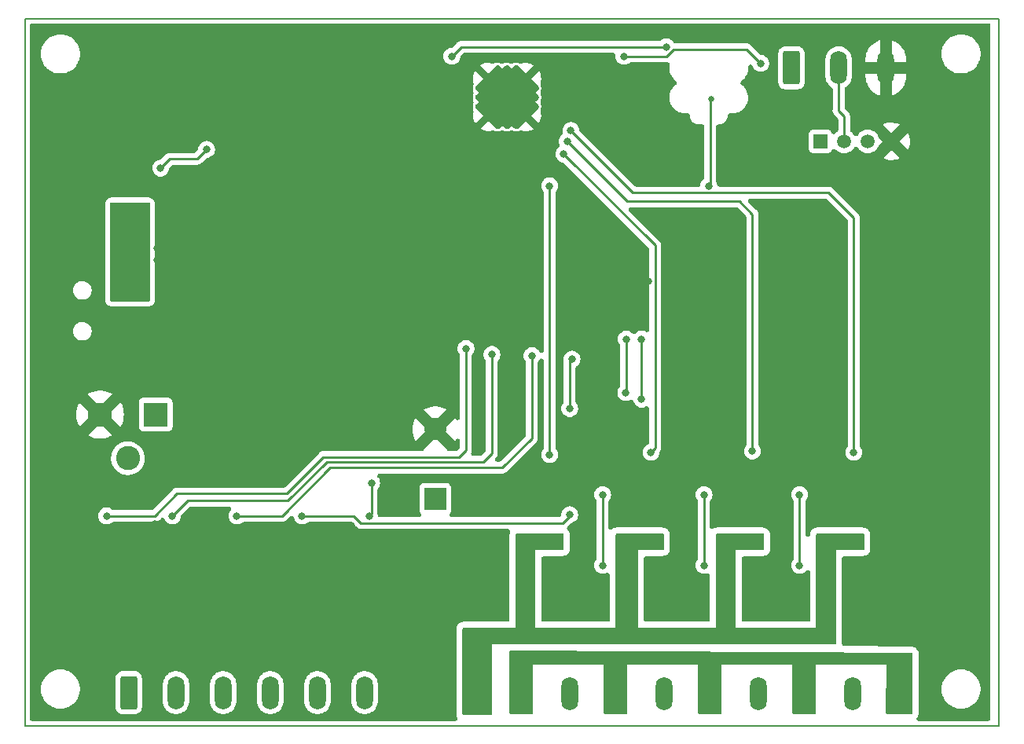
<source format=gbr>
G04 #@! TF.GenerationSoftware,KiCad,Pcbnew,(6.0.4-0)*
G04 #@! TF.CreationDate,2022-05-03T20:04:39-04:00*
G04 #@! TF.ProjectId,green_house_controller,67726565-6e5f-4686-9f75-73655f636f6e,rev?*
G04 #@! TF.SameCoordinates,Original*
G04 #@! TF.FileFunction,Copper,L2,Bot*
G04 #@! TF.FilePolarity,Positive*
%FSLAX46Y46*%
G04 Gerber Fmt 4.6, Leading zero omitted, Abs format (unit mm)*
G04 Created by KiCad (PCBNEW (6.0.4-0)) date 2022-05-03 20:04:39*
%MOMM*%
%LPD*%
G01*
G04 APERTURE LIST*
G04 Aperture macros list*
%AMRoundRect*
0 Rectangle with rounded corners*
0 $1 Rounding radius*
0 $2 $3 $4 $5 $6 $7 $8 $9 X,Y pos of 4 corners*
0 Add a 4 corners polygon primitive as box body*
4,1,4,$2,$3,$4,$5,$6,$7,$8,$9,$2,$3,0*
0 Add four circle primitives for the rounded corners*
1,1,$1+$1,$2,$3*
1,1,$1+$1,$4,$5*
1,1,$1+$1,$6,$7*
1,1,$1+$1,$8,$9*
0 Add four rect primitives between the rounded corners*
20,1,$1+$1,$2,$3,$4,$5,0*
20,1,$1+$1,$4,$5,$6,$7,0*
20,1,$1+$1,$6,$7,$8,$9,0*
20,1,$1+$1,$8,$9,$2,$3,0*%
G04 Aperture macros list end*
G04 #@! TA.AperFunction,Profile*
%ADD10C,0.150000*%
G04 #@! TD*
G04 #@! TA.AperFunction,ComponentPad*
%ADD11C,0.800000*%
G04 #@! TD*
G04 #@! TA.AperFunction,ComponentPad*
%ADD12R,2.600000X2.600000*%
G04 #@! TD*
G04 #@! TA.AperFunction,ComponentPad*
%ADD13C,2.600000*%
G04 #@! TD*
G04 #@! TA.AperFunction,ComponentPad*
%ADD14R,2.400000X2.400000*%
G04 #@! TD*
G04 #@! TA.AperFunction,ComponentPad*
%ADD15C,2.400000*%
G04 #@! TD*
G04 #@! TA.AperFunction,ComponentPad*
%ADD16RoundRect,0.250000X-0.650000X-1.550000X0.650000X-1.550000X0.650000X1.550000X-0.650000X1.550000X0*%
G04 #@! TD*
G04 #@! TA.AperFunction,ComponentPad*
%ADD17O,1.800000X3.600000*%
G04 #@! TD*
G04 #@! TA.AperFunction,ComponentPad*
%ADD18R,1.500000X1.500000*%
G04 #@! TD*
G04 #@! TA.AperFunction,ComponentPad*
%ADD19C,1.500000*%
G04 #@! TD*
G04 #@! TA.AperFunction,ViaPad*
%ADD20C,0.800000*%
G04 #@! TD*
G04 #@! TA.AperFunction,ViaPad*
%ADD21C,0.660400*%
G04 #@! TD*
G04 #@! TA.AperFunction,Conductor*
%ADD22C,0.250000*%
G04 #@! TD*
G04 APERTURE END LIST*
D10*
X100076000Y-133985000D02*
X203454000Y-133985000D01*
X100076000Y-57785000D02*
X98552000Y-57785000D01*
X203454000Y-133985000D02*
X203454000Y-57785000D01*
X100076000Y-133985000D02*
X98552000Y-133985000D01*
X98552000Y-57785000D02*
X98552000Y-133985000D01*
X203454000Y-57785000D02*
X100076000Y-57785000D01*
D11*
X152476000Y-67240000D03*
X152476000Y-64240000D03*
X150476000Y-65240000D03*
X151476000Y-68240000D03*
X151476000Y-64240000D03*
X148476000Y-68240000D03*
X151476000Y-65240000D03*
X149476000Y-67240000D03*
X148476000Y-67240000D03*
X149476000Y-66240000D03*
X149476000Y-64240000D03*
X148476000Y-65240000D03*
X150476000Y-68240000D03*
X149476000Y-68240000D03*
X148476000Y-66240000D03*
X152476000Y-68240000D03*
X150476000Y-64240000D03*
X152476000Y-65240000D03*
X150476000Y-66240000D03*
X149476000Y-65240000D03*
X152476000Y-66240000D03*
X151476000Y-66240000D03*
X148476000Y-64240000D03*
X150476000Y-67240000D03*
X151476000Y-67240000D03*
D12*
X112626000Y-100469000D03*
D13*
X106626000Y-100469000D03*
X109626000Y-105169000D03*
D14*
X142748000Y-109557755D03*
D15*
X142748000Y-102057755D03*
D16*
X181119500Y-63099500D03*
D17*
X186199500Y-63099500D03*
X191279500Y-63099500D03*
D16*
X147083500Y-130546500D03*
D17*
X152163500Y-130546500D03*
X157243500Y-130546500D03*
X162323500Y-130546500D03*
X167403500Y-130546500D03*
X172483500Y-130546500D03*
X177563500Y-130546500D03*
X182643500Y-130546500D03*
X187723500Y-130546500D03*
X192803500Y-130546500D03*
D16*
X109728000Y-130429000D03*
D17*
X114808000Y-130429000D03*
X119888000Y-130429000D03*
X124968000Y-130429000D03*
X130048000Y-130429000D03*
X135128000Y-130429000D03*
D18*
X184247500Y-71022500D03*
D19*
X186787500Y-71022500D03*
X189327500Y-71022500D03*
X191867500Y-71022500D03*
D20*
X182245000Y-119253000D03*
X171704000Y-116713000D03*
X181991000Y-116713000D03*
X160782000Y-116713000D03*
X185674000Y-114681000D03*
X185674000Y-113665000D03*
X174879000Y-114681000D03*
X174879000Y-113665000D03*
X164084000Y-114681000D03*
X164084000Y-113665000D03*
X153289000Y-114681000D03*
X153289000Y-113665000D03*
X171450000Y-119253000D03*
X149987000Y-119253000D03*
D21*
X124663200Y-95580200D03*
D20*
X152249500Y-86129500D03*
X136271000Y-117856000D03*
D21*
X127000000Y-94107000D03*
D20*
X153416000Y-105156000D03*
X139141000Y-77140000D03*
X165711500Y-86129500D03*
X161139500Y-86082500D03*
X109347000Y-69342000D03*
X133731000Y-112395000D03*
X112776000Y-83820000D03*
X105029000Y-69342000D03*
X131064000Y-117983000D03*
X115062000Y-78105000D03*
X160655000Y-119253000D03*
X113792000Y-83820000D03*
X119634000Y-112395000D03*
X116205000Y-76962000D03*
X164338000Y-105156000D03*
X110871000Y-118110000D03*
X186031500Y-105259500D03*
X143613500Y-86082500D03*
X114935000Y-82550000D03*
X132044000Y-70195000D03*
X175006000Y-105156000D03*
X176440971Y-64732029D03*
X116205000Y-83820000D03*
X109347000Y-71755000D03*
X126619000Y-112395000D03*
X117983000Y-106299000D03*
X116205000Y-78105000D03*
X115062000Y-80391000D03*
X132207000Y-60960000D03*
X105537000Y-112268000D03*
D21*
X124714000Y-93700600D03*
D20*
X115062000Y-79248000D03*
X116205000Y-79248000D03*
X112522000Y-112268000D03*
X105029000Y-71755000D03*
X115062000Y-76962000D03*
X114935000Y-83820000D03*
X143383000Y-118110000D03*
X112776000Y-82550000D03*
X115824000Y-118110000D03*
X107188000Y-69342000D03*
X162285000Y-59330000D03*
X116205000Y-80391000D03*
X156567500Y-86129500D03*
X125984000Y-118110000D03*
D21*
X124714000Y-91871800D03*
X123596400Y-91871800D03*
D20*
X144272000Y-59309000D03*
X120777000Y-118110000D03*
X113792000Y-82550000D03*
X147931500Y-86129500D03*
X104521000Y-85090000D03*
X104648000Y-93985000D03*
X116205000Y-82550000D03*
X107188000Y-71755000D03*
X172212000Y-75819000D03*
D21*
X172434042Y-66484917D03*
D20*
X107329818Y-111379000D03*
X146050000Y-93345000D03*
X144526000Y-61849000D03*
X167640000Y-60833000D03*
X177800000Y-62611000D03*
X163068000Y-61849000D03*
X135636000Y-111379000D03*
X135890000Y-107823000D03*
X163273283Y-98081500D03*
X163322000Y-92329000D03*
X155067000Y-75819000D03*
X155067000Y-104775000D03*
X165989000Y-104521000D03*
X156591000Y-72390000D03*
X156972000Y-70993000D03*
X176911000Y-104394000D03*
X187833000Y-104521000D03*
X157353000Y-69850000D03*
X181991000Y-109093000D03*
X171704000Y-109093000D03*
X153162000Y-94107000D03*
X121369090Y-111379000D03*
X118110000Y-71882000D03*
X113157000Y-73914000D03*
X111506000Y-78359000D03*
X110490000Y-78359000D03*
X109347000Y-87757000D03*
X111506000Y-87757000D03*
X110363000Y-87757000D03*
X108204000Y-78359000D03*
X114427000Y-111379000D03*
X148844000Y-93980000D03*
X164973000Y-98806000D03*
X164973000Y-92329000D03*
X128397000Y-111379000D03*
X157480000Y-94488000D03*
X157226000Y-99822000D03*
X157226000Y-111252000D03*
X160782000Y-109093000D03*
D22*
X155067000Y-75819000D02*
X155067000Y-104775000D01*
X181991000Y-109093000D02*
X181991000Y-116713000D01*
X171704000Y-109093000D02*
X171704000Y-116713000D01*
X160782000Y-109093000D02*
X160782000Y-116713000D01*
X172358179Y-66560780D02*
X172358179Y-75672821D01*
X172358179Y-75672821D02*
X172212000Y-75819000D01*
X172434042Y-66484917D02*
X172358179Y-66560780D01*
X126746000Y-108966000D02*
X130683000Y-105029000D01*
X114935000Y-108966000D02*
X126746000Y-108966000D01*
X145288000Y-105029000D02*
X146050000Y-104267000D01*
X146050000Y-104267000D02*
X146050000Y-93345000D01*
X112522000Y-111379000D02*
X114935000Y-108966000D01*
X107329818Y-111379000D02*
X112522000Y-111379000D01*
X130683000Y-105029000D02*
X145288000Y-105029000D01*
X167640000Y-60833000D02*
X145542000Y-60833000D01*
X145542000Y-60833000D02*
X144526000Y-61849000D01*
X168410614Y-61087000D02*
X167648614Y-61849000D01*
X176276000Y-61087000D02*
X168410614Y-61087000D01*
X167648614Y-61849000D02*
X163068000Y-61849000D01*
X177800000Y-62611000D02*
X176276000Y-61087000D01*
X163322000Y-98032783D02*
X163273283Y-98081500D01*
X163322000Y-92329000D02*
X163322000Y-97917000D01*
X135890000Y-111125000D02*
X135890000Y-107823000D01*
X135636000Y-111379000D02*
X135890000Y-111125000D01*
X163322000Y-97917000D02*
X163322000Y-98032783D01*
X156591000Y-72390000D02*
X166436011Y-82235011D01*
X166436011Y-104073989D02*
X165989000Y-104521000D01*
X166436011Y-82235011D02*
X166436011Y-104073989D01*
X163449000Y-77470000D02*
X175514000Y-77470000D01*
X156972000Y-70993000D02*
X163449000Y-77470000D01*
X176911000Y-78867000D02*
X176911000Y-104394000D01*
X175514000Y-77470000D02*
X176911000Y-78867000D01*
X185128511Y-76543511D02*
X187833000Y-79248000D01*
X187833000Y-79248000D02*
X187833000Y-104521000D01*
X164046511Y-76543511D02*
X185128511Y-76543511D01*
X157353000Y-69850000D02*
X164046511Y-76543511D01*
X186199500Y-67673500D02*
X186199500Y-63099500D01*
X186787500Y-71022500D02*
X186787500Y-68296500D01*
X186182000Y-67691000D02*
X186199500Y-67673500D01*
X186787500Y-68296500D02*
X186182000Y-67691000D01*
X126238000Y-111379000D02*
X131445000Y-106172000D01*
X153162000Y-102997000D02*
X153162000Y-94107000D01*
X149987000Y-106172000D02*
X153162000Y-102997000D01*
X121369090Y-111379000D02*
X126238000Y-111379000D01*
X131445000Y-106172000D02*
X149987000Y-106172000D01*
X114173000Y-72898000D02*
X113157000Y-73914000D01*
X118110000Y-71882000D02*
X117094000Y-72898000D01*
X117094000Y-72898000D02*
X114173000Y-72898000D01*
X126873000Y-109728000D02*
X131064000Y-105537000D01*
X131064000Y-105537000D02*
X147955000Y-105537000D01*
X116078000Y-109728000D02*
X126873000Y-109728000D01*
X148844000Y-104648000D02*
X148844000Y-93980000D01*
X114427000Y-111379000D02*
X116078000Y-109728000D01*
X147955000Y-105537000D02*
X148844000Y-104648000D01*
X164973000Y-98679000D02*
X164973000Y-98806000D01*
X164973000Y-92329000D02*
X164973000Y-98679000D01*
X157226000Y-111379000D02*
X157226000Y-111252000D01*
X133985000Y-111379000D02*
X134747000Y-112141000D01*
X134747000Y-112141000D02*
X156464000Y-112141000D01*
X157226000Y-94742000D02*
X157480000Y-94488000D01*
X156464000Y-112141000D02*
X157226000Y-111379000D01*
X128397000Y-111379000D02*
X133985000Y-111379000D01*
X157226000Y-99822000D02*
X157226000Y-94742000D01*
G04 #@! TA.AperFunction,Conductor*
G36*
X202408819Y-58312758D02*
G01*
X202490898Y-58367602D01*
X202545742Y-58449681D01*
X202565000Y-58546500D01*
X202565000Y-133223500D01*
X202545742Y-133320319D01*
X202490898Y-133402398D01*
X202408819Y-133457242D01*
X202312000Y-133476500D01*
X194847972Y-133476500D01*
X194751153Y-133457242D01*
X194669074Y-133402398D01*
X194614230Y-133320319D01*
X194594972Y-133223500D01*
X194614230Y-133126681D01*
X194648502Y-133067870D01*
X194713370Y-132984734D01*
X194722165Y-132964570D01*
X194774381Y-132844846D01*
X194774383Y-132844841D01*
X194777554Y-132837570D01*
X194797556Y-132769449D01*
X194803378Y-132748286D01*
X194808312Y-132709225D01*
X194822503Y-132596893D01*
X194822503Y-132596892D01*
X194823500Y-132589000D01*
X194823500Y-130180703D01*
X197280743Y-130180703D01*
X197318268Y-130465734D01*
X197320539Y-130474036D01*
X197320540Y-130474040D01*
X197343819Y-130559131D01*
X197394129Y-130743036D01*
X197506923Y-131007476D01*
X197511347Y-131014868D01*
X197511348Y-131014870D01*
X197650140Y-131246775D01*
X197650144Y-131246781D01*
X197654561Y-131254161D01*
X197659940Y-131260875D01*
X197659942Y-131260878D01*
X197762597Y-131389012D01*
X197834313Y-131478528D01*
X197840553Y-131484450D01*
X197840559Y-131484456D01*
X197931969Y-131571200D01*
X198042851Y-131676423D01*
X198049847Y-131681450D01*
X198049848Y-131681451D01*
X198085842Y-131707315D01*
X198276317Y-131844186D01*
X198283919Y-131848211D01*
X198283927Y-131848216D01*
X198440746Y-131931247D01*
X198530392Y-131978712D01*
X198538473Y-131981669D01*
X198538477Y-131981671D01*
X198633598Y-132016480D01*
X198800373Y-132077511D01*
X198808785Y-132079345D01*
X198808788Y-132079346D01*
X199072846Y-132136920D01*
X199072852Y-132136921D01*
X199081264Y-132138755D01*
X199248444Y-132151912D01*
X199301782Y-132156110D01*
X199301785Y-132156110D01*
X199306739Y-132156500D01*
X199462271Y-132156500D01*
X199466551Y-132156208D01*
X199466557Y-132156208D01*
X199577032Y-132148676D01*
X199676825Y-132141873D01*
X199691882Y-132138755D01*
X199949901Y-132085322D01*
X199958342Y-132083574D01*
X200229343Y-131987607D01*
X200356583Y-131921934D01*
X200477157Y-131859701D01*
X200484812Y-131855750D01*
X200720023Y-131690441D01*
X200930622Y-131494740D01*
X200939040Y-131484456D01*
X201107259Y-131278931D01*
X201112713Y-131272268D01*
X201117206Y-131264936D01*
X201117211Y-131264929D01*
X201258426Y-131034487D01*
X201262927Y-131027142D01*
X201378483Y-130763898D01*
X201457244Y-130487406D01*
X201497751Y-130202784D01*
X201499257Y-129915297D01*
X201461732Y-129630266D01*
X201453540Y-129600319D01*
X201427534Y-129505260D01*
X201385871Y-129352964D01*
X201315223Y-129187334D01*
X201276456Y-129096445D01*
X201276454Y-129096440D01*
X201273077Y-129088524D01*
X201249835Y-129049689D01*
X201129860Y-128849225D01*
X201129856Y-128849219D01*
X201125439Y-128841839D01*
X201116813Y-128831071D01*
X200951074Y-128624196D01*
X200945687Y-128617472D01*
X200939447Y-128611550D01*
X200939441Y-128611544D01*
X200812196Y-128490794D01*
X200737149Y-128419577D01*
X200710746Y-128400604D01*
X200560345Y-128292530D01*
X200503683Y-128251814D01*
X200496081Y-128247789D01*
X200496073Y-128247784D01*
X200257216Y-128121316D01*
X200257213Y-128121315D01*
X200249608Y-128117288D01*
X200241527Y-128114331D01*
X200241523Y-128114329D01*
X200085672Y-128057296D01*
X199979627Y-128018489D01*
X199971215Y-128016655D01*
X199971212Y-128016654D01*
X199707154Y-127959080D01*
X199707148Y-127959079D01*
X199698736Y-127957245D01*
X199531556Y-127944088D01*
X199478218Y-127939890D01*
X199478215Y-127939890D01*
X199473261Y-127939500D01*
X199317729Y-127939500D01*
X199313449Y-127939792D01*
X199313443Y-127939792D01*
X199202968Y-127947324D01*
X199103175Y-127954127D01*
X199094735Y-127955875D01*
X199094734Y-127955875D01*
X199079258Y-127959080D01*
X198821658Y-128012426D01*
X198550657Y-128108393D01*
X198542999Y-128112346D01*
X198542998Y-128112346D01*
X198473176Y-128148384D01*
X198295188Y-128240250D01*
X198288142Y-128245202D01*
X198074583Y-128395294D01*
X198059977Y-128405559D01*
X197849378Y-128601260D01*
X197843923Y-128607925D01*
X197843919Y-128607929D01*
X197759535Y-128711027D01*
X197667287Y-128823732D01*
X197662794Y-128831064D01*
X197662789Y-128831071D01*
X197532151Y-129044253D01*
X197517073Y-129068858D01*
X197513613Y-129076741D01*
X197513610Y-129076746D01*
X197404978Y-129324217D01*
X197401517Y-129332102D01*
X197399158Y-129340382D01*
X197399158Y-129340383D01*
X197327530Y-129591836D01*
X197322756Y-129608594D01*
X197282249Y-129893216D01*
X197280743Y-130180703D01*
X194823500Y-130180703D01*
X194823500Y-126236265D01*
X194809258Y-126101950D01*
X194798176Y-126050279D01*
X194746739Y-125902068D01*
X194733360Y-125881758D01*
X194662795Y-125774634D01*
X194662789Y-125774626D01*
X194658419Y-125767992D01*
X194612240Y-125714065D01*
X194610785Y-125712479D01*
X194589410Y-125689183D01*
X194589406Y-125689179D01*
X194582570Y-125681729D01*
X194456571Y-125582224D01*
X194373813Y-125545552D01*
X194317057Y-125520401D01*
X194317051Y-125520399D01*
X194309785Y-125517179D01*
X194241785Y-125496779D01*
X194220650Y-125490832D01*
X194211687Y-125489646D01*
X194211685Y-125489646D01*
X194069365Y-125470820D01*
X194069360Y-125470820D01*
X194061485Y-125469778D01*
X186812127Y-125427384D01*
X186715424Y-125407559D01*
X186633667Y-125352237D01*
X186579304Y-125269838D01*
X186560612Y-125172908D01*
X186562603Y-125142678D01*
X186567503Y-125103890D01*
X186568500Y-125096000D01*
X186568500Y-115955500D01*
X186587758Y-115858681D01*
X186642602Y-115776602D01*
X186724681Y-115721758D01*
X186821500Y-115702500D01*
X188850000Y-115702500D01*
X188986145Y-115687863D01*
X189014838Y-115681621D01*
X189030802Y-115678149D01*
X189030806Y-115678148D01*
X189038487Y-115676477D01*
X189045900Y-115673868D01*
X189045903Y-115673867D01*
X189173289Y-115629031D01*
X189173292Y-115629030D01*
X189188221Y-115623775D01*
X189247056Y-115584523D01*
X189315168Y-115539083D01*
X189315173Y-115539079D01*
X189321779Y-115534672D01*
X189375435Y-115488179D01*
X189407605Y-115458314D01*
X189506370Y-115331734D01*
X189570554Y-115184570D01*
X189590556Y-115116449D01*
X189596378Y-115095286D01*
X189616500Y-114936000D01*
X189616500Y-113410000D01*
X189601863Y-113273855D01*
X189590477Y-113221513D01*
X189537775Y-113071779D01*
X189448672Y-112938221D01*
X189402179Y-112884565D01*
X189372314Y-112852395D01*
X189245734Y-112753630D01*
X189231151Y-112747270D01*
X189231148Y-112747268D01*
X189105846Y-112692619D01*
X189105841Y-112692617D01*
X189098570Y-112689446D01*
X189090954Y-112687210D01*
X189090952Y-112687209D01*
X189053022Y-112676072D01*
X189030449Y-112669444D01*
X189029454Y-112669170D01*
X189029439Y-112669166D01*
X189017992Y-112666017D01*
X189017991Y-112666017D01*
X189009286Y-112663622D01*
X188961505Y-112657586D01*
X188857893Y-112644497D01*
X188857892Y-112644497D01*
X188850000Y-112643500D01*
X183895000Y-112643500D01*
X183758855Y-112658137D01*
X183733640Y-112663622D01*
X183714198Y-112667851D01*
X183714194Y-112667852D01*
X183706513Y-112669523D01*
X183699100Y-112672132D01*
X183699097Y-112672133D01*
X183571711Y-112716969D01*
X183571708Y-112716970D01*
X183556779Y-112722225D01*
X183543610Y-112731011D01*
X183429832Y-112806917D01*
X183429827Y-112806921D01*
X183423221Y-112811328D01*
X183369565Y-112857821D01*
X183337395Y-112887686D01*
X183238630Y-113014266D01*
X183232270Y-113028849D01*
X183232268Y-113028852D01*
X183177622Y-113154147D01*
X183174446Y-113161430D01*
X183154444Y-113229551D01*
X183148622Y-113250714D01*
X183147490Y-113259675D01*
X183128505Y-113409960D01*
X183097264Y-113503601D01*
X183032566Y-113578160D01*
X182944261Y-113622284D01*
X182845791Y-113629256D01*
X182752150Y-113598015D01*
X182677591Y-113533317D01*
X182633467Y-113445012D01*
X182624500Y-113378251D01*
X182624500Y-109844276D01*
X182643758Y-109747457D01*
X182689484Y-109674986D01*
X182721170Y-109639795D01*
X182730040Y-109629944D01*
X182825527Y-109464556D01*
X182884542Y-109282928D01*
X182904504Y-109093000D01*
X182884542Y-108903072D01*
X182825527Y-108721444D01*
X182777784Y-108638750D01*
X182736670Y-108567539D01*
X182736669Y-108567537D01*
X182730040Y-108556056D01*
X182602253Y-108414134D01*
X182577366Y-108396052D01*
X182527667Y-108359944D01*
X182447752Y-108301882D01*
X182338256Y-108253131D01*
X182285399Y-108229598D01*
X182285398Y-108229598D01*
X182273288Y-108224206D01*
X182163785Y-108200930D01*
X182099459Y-108187257D01*
X182099456Y-108187257D01*
X182086487Y-108184500D01*
X181895513Y-108184500D01*
X181882544Y-108187257D01*
X181882541Y-108187257D01*
X181818215Y-108200930D01*
X181708712Y-108224206D01*
X181696602Y-108229598D01*
X181696601Y-108229598D01*
X181643744Y-108253131D01*
X181534248Y-108301882D01*
X181454333Y-108359944D01*
X181404635Y-108396052D01*
X181379747Y-108414134D01*
X181251960Y-108556056D01*
X181245331Y-108567537D01*
X181245330Y-108567539D01*
X181204216Y-108638750D01*
X181156473Y-108721444D01*
X181097458Y-108903072D01*
X181077496Y-109093000D01*
X181097458Y-109282928D01*
X181156473Y-109464556D01*
X181251960Y-109629944D01*
X181260830Y-109639795D01*
X181292516Y-109674986D01*
X181342988Y-109759823D01*
X181357500Y-109844276D01*
X181357500Y-115961724D01*
X181338242Y-116058543D01*
X181292516Y-116131014D01*
X181251960Y-116176056D01*
X181156473Y-116341444D01*
X181097458Y-116523072D01*
X181077496Y-116713000D01*
X181097458Y-116902928D01*
X181156473Y-117084556D01*
X181163103Y-117096039D01*
X181245147Y-117238143D01*
X181251960Y-117249944D01*
X181379747Y-117391866D01*
X181534248Y-117504118D01*
X181708712Y-117581794D01*
X181818215Y-117605070D01*
X181882541Y-117618743D01*
X181882544Y-117618743D01*
X181895513Y-117621500D01*
X182086487Y-117621500D01*
X182099456Y-117618743D01*
X182099459Y-117618743D01*
X182163785Y-117605070D01*
X182273288Y-117581794D01*
X182447752Y-117504118D01*
X182602253Y-117391866D01*
X182687485Y-117297206D01*
X182766580Y-117238143D01*
X182862258Y-117213844D01*
X182959953Y-117228009D01*
X183044790Y-117278481D01*
X183103854Y-117357577D01*
X183128153Y-117453255D01*
X183128500Y-117466497D01*
X183128500Y-122550500D01*
X183109242Y-122647319D01*
X183054398Y-122729398D01*
X182972319Y-122784242D01*
X182875500Y-122803500D01*
X176026500Y-122803500D01*
X175929681Y-122784242D01*
X175847602Y-122729398D01*
X175792758Y-122647319D01*
X175773500Y-122550500D01*
X175773500Y-115955500D01*
X175792758Y-115858681D01*
X175847602Y-115776602D01*
X175929681Y-115721758D01*
X176026500Y-115702500D01*
X178055000Y-115702500D01*
X178191145Y-115687863D01*
X178219838Y-115681621D01*
X178235802Y-115678149D01*
X178235806Y-115678148D01*
X178243487Y-115676477D01*
X178250900Y-115673868D01*
X178250903Y-115673867D01*
X178378289Y-115629031D01*
X178378292Y-115629030D01*
X178393221Y-115623775D01*
X178452056Y-115584523D01*
X178520168Y-115539083D01*
X178520173Y-115539079D01*
X178526779Y-115534672D01*
X178580435Y-115488179D01*
X178612605Y-115458314D01*
X178711370Y-115331734D01*
X178775554Y-115184570D01*
X178795556Y-115116449D01*
X178801378Y-115095286D01*
X178821500Y-114936000D01*
X178821500Y-113410000D01*
X178806863Y-113273855D01*
X178795477Y-113221513D01*
X178742775Y-113071779D01*
X178653672Y-112938221D01*
X178607179Y-112884565D01*
X178577314Y-112852395D01*
X178450734Y-112753630D01*
X178436151Y-112747270D01*
X178436148Y-112747268D01*
X178310846Y-112692619D01*
X178310841Y-112692617D01*
X178303570Y-112689446D01*
X178295954Y-112687210D01*
X178295952Y-112687209D01*
X178258022Y-112676072D01*
X178235449Y-112669444D01*
X178234454Y-112669170D01*
X178234439Y-112669166D01*
X178222992Y-112666017D01*
X178222991Y-112666017D01*
X178214286Y-112663622D01*
X178166505Y-112657586D01*
X178062893Y-112644497D01*
X178062892Y-112644497D01*
X178055000Y-112643500D01*
X173100000Y-112643500D01*
X172963855Y-112658137D01*
X172938640Y-112663622D01*
X172919198Y-112667851D01*
X172919194Y-112667852D01*
X172911513Y-112669523D01*
X172904100Y-112672132D01*
X172904097Y-112672133D01*
X172776711Y-112716969D01*
X172776708Y-112716970D01*
X172761779Y-112722225D01*
X172730907Y-112742821D01*
X172639682Y-112780532D01*
X172540966Y-112780462D01*
X172449791Y-112742620D01*
X172380038Y-112672768D01*
X172342326Y-112581540D01*
X172337500Y-112532358D01*
X172337500Y-109844276D01*
X172356758Y-109747457D01*
X172402484Y-109674986D01*
X172434170Y-109639795D01*
X172443040Y-109629944D01*
X172538527Y-109464556D01*
X172597542Y-109282928D01*
X172617504Y-109093000D01*
X172597542Y-108903072D01*
X172538527Y-108721444D01*
X172490784Y-108638750D01*
X172449670Y-108567539D01*
X172449669Y-108567537D01*
X172443040Y-108556056D01*
X172315253Y-108414134D01*
X172290366Y-108396052D01*
X172240667Y-108359944D01*
X172160752Y-108301882D01*
X172051256Y-108253131D01*
X171998399Y-108229598D01*
X171998398Y-108229598D01*
X171986288Y-108224206D01*
X171876785Y-108200930D01*
X171812459Y-108187257D01*
X171812456Y-108187257D01*
X171799487Y-108184500D01*
X171608513Y-108184500D01*
X171595544Y-108187257D01*
X171595541Y-108187257D01*
X171531215Y-108200930D01*
X171421712Y-108224206D01*
X171409602Y-108229598D01*
X171409601Y-108229598D01*
X171356744Y-108253131D01*
X171247248Y-108301882D01*
X171167333Y-108359944D01*
X171117635Y-108396052D01*
X171092747Y-108414134D01*
X170964960Y-108556056D01*
X170958331Y-108567537D01*
X170958330Y-108567539D01*
X170917216Y-108638750D01*
X170869473Y-108721444D01*
X170810458Y-108903072D01*
X170790496Y-109093000D01*
X170810458Y-109282928D01*
X170869473Y-109464556D01*
X170964960Y-109629944D01*
X170973830Y-109639795D01*
X171005516Y-109674986D01*
X171055988Y-109759823D01*
X171070500Y-109844276D01*
X171070500Y-115961724D01*
X171051242Y-116058543D01*
X171005516Y-116131014D01*
X170964960Y-116176056D01*
X170869473Y-116341444D01*
X170810458Y-116523072D01*
X170790496Y-116713000D01*
X170810458Y-116902928D01*
X170869473Y-117084556D01*
X170876103Y-117096039D01*
X170958147Y-117238143D01*
X170964960Y-117249944D01*
X171092747Y-117391866D01*
X171247248Y-117504118D01*
X171421712Y-117581794D01*
X171531215Y-117605070D01*
X171595541Y-117618743D01*
X171595544Y-117618743D01*
X171608513Y-117621500D01*
X171799487Y-117621500D01*
X171812456Y-117618743D01*
X171812459Y-117618743D01*
X171937215Y-117592225D01*
X171986288Y-117581794D01*
X171998403Y-117576400D01*
X172002318Y-117575128D01*
X172100350Y-117563525D01*
X172195359Y-117590320D01*
X172272882Y-117651434D01*
X172321117Y-117737563D01*
X172333500Y-117815745D01*
X172333500Y-122550500D01*
X172314242Y-122647319D01*
X172259398Y-122729398D01*
X172177319Y-122784242D01*
X172080500Y-122803500D01*
X165485500Y-122803500D01*
X165388681Y-122784242D01*
X165306602Y-122729398D01*
X165251758Y-122647319D01*
X165232500Y-122550500D01*
X165232500Y-115955500D01*
X165251758Y-115858681D01*
X165306602Y-115776602D01*
X165388681Y-115721758D01*
X165485500Y-115702500D01*
X167260000Y-115702500D01*
X167396145Y-115687863D01*
X167424838Y-115681621D01*
X167440802Y-115678149D01*
X167440806Y-115678148D01*
X167448487Y-115676477D01*
X167455900Y-115673868D01*
X167455903Y-115673867D01*
X167583289Y-115629031D01*
X167583292Y-115629030D01*
X167598221Y-115623775D01*
X167657056Y-115584523D01*
X167725168Y-115539083D01*
X167725173Y-115539079D01*
X167731779Y-115534672D01*
X167785435Y-115488179D01*
X167817605Y-115458314D01*
X167916370Y-115331734D01*
X167980554Y-115184570D01*
X168000556Y-115116449D01*
X168006378Y-115095286D01*
X168026500Y-114936000D01*
X168026500Y-113410000D01*
X168011863Y-113273855D01*
X168000477Y-113221513D01*
X167947775Y-113071779D01*
X167858672Y-112938221D01*
X167812179Y-112884565D01*
X167782314Y-112852395D01*
X167655734Y-112753630D01*
X167641151Y-112747270D01*
X167641148Y-112747268D01*
X167515846Y-112692619D01*
X167515841Y-112692617D01*
X167508570Y-112689446D01*
X167500954Y-112687210D01*
X167500952Y-112687209D01*
X167463022Y-112676072D01*
X167440449Y-112669444D01*
X167439454Y-112669170D01*
X167439439Y-112669166D01*
X167427992Y-112666017D01*
X167427991Y-112666017D01*
X167419286Y-112663622D01*
X167371505Y-112657586D01*
X167267893Y-112644497D01*
X167267892Y-112644497D01*
X167260000Y-112643500D01*
X162305000Y-112643500D01*
X162168855Y-112658137D01*
X162143640Y-112663622D01*
X162124198Y-112667851D01*
X162124194Y-112667852D01*
X162116513Y-112669523D01*
X162109100Y-112672132D01*
X162109097Y-112672133D01*
X161981711Y-112716969D01*
X161981708Y-112716970D01*
X161966779Y-112722225D01*
X161833221Y-112811328D01*
X161827207Y-112816539D01*
X161821848Y-112820623D01*
X161733167Y-112863989D01*
X161634642Y-112870117D01*
X161541271Y-112838075D01*
X161467270Y-112772741D01*
X161423904Y-112684060D01*
X161415500Y-112619393D01*
X161415500Y-109844276D01*
X161434758Y-109747457D01*
X161480484Y-109674986D01*
X161512170Y-109639795D01*
X161521040Y-109629944D01*
X161616527Y-109464556D01*
X161675542Y-109282928D01*
X161695504Y-109093000D01*
X161675542Y-108903072D01*
X161616527Y-108721444D01*
X161568784Y-108638750D01*
X161527670Y-108567539D01*
X161527669Y-108567537D01*
X161521040Y-108556056D01*
X161393253Y-108414134D01*
X161368366Y-108396052D01*
X161318667Y-108359944D01*
X161238752Y-108301882D01*
X161129256Y-108253131D01*
X161076399Y-108229598D01*
X161076398Y-108229598D01*
X161064288Y-108224206D01*
X160954785Y-108200930D01*
X160890459Y-108187257D01*
X160890456Y-108187257D01*
X160877487Y-108184500D01*
X160686513Y-108184500D01*
X160673544Y-108187257D01*
X160673541Y-108187257D01*
X160609215Y-108200930D01*
X160499712Y-108224206D01*
X160487602Y-108229598D01*
X160487601Y-108229598D01*
X160434744Y-108253131D01*
X160325248Y-108301882D01*
X160245333Y-108359944D01*
X160195635Y-108396052D01*
X160170747Y-108414134D01*
X160042960Y-108556056D01*
X160036331Y-108567537D01*
X160036330Y-108567539D01*
X159995216Y-108638750D01*
X159947473Y-108721444D01*
X159888458Y-108903072D01*
X159868496Y-109093000D01*
X159888458Y-109282928D01*
X159947473Y-109464556D01*
X160042960Y-109629944D01*
X160051830Y-109639795D01*
X160083516Y-109674986D01*
X160133988Y-109759823D01*
X160148500Y-109844276D01*
X160148500Y-115961724D01*
X160129242Y-116058543D01*
X160083516Y-116131014D01*
X160042960Y-116176056D01*
X159947473Y-116341444D01*
X159888458Y-116523072D01*
X159868496Y-116713000D01*
X159888458Y-116902928D01*
X159947473Y-117084556D01*
X159954103Y-117096039D01*
X160036147Y-117238143D01*
X160042960Y-117249944D01*
X160170747Y-117391866D01*
X160325248Y-117504118D01*
X160499712Y-117581794D01*
X160609215Y-117605070D01*
X160673541Y-117618743D01*
X160673544Y-117618743D01*
X160686513Y-117621500D01*
X160877487Y-117621500D01*
X160890456Y-117618743D01*
X160890459Y-117618743D01*
X160954785Y-117605070D01*
X161064288Y-117581794D01*
X161182597Y-117529120D01*
X161278877Y-117507334D01*
X161376167Y-117524051D01*
X161459654Y-117576727D01*
X161516627Y-117657343D01*
X161538500Y-117760247D01*
X161538500Y-122550500D01*
X161519242Y-122647319D01*
X161464398Y-122729398D01*
X161382319Y-122784242D01*
X161285500Y-122803500D01*
X154436500Y-122803500D01*
X154339681Y-122784242D01*
X154257602Y-122729398D01*
X154202758Y-122647319D01*
X154183500Y-122550500D01*
X154183500Y-115955500D01*
X154202758Y-115858681D01*
X154257602Y-115776602D01*
X154339681Y-115721758D01*
X154436500Y-115702500D01*
X156465000Y-115702500D01*
X156601145Y-115687863D01*
X156629838Y-115681621D01*
X156645802Y-115678149D01*
X156645806Y-115678148D01*
X156653487Y-115676477D01*
X156660900Y-115673868D01*
X156660903Y-115673867D01*
X156788289Y-115629031D01*
X156788292Y-115629030D01*
X156803221Y-115623775D01*
X156862056Y-115584523D01*
X156930168Y-115539083D01*
X156930173Y-115539079D01*
X156936779Y-115534672D01*
X156990435Y-115488179D01*
X157022605Y-115458314D01*
X157121370Y-115331734D01*
X157185554Y-115184570D01*
X157205556Y-115116449D01*
X157211378Y-115095286D01*
X157231500Y-114936000D01*
X157231500Y-113410000D01*
X157216863Y-113273855D01*
X157205477Y-113221513D01*
X157152775Y-113071779D01*
X157063672Y-112938221D01*
X157017179Y-112884565D01*
X156990061Y-112855354D01*
X156938303Y-112771295D01*
X156922652Y-112673828D01*
X156945493Y-112577791D01*
X156996580Y-112504324D01*
X157292519Y-112208385D01*
X157374598Y-112153541D01*
X157418815Y-112139812D01*
X157495317Y-112123551D01*
X157508288Y-112120794D01*
X157682752Y-112043118D01*
X157837253Y-111930866D01*
X157965040Y-111788944D01*
X157987204Y-111750556D01*
X158053897Y-111635039D01*
X158060527Y-111623556D01*
X158078277Y-111568928D01*
X158115446Y-111454535D01*
X158115447Y-111454532D01*
X158119542Y-111441928D01*
X158125686Y-111383478D01*
X158138118Y-111265187D01*
X158139504Y-111252000D01*
X158128264Y-111145057D01*
X158120928Y-111075256D01*
X158120927Y-111075253D01*
X158119542Y-111062072D01*
X158106999Y-111023467D01*
X158064624Y-110893053D01*
X158060527Y-110880444D01*
X157992910Y-110763328D01*
X157971670Y-110726539D01*
X157971669Y-110726537D01*
X157965040Y-110715056D01*
X157837253Y-110573134D01*
X157810212Y-110553487D01*
X157746847Y-110507450D01*
X157682752Y-110460882D01*
X157508288Y-110383206D01*
X157398785Y-110359930D01*
X157334459Y-110346257D01*
X157334456Y-110346257D01*
X157321487Y-110343500D01*
X157130513Y-110343500D01*
X157117544Y-110346257D01*
X157117541Y-110346257D01*
X157053215Y-110359930D01*
X156943712Y-110383206D01*
X156769248Y-110460882D01*
X156705153Y-110507450D01*
X156641789Y-110553487D01*
X156614747Y-110573134D01*
X156486960Y-110715056D01*
X156480331Y-110726537D01*
X156480330Y-110726539D01*
X156459090Y-110763328D01*
X156391473Y-110880444D01*
X156387376Y-110893053D01*
X156345002Y-111023467D01*
X156332458Y-111062072D01*
X156331073Y-111075253D01*
X156331072Y-111075256D01*
X156323736Y-111145057D01*
X156312496Y-111252000D01*
X156313147Y-111258195D01*
X156294624Y-111351319D01*
X156239780Y-111433398D01*
X156157701Y-111488242D01*
X156060882Y-111507500D01*
X144527389Y-111507500D01*
X144430570Y-111488242D01*
X144348491Y-111433398D01*
X144293647Y-111351319D01*
X144274389Y-111254500D01*
X144293647Y-111157681D01*
X144324936Y-111102771D01*
X144387804Y-111018886D01*
X144387806Y-111018883D01*
X144398615Y-111004460D01*
X144407597Y-110980502D01*
X144436701Y-110902865D01*
X144449745Y-110868071D01*
X144451459Y-110852297D01*
X144455760Y-110812705D01*
X144455760Y-110812697D01*
X144456500Y-110805889D01*
X144456500Y-108309621D01*
X144455660Y-108301882D01*
X144451459Y-108263213D01*
X144451458Y-108263210D01*
X144449745Y-108247439D01*
X144398615Y-108111050D01*
X144311261Y-107994494D01*
X144296840Y-107983686D01*
X144209128Y-107917949D01*
X144209126Y-107917948D01*
X144194705Y-107907140D01*
X144177828Y-107900813D01*
X144177826Y-107900812D01*
X144126604Y-107881610D01*
X144058316Y-107856010D01*
X144042545Y-107854297D01*
X144042542Y-107854296D01*
X144002950Y-107849995D01*
X144002942Y-107849995D01*
X143996134Y-107849255D01*
X141499866Y-107849255D01*
X141493058Y-107849995D01*
X141493050Y-107849995D01*
X141453458Y-107854296D01*
X141453455Y-107854297D01*
X141437684Y-107856010D01*
X141369396Y-107881610D01*
X141318174Y-107900812D01*
X141318172Y-107900813D01*
X141301295Y-107907140D01*
X141286874Y-107917948D01*
X141286872Y-107917949D01*
X141199160Y-107983686D01*
X141184739Y-107994494D01*
X141097385Y-108111050D01*
X141046255Y-108247439D01*
X141044542Y-108263210D01*
X141044541Y-108263213D01*
X141040341Y-108301882D01*
X141039500Y-108309621D01*
X141039500Y-110805889D01*
X141040240Y-110812697D01*
X141040240Y-110812705D01*
X141044541Y-110852297D01*
X141046255Y-110868071D01*
X141059299Y-110902865D01*
X141088404Y-110980502D01*
X141097385Y-111004460D01*
X141108194Y-111018883D01*
X141108196Y-111018886D01*
X141171064Y-111102771D01*
X141213717Y-111191796D01*
X141219056Y-111290367D01*
X141186266Y-111383478D01*
X141120340Y-111456953D01*
X141031315Y-111499606D01*
X140968611Y-111507500D01*
X136790812Y-111507500D01*
X136693993Y-111488242D01*
X136611914Y-111433398D01*
X136557070Y-111351319D01*
X136539198Y-111280945D01*
X136529542Y-111189072D01*
X136530152Y-111189008D01*
X136526947Y-111153094D01*
X136528220Y-111145057D01*
X136525948Y-111121016D01*
X136524623Y-111107005D01*
X136523500Y-111083195D01*
X136523500Y-108574276D01*
X136542758Y-108477457D01*
X136588484Y-108404986D01*
X136620170Y-108369795D01*
X136629040Y-108359944D01*
X136643542Y-108334827D01*
X136693995Y-108247439D01*
X136724527Y-108194556D01*
X136751660Y-108111050D01*
X136779446Y-108025535D01*
X136779447Y-108025532D01*
X136783542Y-108012928D01*
X136785480Y-107994494D01*
X136802118Y-107836187D01*
X136803504Y-107823000D01*
X136783542Y-107633072D01*
X136724527Y-107451444D01*
X136629040Y-107286056D01*
X136576577Y-107227790D01*
X136526105Y-107142953D01*
X136511940Y-107045259D01*
X136536239Y-106949581D01*
X136595303Y-106870484D01*
X136680140Y-106820012D01*
X136764593Y-106805500D01*
X149912884Y-106805500D01*
X149918174Y-106805750D01*
X149926909Y-106807702D01*
X149942816Y-106807202D01*
X149942817Y-106807202D01*
X149992982Y-106805625D01*
X150000931Y-106805500D01*
X150026856Y-106805500D01*
X150034737Y-106804505D01*
X150036876Y-106804370D01*
X150044807Y-106803996D01*
X150086889Y-106802673D01*
X150102167Y-106798234D01*
X150111477Y-106796760D01*
X150120885Y-106794811D01*
X150130006Y-106792469D01*
X150145797Y-106790474D01*
X150160596Y-106784614D01*
X150160598Y-106784614D01*
X150181337Y-106776403D01*
X150203890Y-106768681D01*
X150205952Y-106768082D01*
X150240593Y-106758018D01*
X150254296Y-106749914D01*
X150262943Y-106746172D01*
X150271544Y-106741959D01*
X150279813Y-106737413D01*
X150294617Y-106731552D01*
X150325546Y-106709081D01*
X150345457Y-106696002D01*
X150364663Y-106684644D01*
X150364665Y-106684643D01*
X150378362Y-106676542D01*
X150389618Y-106665286D01*
X150397059Y-106659514D01*
X150404357Y-106653281D01*
X150411226Y-106646831D01*
X150424107Y-106637472D01*
X150448471Y-106608020D01*
X150464513Y-106590391D01*
X152008444Y-105046461D01*
X153557548Y-103497357D01*
X153561464Y-103493794D01*
X153569018Y-103489000D01*
X153614272Y-103440809D01*
X153619804Y-103435101D01*
X153638135Y-103416770D01*
X153643001Y-103410497D01*
X153644414Y-103408894D01*
X153649759Y-103403020D01*
X153667689Y-103383926D01*
X153667692Y-103383922D01*
X153678586Y-103372321D01*
X153686252Y-103358377D01*
X153691785Y-103350762D01*
X153697072Y-103342712D01*
X153701859Y-103334618D01*
X153711614Y-103322041D01*
X153717934Y-103307435D01*
X153717937Y-103307431D01*
X153726796Y-103286959D01*
X153737283Y-103265552D01*
X153748026Y-103246011D01*
X153748027Y-103246007D01*
X153755695Y-103232060D01*
X153759654Y-103216641D01*
X153763119Y-103207889D01*
X153766235Y-103198788D01*
X153768861Y-103189750D01*
X153775181Y-103175145D01*
X153777670Y-103159428D01*
X153777672Y-103159423D01*
X153781163Y-103137385D01*
X153785994Y-103114053D01*
X153795500Y-103077030D01*
X153795500Y-103061113D01*
X153796681Y-103051765D01*
X153797434Y-103042198D01*
X153797730Y-103032778D01*
X153800220Y-103017057D01*
X153796623Y-102979005D01*
X153795500Y-102955195D01*
X153795500Y-94858276D01*
X153814758Y-94761457D01*
X153860484Y-94688986D01*
X153892170Y-94653795D01*
X153901040Y-94643944D01*
X153961397Y-94539403D01*
X154026484Y-94465186D01*
X154115019Y-94421526D01*
X154213524Y-94415070D01*
X154307001Y-94446801D01*
X154381219Y-94511889D01*
X154424879Y-94600424D01*
X154433500Y-94665905D01*
X154433500Y-104023724D01*
X154414242Y-104120543D01*
X154368516Y-104193014D01*
X154327960Y-104238056D01*
X154232473Y-104403444D01*
X154228376Y-104416053D01*
X154183658Y-104553681D01*
X154173458Y-104585072D01*
X154172073Y-104598253D01*
X154172072Y-104598256D01*
X154164736Y-104668057D01*
X154153496Y-104775000D01*
X154154882Y-104788187D01*
X154170922Y-104940795D01*
X154173458Y-104964928D01*
X154177553Y-104977532D01*
X154177554Y-104977535D01*
X154205329Y-105063017D01*
X154232473Y-105146556D01*
X154239103Y-105158039D01*
X154320916Y-105299743D01*
X154327960Y-105311944D01*
X154455747Y-105453866D01*
X154610248Y-105566118D01*
X154784712Y-105643794D01*
X154872646Y-105662485D01*
X154958541Y-105680743D01*
X154958544Y-105680743D01*
X154971513Y-105683500D01*
X155162487Y-105683500D01*
X155175456Y-105680743D01*
X155175459Y-105680743D01*
X155261354Y-105662485D01*
X155349288Y-105643794D01*
X155523752Y-105566118D01*
X155678253Y-105453866D01*
X155806040Y-105311944D01*
X155813085Y-105299743D01*
X155894897Y-105158039D01*
X155901527Y-105146556D01*
X155928671Y-105063017D01*
X155956446Y-104977535D01*
X155956447Y-104977532D01*
X155960542Y-104964928D01*
X155963079Y-104940795D01*
X155979118Y-104788187D01*
X155980504Y-104775000D01*
X155969264Y-104668057D01*
X155961928Y-104598256D01*
X155961927Y-104598253D01*
X155960542Y-104585072D01*
X155950343Y-104553681D01*
X155905624Y-104416053D01*
X155901527Y-104403444D01*
X155806040Y-104238056D01*
X155765484Y-104193014D01*
X155715012Y-104108177D01*
X155700500Y-104023724D01*
X155700500Y-99822000D01*
X156312496Y-99822000D01*
X156313882Y-99835187D01*
X156322581Y-99917949D01*
X156332458Y-100011928D01*
X156391473Y-100193556D01*
X156486960Y-100358944D01*
X156614747Y-100500866D01*
X156769248Y-100613118D01*
X156943712Y-100690794D01*
X157053215Y-100714070D01*
X157117541Y-100727743D01*
X157117544Y-100727743D01*
X157130513Y-100730500D01*
X157321487Y-100730500D01*
X157334456Y-100727743D01*
X157334459Y-100727743D01*
X157398785Y-100714070D01*
X157508288Y-100690794D01*
X157682752Y-100613118D01*
X157837253Y-100500866D01*
X157965040Y-100358944D01*
X158060527Y-100193556D01*
X158119542Y-100011928D01*
X158129420Y-99917949D01*
X158138118Y-99835187D01*
X158139504Y-99822000D01*
X158135667Y-99785494D01*
X158120928Y-99645256D01*
X158120927Y-99645253D01*
X158119542Y-99632072D01*
X158109938Y-99602512D01*
X158064624Y-99463053D01*
X158060527Y-99450444D01*
X157965040Y-99285056D01*
X157924484Y-99240014D01*
X157874012Y-99155177D01*
X157859500Y-99070724D01*
X157859500Y-95464155D01*
X157878758Y-95367336D01*
X157933602Y-95285257D01*
X157963790Y-95259474D01*
X158012255Y-95224261D01*
X158091253Y-95166866D01*
X158219040Y-95024944D01*
X158314527Y-94859556D01*
X158356208Y-94731276D01*
X158369446Y-94690535D01*
X158369447Y-94690532D01*
X158373542Y-94677928D01*
X158376079Y-94653795D01*
X158392118Y-94501187D01*
X158393504Y-94488000D01*
X158380370Y-94363039D01*
X158374928Y-94311256D01*
X158374927Y-94311253D01*
X158373542Y-94298072D01*
X158336002Y-94182535D01*
X158318624Y-94129053D01*
X158314527Y-94116444D01*
X158254124Y-94011823D01*
X158225670Y-93962539D01*
X158225669Y-93962537D01*
X158219040Y-93951056D01*
X158091253Y-93809134D01*
X158080189Y-93801095D01*
X158032000Y-93766084D01*
X157936752Y-93696882D01*
X157762288Y-93619206D01*
X157652785Y-93595930D01*
X157588459Y-93582257D01*
X157588456Y-93582257D01*
X157575487Y-93579500D01*
X157384513Y-93579500D01*
X157371544Y-93582257D01*
X157371541Y-93582257D01*
X157307215Y-93595930D01*
X157197712Y-93619206D01*
X157023248Y-93696882D01*
X156928000Y-93766084D01*
X156879812Y-93801095D01*
X156868747Y-93809134D01*
X156740960Y-93951056D01*
X156734331Y-93962537D01*
X156734330Y-93962539D01*
X156705876Y-94011823D01*
X156645473Y-94116444D01*
X156641376Y-94129053D01*
X156623999Y-94182535D01*
X156586458Y-94298072D01*
X156585073Y-94311253D01*
X156585072Y-94311256D01*
X156579630Y-94363039D01*
X156566496Y-94488000D01*
X156567882Y-94501187D01*
X156586458Y-94677928D01*
X156585848Y-94677992D01*
X156589053Y-94713906D01*
X156587780Y-94721943D01*
X156589278Y-94737791D01*
X156589278Y-94737793D01*
X156591377Y-94759995D01*
X156592500Y-94783805D01*
X156592500Y-99070724D01*
X156573242Y-99167543D01*
X156527516Y-99240014D01*
X156486960Y-99285056D01*
X156391473Y-99450444D01*
X156387376Y-99463053D01*
X156342063Y-99602512D01*
X156332458Y-99632072D01*
X156331073Y-99645253D01*
X156331072Y-99645256D01*
X156316333Y-99785494D01*
X156312496Y-99822000D01*
X155700500Y-99822000D01*
X155700500Y-76570276D01*
X155719758Y-76473457D01*
X155765484Y-76400986D01*
X155797170Y-76365795D01*
X155806040Y-76355944D01*
X155901527Y-76190556D01*
X155905624Y-76177947D01*
X155956446Y-76021535D01*
X155956447Y-76021532D01*
X155960542Y-76008928D01*
X155962787Y-75987574D01*
X155979118Y-75832187D01*
X155980504Y-75819000D01*
X155976167Y-75777732D01*
X155961928Y-75642256D01*
X155961927Y-75642253D01*
X155960542Y-75629072D01*
X155901527Y-75447444D01*
X155806040Y-75282056D01*
X155678253Y-75140134D01*
X155658610Y-75125862D01*
X155554321Y-75050092D01*
X155523752Y-75027882D01*
X155349288Y-74950206D01*
X155212742Y-74921182D01*
X155175459Y-74913257D01*
X155175456Y-74913257D01*
X155162487Y-74910500D01*
X154971513Y-74910500D01*
X154958544Y-74913257D01*
X154958541Y-74913257D01*
X154921258Y-74921182D01*
X154784712Y-74950206D01*
X154610248Y-75027882D01*
X154579679Y-75050092D01*
X154475391Y-75125862D01*
X154455747Y-75140134D01*
X154327960Y-75282056D01*
X154232473Y-75447444D01*
X154173458Y-75629072D01*
X154172073Y-75642253D01*
X154172072Y-75642256D01*
X154157833Y-75777732D01*
X154153496Y-75819000D01*
X154154882Y-75832187D01*
X154171214Y-75987574D01*
X154173458Y-76008928D01*
X154177553Y-76021532D01*
X154177554Y-76021535D01*
X154228376Y-76177947D01*
X154232473Y-76190556D01*
X154327960Y-76355944D01*
X154336830Y-76365795D01*
X154368516Y-76400986D01*
X154418988Y-76485823D01*
X154433500Y-76570276D01*
X154433500Y-93548095D01*
X154414242Y-93644914D01*
X154359398Y-93726993D01*
X154277319Y-93781837D01*
X154180500Y-93801095D01*
X154083681Y-93781837D01*
X154001602Y-93726993D01*
X153961396Y-93674596D01*
X153930483Y-93621053D01*
X153901040Y-93570056D01*
X153773253Y-93428134D01*
X153618752Y-93315882D01*
X153444288Y-93238206D01*
X153334785Y-93214930D01*
X153270459Y-93201257D01*
X153270456Y-93201257D01*
X153257487Y-93198500D01*
X153066513Y-93198500D01*
X153053544Y-93201257D01*
X153053541Y-93201257D01*
X152989215Y-93214930D01*
X152879712Y-93238206D01*
X152705248Y-93315882D01*
X152550747Y-93428134D01*
X152422960Y-93570056D01*
X152416333Y-93581535D01*
X152416330Y-93581539D01*
X152396174Y-93616450D01*
X152327473Y-93735444D01*
X152323376Y-93748053D01*
X152306142Y-93801095D01*
X152268458Y-93917072D01*
X152267073Y-93930253D01*
X152267072Y-93930256D01*
X152259799Y-93999457D01*
X152248496Y-94107000D01*
X152268458Y-94296928D01*
X152327473Y-94478556D01*
X152422960Y-94643944D01*
X152431830Y-94653795D01*
X152463516Y-94688986D01*
X152513988Y-94773823D01*
X152528500Y-94858276D01*
X152528500Y-102629800D01*
X152509242Y-102726619D01*
X152454398Y-102808698D01*
X149798697Y-105464398D01*
X149716618Y-105519242D01*
X149619799Y-105538500D01*
X149461450Y-105538500D01*
X149364631Y-105519242D01*
X149282552Y-105464398D01*
X149227708Y-105382319D01*
X149208450Y-105285500D01*
X149227708Y-105188681D01*
X149277022Y-105112308D01*
X149296274Y-105091807D01*
X149301804Y-105086101D01*
X149320135Y-105067770D01*
X149325001Y-105061497D01*
X149326414Y-105059894D01*
X149331759Y-105054020D01*
X149349689Y-105034926D01*
X149349692Y-105034922D01*
X149360586Y-105023321D01*
X149368252Y-105009377D01*
X149373785Y-105001762D01*
X149379072Y-104993712D01*
X149383859Y-104985618D01*
X149393614Y-104973041D01*
X149399934Y-104958435D01*
X149399937Y-104958431D01*
X149408796Y-104937959D01*
X149419283Y-104916552D01*
X149430026Y-104897011D01*
X149430027Y-104897007D01*
X149437695Y-104883060D01*
X149441654Y-104867641D01*
X149445119Y-104858889D01*
X149448235Y-104849788D01*
X149450861Y-104840750D01*
X149457181Y-104826145D01*
X149459670Y-104810428D01*
X149459672Y-104810423D01*
X149463163Y-104788385D01*
X149467994Y-104765053D01*
X149468826Y-104761813D01*
X149477500Y-104728030D01*
X149477500Y-104712113D01*
X149478681Y-104702765D01*
X149479434Y-104693198D01*
X149479730Y-104683778D01*
X149482220Y-104668057D01*
X149478623Y-104630005D01*
X149477500Y-104606195D01*
X149477500Y-94731276D01*
X149496758Y-94634457D01*
X149542484Y-94561986D01*
X149574170Y-94526795D01*
X149583040Y-94516944D01*
X149592138Y-94501187D01*
X149671897Y-94363039D01*
X149678527Y-94351556D01*
X149696277Y-94296928D01*
X149733446Y-94182535D01*
X149733447Y-94182532D01*
X149737542Y-94169928D01*
X149743164Y-94116444D01*
X149756118Y-93993187D01*
X149757504Y-93980000D01*
X149749565Y-93904465D01*
X149738928Y-93803256D01*
X149738927Y-93803253D01*
X149737542Y-93790072D01*
X149707263Y-93696882D01*
X149682624Y-93621053D01*
X149678527Y-93608444D01*
X149583040Y-93443056D01*
X149455253Y-93301134D01*
X149300752Y-93188882D01*
X149126288Y-93111206D01*
X148980775Y-93080276D01*
X148952459Y-93074257D01*
X148952456Y-93074257D01*
X148939487Y-93071500D01*
X148748513Y-93071500D01*
X148735544Y-93074257D01*
X148735541Y-93074257D01*
X148707225Y-93080276D01*
X148561712Y-93111206D01*
X148387248Y-93188882D01*
X148232747Y-93301134D01*
X148104960Y-93443056D01*
X148009473Y-93608444D01*
X148005376Y-93621053D01*
X147980738Y-93696882D01*
X147950458Y-93790072D01*
X147949073Y-93803253D01*
X147949072Y-93803256D01*
X147938435Y-93904465D01*
X147930496Y-93980000D01*
X147931882Y-93993187D01*
X147944837Y-94116444D01*
X147950458Y-94169928D01*
X147954553Y-94182532D01*
X147954554Y-94182535D01*
X147991723Y-94296928D01*
X148009473Y-94351556D01*
X148016103Y-94363039D01*
X148095863Y-94501187D01*
X148104960Y-94516944D01*
X148113830Y-94526795D01*
X148145516Y-94561986D01*
X148195988Y-94646823D01*
X148210500Y-94731276D01*
X148210500Y-104280800D01*
X148191242Y-104377619D01*
X148136398Y-104459698D01*
X147766697Y-104829398D01*
X147684618Y-104884242D01*
X147587799Y-104903500D01*
X146850801Y-104903500D01*
X146753982Y-104884242D01*
X146671903Y-104829398D01*
X146617059Y-104747319D01*
X146597801Y-104650500D01*
X146617059Y-104553681D01*
X146629096Y-104528615D01*
X146643695Y-104502060D01*
X146647654Y-104486640D01*
X146651119Y-104477889D01*
X146654235Y-104468788D01*
X146656861Y-104459750D01*
X146663181Y-104445145D01*
X146665670Y-104429428D01*
X146665672Y-104429423D01*
X146669163Y-104407385D01*
X146673994Y-104384053D01*
X146674826Y-104380813D01*
X146683500Y-104347030D01*
X146683500Y-104331113D01*
X146684681Y-104321765D01*
X146685434Y-104312198D01*
X146685730Y-104302778D01*
X146688220Y-104287057D01*
X146684623Y-104249005D01*
X146683500Y-104225195D01*
X146683500Y-94096276D01*
X146702758Y-93999457D01*
X146748484Y-93926986D01*
X146780170Y-93891795D01*
X146789040Y-93881944D01*
X146884527Y-93716556D01*
X146890920Y-93696882D01*
X146939446Y-93547535D01*
X146939447Y-93547532D01*
X146943542Y-93534928D01*
X146954234Y-93433205D01*
X146962118Y-93358187D01*
X146963504Y-93345000D01*
X146958075Y-93293343D01*
X146944928Y-93168256D01*
X146944927Y-93168253D01*
X146943542Y-93155072D01*
X146928394Y-93108450D01*
X146888624Y-92986053D01*
X146884527Y-92973444D01*
X146789040Y-92808056D01*
X146661253Y-92666134D01*
X146506752Y-92553882D01*
X146360788Y-92488895D01*
X146344399Y-92481598D01*
X146344398Y-92481598D01*
X146332288Y-92476206D01*
X146222785Y-92452930D01*
X146158459Y-92439257D01*
X146158456Y-92439257D01*
X146145487Y-92436500D01*
X145954513Y-92436500D01*
X145941544Y-92439257D01*
X145941541Y-92439257D01*
X145877215Y-92452930D01*
X145767712Y-92476206D01*
X145755602Y-92481598D01*
X145755601Y-92481598D01*
X145739212Y-92488895D01*
X145593248Y-92553882D01*
X145438747Y-92666134D01*
X145310960Y-92808056D01*
X145215473Y-92973444D01*
X145211376Y-92986053D01*
X145171607Y-93108450D01*
X145156458Y-93155072D01*
X145155073Y-93168253D01*
X145155072Y-93168256D01*
X145141925Y-93293343D01*
X145136496Y-93345000D01*
X145137882Y-93358187D01*
X145145767Y-93433205D01*
X145156458Y-93534928D01*
X145160553Y-93547532D01*
X145160554Y-93547535D01*
X145209080Y-93696882D01*
X145215473Y-93716556D01*
X145310960Y-93881944D01*
X145319830Y-93891795D01*
X145351516Y-93926986D01*
X145401988Y-94011823D01*
X145416500Y-94096276D01*
X145416500Y-100795621D01*
X145397242Y-100892440D01*
X145342398Y-100974519D01*
X145260319Y-101029363D01*
X145163500Y-101048621D01*
X145066681Y-101029363D01*
X144984602Y-100974519D01*
X144934579Y-100903345D01*
X144920139Y-100872660D01*
X144912496Y-100858756D01*
X144899654Y-100838521D01*
X144885025Y-100823186D01*
X144878445Y-100825731D01*
X144876456Y-100827325D01*
X143663645Y-102040136D01*
X143651872Y-102057755D01*
X143663645Y-102075374D01*
X144868682Y-103280411D01*
X144886301Y-103292184D01*
X144892167Y-103288264D01*
X144893761Y-103286275D01*
X144912496Y-103256754D01*
X144920139Y-103242850D01*
X144934579Y-103212165D01*
X144993229Y-103132761D01*
X145077801Y-103081846D01*
X145175420Y-103067170D01*
X145271224Y-103090968D01*
X145350628Y-103149618D01*
X145401543Y-103234190D01*
X145416500Y-103319889D01*
X145416500Y-103899800D01*
X145397242Y-103996619D01*
X145342398Y-104078698D01*
X145099697Y-104321398D01*
X145017617Y-104376242D01*
X144920799Y-104395500D01*
X144230928Y-104395500D01*
X144134109Y-104376242D01*
X144052030Y-104321398D01*
X143997186Y-104239319D01*
X143989705Y-104218791D01*
X143980796Y-104190620D01*
X143974638Y-104182419D01*
X142765619Y-102973400D01*
X142748000Y-102961627D01*
X142730381Y-102973400D01*
X141526312Y-104177469D01*
X141510368Y-104201330D01*
X141476515Y-104283059D01*
X141406713Y-104352862D01*
X141315511Y-104390639D01*
X141266153Y-104395500D01*
X130757117Y-104395500D01*
X130751825Y-104395250D01*
X130743091Y-104393298D01*
X130687041Y-104395060D01*
X130677005Y-104395375D01*
X130669057Y-104395500D01*
X130643144Y-104395500D01*
X130635266Y-104396495D01*
X130633151Y-104396628D01*
X130625223Y-104397002D01*
X130613398Y-104397374D01*
X130583111Y-104398326D01*
X130567818Y-104402769D01*
X130558495Y-104404246D01*
X130549148Y-104406181D01*
X130539995Y-104408531D01*
X130524203Y-104410526D01*
X130488654Y-104424600D01*
X130466120Y-104432315D01*
X130429407Y-104442982D01*
X130415705Y-104451086D01*
X130407050Y-104454831D01*
X130398456Y-104459041D01*
X130390187Y-104463587D01*
X130375383Y-104469448D01*
X130344454Y-104491919D01*
X130324546Y-104504996D01*
X130319783Y-104507813D01*
X130305337Y-104516356D01*
X130305335Y-104516357D01*
X130291638Y-104524458D01*
X130280382Y-104535714D01*
X130272941Y-104541486D01*
X130265643Y-104547719D01*
X130258774Y-104554169D01*
X130245893Y-104563528D01*
X130228070Y-104585072D01*
X130221529Y-104592979D01*
X130205487Y-104610609D01*
X126557697Y-108258398D01*
X126475618Y-108313242D01*
X126378799Y-108332500D01*
X115009106Y-108332500D01*
X115003823Y-108332251D01*
X114995091Y-108330299D01*
X114939066Y-108332060D01*
X114929037Y-108332375D01*
X114921089Y-108332500D01*
X114895144Y-108332500D01*
X114887253Y-108333497D01*
X114885127Y-108333631D01*
X114877185Y-108334005D01*
X114835110Y-108335327D01*
X114819819Y-108339769D01*
X114810501Y-108341245D01*
X114801112Y-108343189D01*
X114791989Y-108345531D01*
X114776203Y-108347526D01*
X114761406Y-108353385D01*
X114761404Y-108353385D01*
X114740663Y-108361597D01*
X114718120Y-108369316D01*
X114681407Y-108379982D01*
X114667707Y-108388084D01*
X114659058Y-108391827D01*
X114650434Y-108396052D01*
X114642181Y-108400589D01*
X114627383Y-108406448D01*
X114614510Y-108415801D01*
X114596461Y-108428914D01*
X114576542Y-108441998D01*
X114543637Y-108461458D01*
X114532387Y-108472708D01*
X114524952Y-108478475D01*
X114517647Y-108484715D01*
X114510773Y-108491170D01*
X114497893Y-108500528D01*
X114487745Y-108512795D01*
X114473534Y-108529973D01*
X114457492Y-108547603D01*
X112333697Y-110671398D01*
X112251618Y-110726242D01*
X112154799Y-110745500D01*
X108085717Y-110745500D01*
X107988898Y-110726242D01*
X107937007Y-110697181D01*
X107797302Y-110595679D01*
X107797300Y-110595678D01*
X107786570Y-110587882D01*
X107612106Y-110510206D01*
X107502603Y-110486930D01*
X107438277Y-110473257D01*
X107438274Y-110473257D01*
X107425305Y-110470500D01*
X107234331Y-110470500D01*
X107221362Y-110473257D01*
X107221359Y-110473257D01*
X107157033Y-110486930D01*
X107047530Y-110510206D01*
X106873066Y-110587882D01*
X106836430Y-110614500D01*
X106758117Y-110671398D01*
X106718565Y-110700134D01*
X106590778Y-110842056D01*
X106584151Y-110853535D01*
X106584148Y-110853539D01*
X106567180Y-110882928D01*
X106495291Y-111007444D01*
X106491194Y-111020053D01*
X106441852Y-111171912D01*
X106436276Y-111189072D01*
X106434891Y-111202253D01*
X106434890Y-111202256D01*
X106425039Y-111295982D01*
X106416314Y-111379000D01*
X106417700Y-111392187D01*
X106427796Y-111488242D01*
X106436276Y-111568928D01*
X106495291Y-111750556D01*
X106522331Y-111797391D01*
X106572071Y-111883542D01*
X106590778Y-111915944D01*
X106718565Y-112057866D01*
X106729287Y-112065656D01*
X106729288Y-112065657D01*
X106777818Y-112100916D01*
X106873066Y-112170118D01*
X107047530Y-112247794D01*
X107157033Y-112271070D01*
X107221359Y-112284743D01*
X107221362Y-112284743D01*
X107234331Y-112287500D01*
X107425305Y-112287500D01*
X107438274Y-112284743D01*
X107438277Y-112284743D01*
X107502603Y-112271070D01*
X107612106Y-112247794D01*
X107786570Y-112170118D01*
X107797302Y-112162321D01*
X107937007Y-112060819D01*
X108026655Y-112019490D01*
X108085717Y-112012500D01*
X112447884Y-112012500D01*
X112453174Y-112012750D01*
X112461909Y-112014702D01*
X112477816Y-112014202D01*
X112477817Y-112014202D01*
X112527982Y-112012625D01*
X112535931Y-112012500D01*
X112561856Y-112012500D01*
X112569737Y-112011505D01*
X112571876Y-112011370D01*
X112579807Y-112010996D01*
X112621889Y-112009673D01*
X112637167Y-112005234D01*
X112646477Y-112003760D01*
X112655885Y-112001811D01*
X112665006Y-111999469D01*
X112680797Y-111997474D01*
X112695596Y-111991614D01*
X112695598Y-111991614D01*
X112716337Y-111983403D01*
X112738890Y-111975681D01*
X112740952Y-111975082D01*
X112775593Y-111965018D01*
X112789296Y-111956914D01*
X112797943Y-111953172D01*
X112806544Y-111948959D01*
X112814813Y-111944413D01*
X112829617Y-111938552D01*
X112860546Y-111916081D01*
X112880457Y-111903002D01*
X112899663Y-111891644D01*
X112899665Y-111891643D01*
X112913362Y-111883542D01*
X112924618Y-111872286D01*
X112932059Y-111866514D01*
X112939357Y-111860281D01*
X112946226Y-111853831D01*
X112959107Y-111844472D01*
X112983471Y-111815020D01*
X112999513Y-111797391D01*
X113166608Y-111630296D01*
X113248687Y-111575452D01*
X113345506Y-111556194D01*
X113442325Y-111575452D01*
X113524404Y-111630296D01*
X113579248Y-111712375D01*
X113586121Y-111731008D01*
X113592473Y-111750556D01*
X113619513Y-111797391D01*
X113669253Y-111883542D01*
X113687960Y-111915944D01*
X113815747Y-112057866D01*
X113826469Y-112065656D01*
X113826470Y-112065657D01*
X113875000Y-112100916D01*
X113970248Y-112170118D01*
X114144712Y-112247794D01*
X114254215Y-112271070D01*
X114318541Y-112284743D01*
X114318544Y-112284743D01*
X114331513Y-112287500D01*
X114522487Y-112287500D01*
X114535456Y-112284743D01*
X114535459Y-112284743D01*
X114599785Y-112271070D01*
X114709288Y-112247794D01*
X114883752Y-112170118D01*
X114979000Y-112100916D01*
X115027530Y-112065657D01*
X115027531Y-112065656D01*
X115038253Y-112057866D01*
X115166040Y-111915944D01*
X115184748Y-111883542D01*
X115234487Y-111797391D01*
X115261527Y-111750556D01*
X115320542Y-111568928D01*
X115333206Y-111448434D01*
X115362479Y-111354159D01*
X115405922Y-111295982D01*
X116266302Y-110435602D01*
X116348381Y-110380758D01*
X116445200Y-110361500D01*
X120494497Y-110361500D01*
X120591316Y-110380758D01*
X120673395Y-110435602D01*
X120728239Y-110517681D01*
X120747497Y-110614500D01*
X120728239Y-110711319D01*
X120682513Y-110783790D01*
X120630050Y-110842056D01*
X120623423Y-110853535D01*
X120623420Y-110853539D01*
X120606452Y-110882928D01*
X120534563Y-111007444D01*
X120530466Y-111020053D01*
X120481124Y-111171912D01*
X120475548Y-111189072D01*
X120474163Y-111202253D01*
X120474162Y-111202256D01*
X120464311Y-111295982D01*
X120455586Y-111379000D01*
X120456972Y-111392187D01*
X120467068Y-111488242D01*
X120475548Y-111568928D01*
X120534563Y-111750556D01*
X120561603Y-111797391D01*
X120611343Y-111883542D01*
X120630050Y-111915944D01*
X120757837Y-112057866D01*
X120768559Y-112065656D01*
X120768560Y-112065657D01*
X120817090Y-112100916D01*
X120912338Y-112170118D01*
X121086802Y-112247794D01*
X121196305Y-112271070D01*
X121260631Y-112284743D01*
X121260634Y-112284743D01*
X121273603Y-112287500D01*
X121464577Y-112287500D01*
X121477546Y-112284743D01*
X121477549Y-112284743D01*
X121541875Y-112271070D01*
X121651378Y-112247794D01*
X121825842Y-112170118D01*
X121836574Y-112162321D01*
X121976279Y-112060819D01*
X122065927Y-112019490D01*
X122124989Y-112012500D01*
X126163884Y-112012500D01*
X126169174Y-112012750D01*
X126177909Y-112014702D01*
X126193816Y-112014202D01*
X126193817Y-112014202D01*
X126243982Y-112012625D01*
X126251931Y-112012500D01*
X126277856Y-112012500D01*
X126285737Y-112011505D01*
X126287876Y-112011370D01*
X126295807Y-112010996D01*
X126337889Y-112009673D01*
X126353167Y-112005234D01*
X126362477Y-112003760D01*
X126371885Y-112001811D01*
X126381006Y-111999469D01*
X126396797Y-111997474D01*
X126411596Y-111991614D01*
X126411598Y-111991614D01*
X126432337Y-111983403D01*
X126454890Y-111975681D01*
X126456952Y-111975082D01*
X126491593Y-111965018D01*
X126505296Y-111956914D01*
X126513943Y-111953172D01*
X126522544Y-111948959D01*
X126530813Y-111944413D01*
X126545617Y-111938552D01*
X126576546Y-111916081D01*
X126596457Y-111903002D01*
X126615663Y-111891644D01*
X126615665Y-111891643D01*
X126629362Y-111883542D01*
X126640618Y-111872286D01*
X126648059Y-111866514D01*
X126655357Y-111860281D01*
X126662226Y-111853831D01*
X126675107Y-111844472D01*
X126699471Y-111815020D01*
X126715513Y-111797391D01*
X127077062Y-111435842D01*
X127159141Y-111380998D01*
X127255960Y-111361740D01*
X127352779Y-111380998D01*
X127434858Y-111435842D01*
X127489702Y-111517921D01*
X127502393Y-111558794D01*
X127503458Y-111568928D01*
X127562473Y-111750556D01*
X127589513Y-111797391D01*
X127639253Y-111883542D01*
X127657960Y-111915944D01*
X127785747Y-112057866D01*
X127796469Y-112065656D01*
X127796470Y-112065657D01*
X127845000Y-112100916D01*
X127940248Y-112170118D01*
X128114712Y-112247794D01*
X128224215Y-112271070D01*
X128288541Y-112284743D01*
X128288544Y-112284743D01*
X128301513Y-112287500D01*
X128492487Y-112287500D01*
X128505456Y-112284743D01*
X128505459Y-112284743D01*
X128569785Y-112271070D01*
X128679288Y-112247794D01*
X128853752Y-112170118D01*
X128864484Y-112162321D01*
X129004189Y-112060819D01*
X129093837Y-112019490D01*
X129152899Y-112012500D01*
X133617800Y-112012500D01*
X133714619Y-112031758D01*
X133796698Y-112086602D01*
X134214419Y-112504324D01*
X134246643Y-112536548D01*
X134250206Y-112540464D01*
X134255000Y-112548018D01*
X134266599Y-112558910D01*
X134303191Y-112593272D01*
X134308899Y-112598804D01*
X134327230Y-112617135D01*
X134333503Y-112622001D01*
X134335106Y-112623414D01*
X134340980Y-112628759D01*
X134360074Y-112646689D01*
X134360078Y-112646692D01*
X134371679Y-112657586D01*
X134385623Y-112665252D01*
X134393238Y-112670785D01*
X134401288Y-112676072D01*
X134409382Y-112680859D01*
X134421959Y-112690614D01*
X134436565Y-112696934D01*
X134436569Y-112696937D01*
X134457041Y-112705796D01*
X134478448Y-112716283D01*
X134497989Y-112727026D01*
X134497993Y-112727027D01*
X134511940Y-112734695D01*
X134527359Y-112738654D01*
X134536111Y-112742119D01*
X134545212Y-112745235D01*
X134554250Y-112747861D01*
X134568855Y-112754181D01*
X134584572Y-112756670D01*
X134584577Y-112756672D01*
X134606615Y-112760163D01*
X134629937Y-112764992D01*
X134666970Y-112774500D01*
X134682887Y-112774500D01*
X134692235Y-112775681D01*
X134701802Y-112776434D01*
X134711222Y-112776730D01*
X134726943Y-112779220D01*
X134742790Y-112777722D01*
X134764995Y-112775623D01*
X134788805Y-112774500D01*
X150571842Y-112774500D01*
X150668661Y-112793758D01*
X150750740Y-112848602D01*
X150805584Y-112930681D01*
X150824842Y-113027500D01*
X150803746Y-113128641D01*
X150792622Y-113154147D01*
X150789446Y-113161430D01*
X150769444Y-113229551D01*
X150763622Y-113250714D01*
X150743500Y-113410000D01*
X150743500Y-122550500D01*
X150724242Y-122647319D01*
X150669398Y-122729398D01*
X150587319Y-122784242D01*
X150490500Y-122803500D01*
X145795000Y-122803500D01*
X145658855Y-122818137D01*
X145630162Y-122824379D01*
X145614198Y-122827851D01*
X145614194Y-122827852D01*
X145606513Y-122829523D01*
X145599100Y-122832132D01*
X145599097Y-122832133D01*
X145471711Y-122876969D01*
X145471708Y-122876970D01*
X145456779Y-122882225D01*
X145443610Y-122891011D01*
X145329832Y-122966917D01*
X145329827Y-122966921D01*
X145323221Y-122971328D01*
X145269565Y-123017821D01*
X145237395Y-123047686D01*
X145138630Y-123174266D01*
X145074446Y-123321430D01*
X145054444Y-123389551D01*
X145048622Y-123410714D01*
X145028500Y-123570000D01*
X145028500Y-132716000D01*
X145043137Y-132852145D01*
X145054523Y-132904487D01*
X145057132Y-132911900D01*
X145057133Y-132911903D01*
X145082768Y-132984734D01*
X145107225Y-133054221D01*
X145116010Y-133067389D01*
X145116012Y-133067393D01*
X145126484Y-133083089D01*
X145164197Y-133174316D01*
X145164128Y-133273032D01*
X145126287Y-133364207D01*
X145056435Y-133433960D01*
X144965208Y-133471673D01*
X144916024Y-133476500D01*
X99313500Y-133476500D01*
X99216681Y-133457242D01*
X99134602Y-133402398D01*
X99079758Y-133320319D01*
X99060500Y-133223500D01*
X99060500Y-130180703D01*
X100252743Y-130180703D01*
X100290268Y-130465734D01*
X100292539Y-130474036D01*
X100292540Y-130474040D01*
X100315819Y-130559131D01*
X100366129Y-130743036D01*
X100478923Y-131007476D01*
X100483347Y-131014868D01*
X100483348Y-131014870D01*
X100622140Y-131246775D01*
X100622144Y-131246781D01*
X100626561Y-131254161D01*
X100631940Y-131260875D01*
X100631942Y-131260878D01*
X100734597Y-131389012D01*
X100806313Y-131478528D01*
X100812553Y-131484450D01*
X100812559Y-131484456D01*
X100903969Y-131571200D01*
X101014851Y-131676423D01*
X101021847Y-131681450D01*
X101021848Y-131681451D01*
X101057842Y-131707315D01*
X101248317Y-131844186D01*
X101255919Y-131848211D01*
X101255927Y-131848216D01*
X101412746Y-131931247D01*
X101502392Y-131978712D01*
X101510473Y-131981669D01*
X101510477Y-131981671D01*
X101605598Y-132016480D01*
X101772373Y-132077511D01*
X101780785Y-132079345D01*
X101780788Y-132079346D01*
X102044846Y-132136920D01*
X102044852Y-132136921D01*
X102053264Y-132138755D01*
X102220444Y-132151912D01*
X102273782Y-132156110D01*
X102273785Y-132156110D01*
X102278739Y-132156500D01*
X102434271Y-132156500D01*
X102438551Y-132156208D01*
X102438557Y-132156208D01*
X102549032Y-132148676D01*
X102648825Y-132141873D01*
X102663882Y-132138755D01*
X102921901Y-132085322D01*
X102930342Y-132083574D01*
X103083324Y-132029400D01*
X108319500Y-132029400D01*
X108330474Y-132135166D01*
X108337494Y-132156208D01*
X108381392Y-132287784D01*
X108386450Y-132302946D01*
X108479522Y-132453348D01*
X108604697Y-132578305D01*
X108755262Y-132671115D01*
X108797640Y-132685171D01*
X108909114Y-132722145D01*
X108923139Y-132726797D01*
X109027600Y-132737500D01*
X110428400Y-132737500D01*
X110434906Y-132736825D01*
X110520396Y-132727955D01*
X110520398Y-132727954D01*
X110534166Y-132726526D01*
X110664719Y-132682970D01*
X110688006Y-132675201D01*
X110688008Y-132675200D01*
X110701946Y-132670550D01*
X110777147Y-132624014D01*
X110839852Y-132585211D01*
X110839853Y-132585210D01*
X110852348Y-132577478D01*
X110894496Y-132535257D01*
X110932218Y-132497469D01*
X110977305Y-132452303D01*
X111070115Y-132301738D01*
X111125797Y-132133861D01*
X111136500Y-132029400D01*
X111136500Y-131389012D01*
X113399500Y-131389012D01*
X113399952Y-131394336D01*
X113399952Y-131394342D01*
X113413285Y-131551474D01*
X113414617Y-131567175D01*
X113417308Y-131577543D01*
X113445089Y-131684576D01*
X113474668Y-131798540D01*
X113479067Y-131808306D01*
X113479069Y-131808311D01*
X113500439Y-131855750D01*
X113572843Y-132016480D01*
X113578821Y-132025360D01*
X113578823Y-132025363D01*
X113594566Y-132048747D01*
X113706334Y-132214762D01*
X113713725Y-132222510D01*
X113713726Y-132222511D01*
X113737247Y-132247167D01*
X113871326Y-132387718D01*
X113879915Y-132394108D01*
X113879919Y-132394112D01*
X114023521Y-132500954D01*
X114063100Y-132530402D01*
X114128384Y-132563594D01*
X114266616Y-132633875D01*
X114266621Y-132633877D01*
X114276172Y-132638733D01*
X114286406Y-132641911D01*
X114286409Y-132641912D01*
X114494216Y-132706438D01*
X114494220Y-132706439D01*
X114504452Y-132709616D01*
X114741411Y-132741023D01*
X114980274Y-132732055D01*
X115136064Y-132699367D01*
X115203722Y-132685171D01*
X115203724Y-132685170D01*
X115214211Y-132682970D01*
X115318177Y-132641912D01*
X115426565Y-132599108D01*
X115426569Y-132599106D01*
X115436533Y-132595171D01*
X115446703Y-132589000D01*
X115535268Y-132535257D01*
X115640883Y-132471168D01*
X115821419Y-132314507D01*
X115972978Y-132129667D01*
X116026350Y-132035906D01*
X116085926Y-131931247D01*
X116085927Y-131931244D01*
X116091227Y-131921934D01*
X116097132Y-131905666D01*
X116169130Y-131707315D01*
X116169131Y-131707310D01*
X116172784Y-131697247D01*
X116196305Y-131567175D01*
X116213834Y-131470240D01*
X116213835Y-131470234D01*
X116215318Y-131462031D01*
X116216500Y-131436968D01*
X116216500Y-131389012D01*
X118479500Y-131389012D01*
X118479952Y-131394336D01*
X118479952Y-131394342D01*
X118493285Y-131551474D01*
X118494617Y-131567175D01*
X118497308Y-131577543D01*
X118525089Y-131684576D01*
X118554668Y-131798540D01*
X118559067Y-131808306D01*
X118559069Y-131808311D01*
X118580439Y-131855750D01*
X118652843Y-132016480D01*
X118658821Y-132025360D01*
X118658823Y-132025363D01*
X118674566Y-132048747D01*
X118786334Y-132214762D01*
X118793725Y-132222510D01*
X118793726Y-132222511D01*
X118817247Y-132247167D01*
X118951326Y-132387718D01*
X118959915Y-132394108D01*
X118959919Y-132394112D01*
X119103521Y-132500954D01*
X119143100Y-132530402D01*
X119208384Y-132563594D01*
X119346616Y-132633875D01*
X119346621Y-132633877D01*
X119356172Y-132638733D01*
X119366406Y-132641911D01*
X119366409Y-132641912D01*
X119574216Y-132706438D01*
X119574220Y-132706439D01*
X119584452Y-132709616D01*
X119821411Y-132741023D01*
X120060274Y-132732055D01*
X120216064Y-132699367D01*
X120283722Y-132685171D01*
X120283724Y-132685170D01*
X120294211Y-132682970D01*
X120398177Y-132641912D01*
X120506565Y-132599108D01*
X120506569Y-132599106D01*
X120516533Y-132595171D01*
X120526703Y-132589000D01*
X120615268Y-132535257D01*
X120720883Y-132471168D01*
X120901419Y-132314507D01*
X121052978Y-132129667D01*
X121106350Y-132035906D01*
X121165926Y-131931247D01*
X121165927Y-131931244D01*
X121171227Y-131921934D01*
X121177132Y-131905666D01*
X121249130Y-131707315D01*
X121249131Y-131707310D01*
X121252784Y-131697247D01*
X121276305Y-131567175D01*
X121293834Y-131470240D01*
X121293835Y-131470234D01*
X121295318Y-131462031D01*
X121296500Y-131436968D01*
X121296500Y-131389012D01*
X123559500Y-131389012D01*
X123559952Y-131394336D01*
X123559952Y-131394342D01*
X123573285Y-131551474D01*
X123574617Y-131567175D01*
X123577308Y-131577543D01*
X123605089Y-131684576D01*
X123634668Y-131798540D01*
X123639067Y-131808306D01*
X123639069Y-131808311D01*
X123660439Y-131855750D01*
X123732843Y-132016480D01*
X123738821Y-132025360D01*
X123738823Y-132025363D01*
X123754566Y-132048747D01*
X123866334Y-132214762D01*
X123873725Y-132222510D01*
X123873726Y-132222511D01*
X123897247Y-132247167D01*
X124031326Y-132387718D01*
X124039915Y-132394108D01*
X124039919Y-132394112D01*
X124183521Y-132500954D01*
X124223100Y-132530402D01*
X124288384Y-132563594D01*
X124426616Y-132633875D01*
X124426621Y-132633877D01*
X124436172Y-132638733D01*
X124446406Y-132641911D01*
X124446409Y-132641912D01*
X124654216Y-132706438D01*
X124654220Y-132706439D01*
X124664452Y-132709616D01*
X124901411Y-132741023D01*
X125140274Y-132732055D01*
X125296064Y-132699367D01*
X125363722Y-132685171D01*
X125363724Y-132685170D01*
X125374211Y-132682970D01*
X125478177Y-132641912D01*
X125586565Y-132599108D01*
X125586569Y-132599106D01*
X125596533Y-132595171D01*
X125606703Y-132589000D01*
X125695268Y-132535257D01*
X125800883Y-132471168D01*
X125981419Y-132314507D01*
X126132978Y-132129667D01*
X126186350Y-132035906D01*
X126245926Y-131931247D01*
X126245927Y-131931244D01*
X126251227Y-131921934D01*
X126257132Y-131905666D01*
X126329130Y-131707315D01*
X126329131Y-131707310D01*
X126332784Y-131697247D01*
X126356305Y-131567175D01*
X126373834Y-131470240D01*
X126373835Y-131470234D01*
X126375318Y-131462031D01*
X126376500Y-131436968D01*
X126376500Y-131389012D01*
X128639500Y-131389012D01*
X128639952Y-131394336D01*
X128639952Y-131394342D01*
X128653285Y-131551474D01*
X128654617Y-131567175D01*
X128657308Y-131577543D01*
X128685089Y-131684576D01*
X128714668Y-131798540D01*
X128719067Y-131808306D01*
X128719069Y-131808311D01*
X128740439Y-131855750D01*
X128812843Y-132016480D01*
X128818821Y-132025360D01*
X128818823Y-132025363D01*
X128834566Y-132048747D01*
X128946334Y-132214762D01*
X128953725Y-132222510D01*
X128953726Y-132222511D01*
X128977247Y-132247167D01*
X129111326Y-132387718D01*
X129119915Y-132394108D01*
X129119919Y-132394112D01*
X129263521Y-132500954D01*
X129303100Y-132530402D01*
X129368384Y-132563594D01*
X129506616Y-132633875D01*
X129506621Y-132633877D01*
X129516172Y-132638733D01*
X129526406Y-132641911D01*
X129526409Y-132641912D01*
X129734216Y-132706438D01*
X129734220Y-132706439D01*
X129744452Y-132709616D01*
X129981411Y-132741023D01*
X130220274Y-132732055D01*
X130376064Y-132699367D01*
X130443722Y-132685171D01*
X130443724Y-132685170D01*
X130454211Y-132682970D01*
X130558177Y-132641912D01*
X130666565Y-132599108D01*
X130666569Y-132599106D01*
X130676533Y-132595171D01*
X130686703Y-132589000D01*
X130775268Y-132535257D01*
X130880883Y-132471168D01*
X131061419Y-132314507D01*
X131212978Y-132129667D01*
X131266350Y-132035906D01*
X131325926Y-131931247D01*
X131325927Y-131931244D01*
X131331227Y-131921934D01*
X131337132Y-131905666D01*
X131409130Y-131707315D01*
X131409131Y-131707310D01*
X131412784Y-131697247D01*
X131436305Y-131567175D01*
X131453834Y-131470240D01*
X131453835Y-131470234D01*
X131455318Y-131462031D01*
X131456500Y-131436968D01*
X131456500Y-131389012D01*
X133719500Y-131389012D01*
X133719952Y-131394336D01*
X133719952Y-131394342D01*
X133733285Y-131551474D01*
X133734617Y-131567175D01*
X133737308Y-131577543D01*
X133765089Y-131684576D01*
X133794668Y-131798540D01*
X133799067Y-131808306D01*
X133799069Y-131808311D01*
X133820439Y-131855750D01*
X133892843Y-132016480D01*
X133898821Y-132025360D01*
X133898823Y-132025363D01*
X133914566Y-132048747D01*
X134026334Y-132214762D01*
X134033725Y-132222510D01*
X134033726Y-132222511D01*
X134057247Y-132247167D01*
X134191326Y-132387718D01*
X134199915Y-132394108D01*
X134199919Y-132394112D01*
X134343521Y-132500954D01*
X134383100Y-132530402D01*
X134448384Y-132563594D01*
X134586616Y-132633875D01*
X134586621Y-132633877D01*
X134596172Y-132638733D01*
X134606406Y-132641911D01*
X134606409Y-132641912D01*
X134814216Y-132706438D01*
X134814220Y-132706439D01*
X134824452Y-132709616D01*
X135061411Y-132741023D01*
X135300274Y-132732055D01*
X135456064Y-132699367D01*
X135523722Y-132685171D01*
X135523724Y-132685170D01*
X135534211Y-132682970D01*
X135638177Y-132641912D01*
X135746565Y-132599108D01*
X135746569Y-132599106D01*
X135756533Y-132595171D01*
X135766703Y-132589000D01*
X135855268Y-132535257D01*
X135960883Y-132471168D01*
X136141419Y-132314507D01*
X136292978Y-132129667D01*
X136346350Y-132035906D01*
X136405926Y-131931247D01*
X136405927Y-131931244D01*
X136411227Y-131921934D01*
X136417132Y-131905666D01*
X136489130Y-131707315D01*
X136489131Y-131707310D01*
X136492784Y-131697247D01*
X136516305Y-131567175D01*
X136533834Y-131470240D01*
X136533835Y-131470234D01*
X136535318Y-131462031D01*
X136536500Y-131436968D01*
X136536500Y-129468988D01*
X136532431Y-129421032D01*
X136522289Y-129301499D01*
X136522288Y-129301495D01*
X136521383Y-129290825D01*
X136485010Y-129150685D01*
X136464025Y-129069834D01*
X136464023Y-129069829D01*
X136461332Y-129059460D01*
X136456933Y-129049694D01*
X136456931Y-129049689D01*
X136367555Y-128851284D01*
X136363157Y-128841520D01*
X136356123Y-128831071D01*
X136235646Y-128652121D01*
X136229666Y-128643238D01*
X136205087Y-128617472D01*
X136127814Y-128536470D01*
X136064674Y-128470282D01*
X136056085Y-128463892D01*
X136056081Y-128463888D01*
X135912479Y-128357046D01*
X135872900Y-128327598D01*
X135751517Y-128265884D01*
X135669384Y-128224125D01*
X135669379Y-128224123D01*
X135659828Y-128219267D01*
X135649594Y-128216089D01*
X135649591Y-128216088D01*
X135441784Y-128151562D01*
X135441780Y-128151561D01*
X135431548Y-128148384D01*
X135194589Y-128116977D01*
X134955726Y-128125945D01*
X134799936Y-128158633D01*
X134732278Y-128172829D01*
X134732276Y-128172830D01*
X134721789Y-128175030D01*
X134670758Y-128195183D01*
X134509435Y-128258892D01*
X134509431Y-128258894D01*
X134499467Y-128262829D01*
X134295117Y-128386832D01*
X134287018Y-128393860D01*
X134166119Y-128498771D01*
X134114581Y-128543493D01*
X133963022Y-128728333D01*
X133957722Y-128737644D01*
X133908718Y-128823732D01*
X133844773Y-128936066D01*
X133841117Y-128946137D01*
X133841117Y-128946138D01*
X133786559Y-129096445D01*
X133763216Y-129160753D01*
X133745060Y-129261156D01*
X133728459Y-129352964D01*
X133720682Y-129395969D01*
X133719500Y-129421032D01*
X133719500Y-131389012D01*
X131456500Y-131389012D01*
X131456500Y-129468988D01*
X131452431Y-129421032D01*
X131442289Y-129301499D01*
X131442288Y-129301495D01*
X131441383Y-129290825D01*
X131405010Y-129150685D01*
X131384025Y-129069834D01*
X131384023Y-129069829D01*
X131381332Y-129059460D01*
X131376933Y-129049694D01*
X131376931Y-129049689D01*
X131287555Y-128851284D01*
X131283157Y-128841520D01*
X131276123Y-128831071D01*
X131155646Y-128652121D01*
X131149666Y-128643238D01*
X131125087Y-128617472D01*
X131047814Y-128536470D01*
X130984674Y-128470282D01*
X130976085Y-128463892D01*
X130976081Y-128463888D01*
X130832479Y-128357046D01*
X130792900Y-128327598D01*
X130671517Y-128265884D01*
X130589384Y-128224125D01*
X130589379Y-128224123D01*
X130579828Y-128219267D01*
X130569594Y-128216089D01*
X130569591Y-128216088D01*
X130361784Y-128151562D01*
X130361780Y-128151561D01*
X130351548Y-128148384D01*
X130114589Y-128116977D01*
X129875726Y-128125945D01*
X129719936Y-128158633D01*
X129652278Y-128172829D01*
X129652276Y-128172830D01*
X129641789Y-128175030D01*
X129590758Y-128195183D01*
X129429435Y-128258892D01*
X129429431Y-128258894D01*
X129419467Y-128262829D01*
X129215117Y-128386832D01*
X129207018Y-128393860D01*
X129086119Y-128498771D01*
X129034581Y-128543493D01*
X128883022Y-128728333D01*
X128877722Y-128737644D01*
X128828718Y-128823732D01*
X128764773Y-128936066D01*
X128761117Y-128946137D01*
X128761117Y-128946138D01*
X128706559Y-129096445D01*
X128683216Y-129160753D01*
X128665060Y-129261156D01*
X128648459Y-129352964D01*
X128640682Y-129395969D01*
X128639500Y-129421032D01*
X128639500Y-131389012D01*
X126376500Y-131389012D01*
X126376500Y-129468988D01*
X126372431Y-129421032D01*
X126362289Y-129301499D01*
X126362288Y-129301495D01*
X126361383Y-129290825D01*
X126325010Y-129150685D01*
X126304025Y-129069834D01*
X126304023Y-129069829D01*
X126301332Y-129059460D01*
X126296933Y-129049694D01*
X126296931Y-129049689D01*
X126207555Y-128851284D01*
X126203157Y-128841520D01*
X126196123Y-128831071D01*
X126075646Y-128652121D01*
X126069666Y-128643238D01*
X126045087Y-128617472D01*
X125967814Y-128536470D01*
X125904674Y-128470282D01*
X125896085Y-128463892D01*
X125896081Y-128463888D01*
X125752479Y-128357046D01*
X125712900Y-128327598D01*
X125591517Y-128265884D01*
X125509384Y-128224125D01*
X125509379Y-128224123D01*
X125499828Y-128219267D01*
X125489594Y-128216089D01*
X125489591Y-128216088D01*
X125281784Y-128151562D01*
X125281780Y-128151561D01*
X125271548Y-128148384D01*
X125034589Y-128116977D01*
X124795726Y-128125945D01*
X124639936Y-128158633D01*
X124572278Y-128172829D01*
X124572276Y-128172830D01*
X124561789Y-128175030D01*
X124510758Y-128195183D01*
X124349435Y-128258892D01*
X124349431Y-128258894D01*
X124339467Y-128262829D01*
X124135117Y-128386832D01*
X124127018Y-128393860D01*
X124006119Y-128498771D01*
X123954581Y-128543493D01*
X123803022Y-128728333D01*
X123797722Y-128737644D01*
X123748718Y-128823732D01*
X123684773Y-128936066D01*
X123681117Y-128946137D01*
X123681117Y-128946138D01*
X123626559Y-129096445D01*
X123603216Y-129160753D01*
X123585060Y-129261156D01*
X123568459Y-129352964D01*
X123560682Y-129395969D01*
X123559500Y-129421032D01*
X123559500Y-131389012D01*
X121296500Y-131389012D01*
X121296500Y-129468988D01*
X121292431Y-129421032D01*
X121282289Y-129301499D01*
X121282288Y-129301495D01*
X121281383Y-129290825D01*
X121245010Y-129150685D01*
X121224025Y-129069834D01*
X121224023Y-129069829D01*
X121221332Y-129059460D01*
X121216933Y-129049694D01*
X121216931Y-129049689D01*
X121127555Y-128851284D01*
X121123157Y-128841520D01*
X121116123Y-128831071D01*
X120995646Y-128652121D01*
X120989666Y-128643238D01*
X120965087Y-128617472D01*
X120887814Y-128536470D01*
X120824674Y-128470282D01*
X120816085Y-128463892D01*
X120816081Y-128463888D01*
X120672479Y-128357046D01*
X120632900Y-128327598D01*
X120511517Y-128265884D01*
X120429384Y-128224125D01*
X120429379Y-128224123D01*
X120419828Y-128219267D01*
X120409594Y-128216089D01*
X120409591Y-128216088D01*
X120201784Y-128151562D01*
X120201780Y-128151561D01*
X120191548Y-128148384D01*
X119954589Y-128116977D01*
X119715726Y-128125945D01*
X119559936Y-128158633D01*
X119492278Y-128172829D01*
X119492276Y-128172830D01*
X119481789Y-128175030D01*
X119430758Y-128195183D01*
X119269435Y-128258892D01*
X119269431Y-128258894D01*
X119259467Y-128262829D01*
X119055117Y-128386832D01*
X119047018Y-128393860D01*
X118926119Y-128498771D01*
X118874581Y-128543493D01*
X118723022Y-128728333D01*
X118717722Y-128737644D01*
X118668718Y-128823732D01*
X118604773Y-128936066D01*
X118601117Y-128946137D01*
X118601117Y-128946138D01*
X118546559Y-129096445D01*
X118523216Y-129160753D01*
X118505060Y-129261156D01*
X118488459Y-129352964D01*
X118480682Y-129395969D01*
X118479500Y-129421032D01*
X118479500Y-131389012D01*
X116216500Y-131389012D01*
X116216500Y-129468988D01*
X116212431Y-129421032D01*
X116202289Y-129301499D01*
X116202288Y-129301495D01*
X116201383Y-129290825D01*
X116165010Y-129150685D01*
X116144025Y-129069834D01*
X116144023Y-129069829D01*
X116141332Y-129059460D01*
X116136933Y-129049694D01*
X116136931Y-129049689D01*
X116047555Y-128851284D01*
X116043157Y-128841520D01*
X116036123Y-128831071D01*
X115915646Y-128652121D01*
X115909666Y-128643238D01*
X115885087Y-128617472D01*
X115807814Y-128536470D01*
X115744674Y-128470282D01*
X115736085Y-128463892D01*
X115736081Y-128463888D01*
X115592479Y-128357046D01*
X115552900Y-128327598D01*
X115431517Y-128265884D01*
X115349384Y-128224125D01*
X115349379Y-128224123D01*
X115339828Y-128219267D01*
X115329594Y-128216089D01*
X115329591Y-128216088D01*
X115121784Y-128151562D01*
X115121780Y-128151561D01*
X115111548Y-128148384D01*
X114874589Y-128116977D01*
X114635726Y-128125945D01*
X114479936Y-128158633D01*
X114412278Y-128172829D01*
X114412276Y-128172830D01*
X114401789Y-128175030D01*
X114350758Y-128195183D01*
X114189435Y-128258892D01*
X114189431Y-128258894D01*
X114179467Y-128262829D01*
X113975117Y-128386832D01*
X113967018Y-128393860D01*
X113846119Y-128498771D01*
X113794581Y-128543493D01*
X113643022Y-128728333D01*
X113637722Y-128737644D01*
X113588718Y-128823732D01*
X113524773Y-128936066D01*
X113521117Y-128946137D01*
X113521117Y-128946138D01*
X113466559Y-129096445D01*
X113443216Y-129160753D01*
X113425060Y-129261156D01*
X113408459Y-129352964D01*
X113400682Y-129395969D01*
X113399500Y-129421032D01*
X113399500Y-131389012D01*
X111136500Y-131389012D01*
X111136500Y-128828600D01*
X111135304Y-128817069D01*
X111126955Y-128736604D01*
X111126954Y-128736602D01*
X111125526Y-128722834D01*
X111078336Y-128581388D01*
X111074201Y-128568994D01*
X111074200Y-128568992D01*
X111069550Y-128555054D01*
X110976478Y-128404652D01*
X110851303Y-128279695D01*
X110700738Y-128186885D01*
X110559051Y-128139890D01*
X110545973Y-128135552D01*
X110532861Y-128131203D01*
X110428400Y-128120500D01*
X109027600Y-128120500D01*
X109021095Y-128121175D01*
X109021094Y-128121175D01*
X108935604Y-128130045D01*
X108935602Y-128130046D01*
X108921834Y-128131474D01*
X108908702Y-128135855D01*
X108908703Y-128135855D01*
X108767994Y-128182799D01*
X108767992Y-128182800D01*
X108754054Y-128187450D01*
X108741558Y-128195183D01*
X108627307Y-128265884D01*
X108603652Y-128280522D01*
X108593270Y-128290923D01*
X108593269Y-128290923D01*
X108556658Y-128327598D01*
X108478695Y-128405697D01*
X108385885Y-128556262D01*
X108330203Y-128724139D01*
X108319500Y-128828600D01*
X108319500Y-132029400D01*
X103083324Y-132029400D01*
X103201343Y-131987607D01*
X103328583Y-131921934D01*
X103449157Y-131859701D01*
X103456812Y-131855750D01*
X103692023Y-131690441D01*
X103902622Y-131494740D01*
X103911040Y-131484456D01*
X104079259Y-131278931D01*
X104084713Y-131272268D01*
X104089206Y-131264936D01*
X104089211Y-131264929D01*
X104230426Y-131034487D01*
X104234927Y-131027142D01*
X104350483Y-130763898D01*
X104429244Y-130487406D01*
X104469751Y-130202784D01*
X104471257Y-129915297D01*
X104433732Y-129630266D01*
X104425540Y-129600319D01*
X104399534Y-129505260D01*
X104357871Y-129352964D01*
X104287223Y-129187334D01*
X104248456Y-129096445D01*
X104248454Y-129096440D01*
X104245077Y-129088524D01*
X104221835Y-129049689D01*
X104101860Y-128849225D01*
X104101856Y-128849219D01*
X104097439Y-128841839D01*
X104088813Y-128831071D01*
X103923074Y-128624196D01*
X103917687Y-128617472D01*
X103911447Y-128611550D01*
X103911441Y-128611544D01*
X103784196Y-128490794D01*
X103709149Y-128419577D01*
X103682746Y-128400604D01*
X103532345Y-128292530D01*
X103475683Y-128251814D01*
X103468081Y-128247789D01*
X103468073Y-128247784D01*
X103229216Y-128121316D01*
X103229213Y-128121315D01*
X103221608Y-128117288D01*
X103213527Y-128114331D01*
X103213523Y-128114329D01*
X103057672Y-128057296D01*
X102951627Y-128018489D01*
X102943215Y-128016655D01*
X102943212Y-128016654D01*
X102679154Y-127959080D01*
X102679148Y-127959079D01*
X102670736Y-127957245D01*
X102503556Y-127944088D01*
X102450218Y-127939890D01*
X102450215Y-127939890D01*
X102445261Y-127939500D01*
X102289729Y-127939500D01*
X102285449Y-127939792D01*
X102285443Y-127939792D01*
X102174968Y-127947324D01*
X102075175Y-127954127D01*
X102066735Y-127955875D01*
X102066734Y-127955875D01*
X102051258Y-127959080D01*
X101793658Y-128012426D01*
X101522657Y-128108393D01*
X101514999Y-128112346D01*
X101514998Y-128112346D01*
X101445176Y-128148384D01*
X101267188Y-128240250D01*
X101260142Y-128245202D01*
X101046583Y-128395294D01*
X101031977Y-128405559D01*
X100821378Y-128601260D01*
X100815923Y-128607925D01*
X100815919Y-128607929D01*
X100731535Y-128711027D01*
X100639287Y-128823732D01*
X100634794Y-128831064D01*
X100634789Y-128831071D01*
X100504151Y-129044253D01*
X100489073Y-129068858D01*
X100485613Y-129076741D01*
X100485610Y-129076746D01*
X100376978Y-129324217D01*
X100373517Y-129332102D01*
X100371158Y-129340382D01*
X100371158Y-129340383D01*
X100299530Y-129591836D01*
X100294756Y-129608594D01*
X100254249Y-129893216D01*
X100252743Y-130180703D01*
X99060500Y-130180703D01*
X99060500Y-105121526D01*
X107813050Y-105121526D01*
X107825947Y-105390019D01*
X107827777Y-105399219D01*
X107862049Y-105571513D01*
X107878388Y-105653656D01*
X107969220Y-105906646D01*
X108096450Y-106143431D01*
X108257281Y-106358810D01*
X108448180Y-106548050D01*
X108455748Y-106553599D01*
X108657384Y-106701445D01*
X108657389Y-106701448D01*
X108664954Y-106706995D01*
X108673262Y-106711366D01*
X108673265Y-106711368D01*
X108894530Y-106827782D01*
X108902840Y-106832154D01*
X109156613Y-106920775D01*
X109420698Y-106970913D01*
X109430079Y-106971282D01*
X109430083Y-106971282D01*
X109546428Y-106975853D01*
X109689293Y-106981466D01*
X109956497Y-106952203D01*
X109965562Y-106949816D01*
X109965564Y-106949816D01*
X110207372Y-106886153D01*
X110207376Y-106886152D01*
X110216441Y-106883765D01*
X110463414Y-106777657D01*
X110691990Y-106636210D01*
X110897149Y-106462530D01*
X110988109Y-106358810D01*
X111068190Y-106267495D01*
X111068192Y-106267492D01*
X111074382Y-106260434D01*
X111154963Y-106135157D01*
X111214720Y-106042255D01*
X111214723Y-106042249D01*
X111219797Y-106034361D01*
X111330199Y-105789278D01*
X111403163Y-105530568D01*
X111437086Y-105263915D01*
X111439571Y-105169000D01*
X111419650Y-104900937D01*
X111371190Y-104686770D01*
X111362397Y-104647910D01*
X111362396Y-104647907D01*
X111360327Y-104638763D01*
X111308308Y-104504998D01*
X111266304Y-104396985D01*
X111266302Y-104396980D01*
X111262902Y-104388238D01*
X111248159Y-104362442D01*
X111134178Y-104163017D01*
X111134177Y-104163015D01*
X111129518Y-104154864D01*
X110963105Y-103943769D01*
X110919700Y-103902938D01*
X110774156Y-103766024D01*
X110774153Y-103766021D01*
X110767317Y-103759591D01*
X110546457Y-103606374D01*
X110509134Y-103587968D01*
X110313793Y-103491637D01*
X110305376Y-103487486D01*
X110141725Y-103435101D01*
X110058318Y-103408402D01*
X110058315Y-103408401D01*
X110049370Y-103405538D01*
X109929114Y-103385953D01*
X109793324Y-103363838D01*
X109793321Y-103363838D01*
X109784063Y-103362330D01*
X109774681Y-103362207D01*
X109774679Y-103362207D01*
X109627615Y-103360282D01*
X109515284Y-103358812D01*
X109248937Y-103395060D01*
X108990874Y-103470278D01*
X108982356Y-103474205D01*
X108982353Y-103474206D01*
X108938534Y-103494407D01*
X108746763Y-103582815D01*
X108521968Y-103730197D01*
X108321426Y-103909188D01*
X108315427Y-103916401D01*
X108315426Y-103916402D01*
X108226168Y-104023724D01*
X108149544Y-104115854D01*
X108144672Y-104123883D01*
X108144669Y-104123887D01*
X108014969Y-104337625D01*
X108010096Y-104345656D01*
X107958463Y-104468788D01*
X107914988Y-104572465D01*
X107906148Y-104593545D01*
X107839981Y-104854077D01*
X107839040Y-104863420D01*
X107839040Y-104863421D01*
X107813990Y-105112190D01*
X107813050Y-105121526D01*
X99060500Y-105121526D01*
X99060500Y-102679967D01*
X105318905Y-102679967D01*
X105320558Y-102682440D01*
X105328761Y-102688599D01*
X105522604Y-102795166D01*
X105536989Y-102801935D01*
X105822863Y-102915121D01*
X105837953Y-102920024D01*
X106135780Y-102996493D01*
X106151364Y-102999465D01*
X106456418Y-103038003D01*
X106472264Y-103039000D01*
X106779736Y-103039000D01*
X106795582Y-103038003D01*
X107100636Y-102999465D01*
X107116220Y-102996493D01*
X107414047Y-102920024D01*
X107429137Y-102915121D01*
X107715011Y-102801935D01*
X107729396Y-102795166D01*
X107917106Y-102691971D01*
X107933326Y-102678336D01*
X107932428Y-102675497D01*
X107926272Y-102667298D01*
X107076108Y-101817134D01*
X110817500Y-101817134D01*
X110824255Y-101879316D01*
X110875385Y-102015705D01*
X110886193Y-102030126D01*
X110886194Y-102030128D01*
X110920104Y-102075374D01*
X110962739Y-102132261D01*
X110977160Y-102143069D01*
X111064872Y-102208806D01*
X111064874Y-102208807D01*
X111079295Y-102219615D01*
X111096172Y-102225942D01*
X111096174Y-102225943D01*
X111147396Y-102245145D01*
X111215684Y-102270745D01*
X111231455Y-102272458D01*
X111231458Y-102272459D01*
X111271050Y-102276760D01*
X111271058Y-102276760D01*
X111277866Y-102277500D01*
X113974134Y-102277500D01*
X113980942Y-102276760D01*
X113980950Y-102276760D01*
X114020542Y-102272459D01*
X114020545Y-102272458D01*
X114036316Y-102270745D01*
X114104604Y-102245145D01*
X114155826Y-102225943D01*
X114155828Y-102225942D01*
X114172705Y-102219615D01*
X114187126Y-102208807D01*
X114187128Y-102208806D01*
X114274840Y-102143069D01*
X114289261Y-102132261D01*
X114331896Y-102075374D01*
X114339157Y-102065686D01*
X140273615Y-102065686D01*
X140292132Y-102360012D01*
X140294119Y-102375742D01*
X140349380Y-102665426D01*
X140353327Y-102680800D01*
X140444452Y-102961253D01*
X140450297Y-102976017D01*
X140575858Y-103242845D01*
X140583504Y-103256754D01*
X140596346Y-103276989D01*
X140610975Y-103292324D01*
X140617555Y-103289779D01*
X140619544Y-103288185D01*
X141832355Y-102075374D01*
X141844128Y-102057755D01*
X141832355Y-102040136D01*
X140627318Y-100835099D01*
X140609699Y-100823326D01*
X140603833Y-100827246D01*
X140602239Y-100829235D01*
X140583504Y-100858756D01*
X140575858Y-100872665D01*
X140450297Y-101139493D01*
X140444452Y-101154257D01*
X140353327Y-101434710D01*
X140349380Y-101450084D01*
X140294119Y-101739768D01*
X140292132Y-101755498D01*
X140273615Y-102049824D01*
X140273615Y-102065686D01*
X114339157Y-102065686D01*
X114365806Y-102030128D01*
X114365807Y-102030126D01*
X114376615Y-102015705D01*
X114427745Y-101879316D01*
X114434500Y-101817134D01*
X114434500Y-99922053D01*
X141514308Y-99922053D01*
X141515206Y-99924892D01*
X141521362Y-99933091D01*
X142730381Y-101142110D01*
X142748000Y-101153883D01*
X142765619Y-101142110D01*
X143969688Y-99938041D01*
X143981461Y-99920422D01*
X143979808Y-99917949D01*
X143971605Y-99911790D01*
X143808734Y-99822250D01*
X143794349Y-99815481D01*
X143520174Y-99706927D01*
X143505084Y-99702024D01*
X143219439Y-99628683D01*
X143203865Y-99625712D01*
X142911292Y-99588752D01*
X142895444Y-99587755D01*
X142600556Y-99587755D01*
X142584708Y-99588752D01*
X142292135Y-99625712D01*
X142276561Y-99628683D01*
X141990916Y-99702024D01*
X141975826Y-99706927D01*
X141701651Y-99815481D01*
X141687266Y-99822250D01*
X141530528Y-99908418D01*
X141514308Y-99922053D01*
X114434500Y-99922053D01*
X114434500Y-99120866D01*
X114427745Y-99058684D01*
X114388145Y-98953050D01*
X114382943Y-98939174D01*
X114382942Y-98939172D01*
X114376615Y-98922295D01*
X114343428Y-98878013D01*
X114300069Y-98820160D01*
X114289261Y-98805739D01*
X114215579Y-98750517D01*
X114187128Y-98729194D01*
X114187126Y-98729193D01*
X114172705Y-98718385D01*
X114155828Y-98712058D01*
X114155826Y-98712057D01*
X114104604Y-98692855D01*
X114036316Y-98667255D01*
X114020545Y-98665542D01*
X114020542Y-98665541D01*
X113980950Y-98661240D01*
X113980942Y-98661240D01*
X113974134Y-98660500D01*
X111277866Y-98660500D01*
X111271058Y-98661240D01*
X111271050Y-98661240D01*
X111231458Y-98665541D01*
X111231455Y-98665542D01*
X111215684Y-98667255D01*
X111147396Y-98692855D01*
X111096174Y-98712057D01*
X111096172Y-98712058D01*
X111079295Y-98718385D01*
X111064874Y-98729193D01*
X111064872Y-98729194D01*
X111036421Y-98750517D01*
X110962739Y-98805739D01*
X110951931Y-98820160D01*
X110908573Y-98878013D01*
X110875385Y-98922295D01*
X110869058Y-98939172D01*
X110869057Y-98939174D01*
X110863855Y-98953050D01*
X110824255Y-99058684D01*
X110817500Y-99120866D01*
X110817500Y-101817134D01*
X107076108Y-101817134D01*
X106643619Y-101384645D01*
X106626000Y-101372872D01*
X106608381Y-101384645D01*
X105330678Y-102662348D01*
X105318905Y-102679967D01*
X99060500Y-102679967D01*
X99060500Y-100476931D01*
X104051418Y-100476931D01*
X104070725Y-100783815D01*
X104072712Y-100799545D01*
X104130331Y-101101589D01*
X104134278Y-101116963D01*
X104229290Y-101409379D01*
X104235140Y-101424154D01*
X104366055Y-101702364D01*
X104373697Y-101716264D01*
X104401891Y-101760691D01*
X104416518Y-101776025D01*
X104423100Y-101773478D01*
X104425088Y-101771886D01*
X105710355Y-100486619D01*
X105722128Y-100469000D01*
X107529872Y-100469000D01*
X107541645Y-100486619D01*
X108819138Y-101764112D01*
X108836757Y-101775885D01*
X108842623Y-101771965D01*
X108844217Y-101769976D01*
X108878303Y-101716264D01*
X108885945Y-101702364D01*
X109016860Y-101424154D01*
X109022710Y-101409379D01*
X109117722Y-101116963D01*
X109121669Y-101101589D01*
X109179288Y-100799545D01*
X109181275Y-100783815D01*
X109200582Y-100476931D01*
X109200582Y-100461069D01*
X109181275Y-100154185D01*
X109179288Y-100138455D01*
X109121669Y-99836411D01*
X109117722Y-99821037D01*
X109022710Y-99528621D01*
X109016860Y-99513846D01*
X108885945Y-99235636D01*
X108878303Y-99221736D01*
X108850109Y-99177309D01*
X108835482Y-99161975D01*
X108828900Y-99164522D01*
X108826912Y-99166114D01*
X107541645Y-100451381D01*
X107529872Y-100469000D01*
X105722128Y-100469000D01*
X105710355Y-100451381D01*
X104432862Y-99173888D01*
X104415243Y-99162115D01*
X104409377Y-99166035D01*
X104407783Y-99168024D01*
X104373697Y-99221736D01*
X104366055Y-99235636D01*
X104235140Y-99513846D01*
X104229290Y-99528621D01*
X104134278Y-99821037D01*
X104130331Y-99836411D01*
X104072712Y-100138455D01*
X104070725Y-100154185D01*
X104051418Y-100461069D01*
X104051418Y-100476931D01*
X99060500Y-100476931D01*
X99060500Y-98259664D01*
X105318674Y-98259664D01*
X105319572Y-98262503D01*
X105325728Y-98270702D01*
X106608381Y-99553355D01*
X106626000Y-99565128D01*
X106643619Y-99553355D01*
X107921322Y-98275652D01*
X107933095Y-98258033D01*
X107931442Y-98255560D01*
X107923239Y-98249401D01*
X107729396Y-98142834D01*
X107715011Y-98136065D01*
X107429137Y-98022879D01*
X107414047Y-98017976D01*
X107116220Y-97941507D01*
X107100636Y-97938535D01*
X106795582Y-97899997D01*
X106779736Y-97899000D01*
X106472264Y-97899000D01*
X106456418Y-97899997D01*
X106151364Y-97938535D01*
X106135780Y-97941507D01*
X105837953Y-98017976D01*
X105822863Y-98022879D01*
X105536989Y-98136065D01*
X105522604Y-98142834D01*
X105334894Y-98246029D01*
X105318674Y-98259664D01*
X99060500Y-98259664D01*
X99060500Y-91473925D01*
X103693645Y-91473925D01*
X103694766Y-91486243D01*
X103694766Y-91486248D01*
X103700175Y-91545679D01*
X103711570Y-91670888D01*
X103767410Y-91860619D01*
X103773144Y-91871587D01*
X103773146Y-91871592D01*
X103813487Y-91948756D01*
X103859040Y-92035890D01*
X103866796Y-92045537D01*
X103866797Y-92045538D01*
X103975211Y-92180378D01*
X103975214Y-92180381D01*
X103982968Y-92190025D01*
X104134474Y-92317154D01*
X104307787Y-92412433D01*
X104379797Y-92435276D01*
X104484515Y-92468495D01*
X104484518Y-92468496D01*
X104496306Y-92472235D01*
X104508600Y-92473614D01*
X104643208Y-92488713D01*
X104643213Y-92488713D01*
X104650227Y-92489500D01*
X104756769Y-92489500D01*
X104903833Y-92475080D01*
X104915670Y-92471506D01*
X104915676Y-92471505D01*
X105081326Y-92421492D01*
X105081329Y-92421491D01*
X105093169Y-92417916D01*
X105267796Y-92325066D01*
X105421062Y-92200065D01*
X105547130Y-92047675D01*
X105641198Y-91873701D01*
X105699682Y-91684768D01*
X105720355Y-91488075D01*
X105719068Y-91473925D01*
X105703551Y-91303435D01*
X105702430Y-91291112D01*
X105646590Y-91101381D01*
X105640856Y-91090413D01*
X105640854Y-91090408D01*
X105560696Y-90937081D01*
X105560694Y-90937077D01*
X105554960Y-90926110D01*
X105537820Y-90904792D01*
X105438789Y-90781622D01*
X105438786Y-90781619D01*
X105431032Y-90771975D01*
X105279526Y-90644846D01*
X105106213Y-90549567D01*
X105034203Y-90526724D01*
X104929485Y-90493505D01*
X104929482Y-90493504D01*
X104917694Y-90489765D01*
X104905400Y-90488386D01*
X104770792Y-90473287D01*
X104770787Y-90473287D01*
X104763773Y-90472500D01*
X104657231Y-90472500D01*
X104510167Y-90486920D01*
X104498330Y-90490494D01*
X104498324Y-90490495D01*
X104332674Y-90540508D01*
X104332671Y-90540509D01*
X104320831Y-90544084D01*
X104146204Y-90636934D01*
X103992938Y-90761935D01*
X103866870Y-90914325D01*
X103772802Y-91088299D01*
X103714318Y-91277232D01*
X103693645Y-91473925D01*
X99060500Y-91473925D01*
X99060500Y-88139000D01*
X107182500Y-88139000D01*
X107183224Y-88145731D01*
X107183224Y-88145738D01*
X107188957Y-88199065D01*
X107194234Y-88248149D01*
X107205620Y-88300491D01*
X107240290Y-88404657D01*
X107248846Y-88417970D01*
X107314422Y-88520010D01*
X107314426Y-88520015D01*
X107319308Y-88527612D01*
X107365801Y-88581268D01*
X107476261Y-88676982D01*
X107492718Y-88684498D01*
X107492720Y-88684499D01*
X107546232Y-88708937D01*
X107609210Y-88737698D01*
X107617875Y-88740242D01*
X107617877Y-88740243D01*
X107634155Y-88745022D01*
X107677331Y-88757700D01*
X107822000Y-88778500D01*
X111888000Y-88778500D01*
X111894731Y-88777776D01*
X111894738Y-88777776D01*
X111948065Y-88772043D01*
X111997149Y-88766766D01*
X112049491Y-88755380D01*
X112055911Y-88753243D01*
X112055919Y-88753241D01*
X112138644Y-88725707D01*
X112138645Y-88725706D01*
X112153657Y-88720710D01*
X112210003Y-88684499D01*
X112269010Y-88646578D01*
X112269015Y-88646574D01*
X112276612Y-88641692D01*
X112330268Y-88595199D01*
X112425982Y-88484739D01*
X112456475Y-88417970D01*
X112462554Y-88404657D01*
X112486698Y-88351790D01*
X112506700Y-88283669D01*
X112527500Y-88139000D01*
X112527500Y-77723000D01*
X112526540Y-77714063D01*
X112516489Y-77620579D01*
X112515766Y-77613851D01*
X112504380Y-77561509D01*
X112469710Y-77457343D01*
X112409457Y-77363587D01*
X112395578Y-77341990D01*
X112395574Y-77341985D01*
X112390692Y-77334388D01*
X112344199Y-77280732D01*
X112233739Y-77185018D01*
X112217282Y-77177502D01*
X112217280Y-77177501D01*
X112137988Y-77141290D01*
X112100790Y-77124302D01*
X112092125Y-77121758D01*
X112092123Y-77121757D01*
X112075845Y-77116978D01*
X112032669Y-77104300D01*
X111888000Y-77083500D01*
X107822000Y-77083500D01*
X107815269Y-77084224D01*
X107815262Y-77084224D01*
X107761935Y-77089957D01*
X107712851Y-77095234D01*
X107660509Y-77106620D01*
X107654089Y-77108757D01*
X107654081Y-77108759D01*
X107571356Y-77136293D01*
X107556343Y-77141290D01*
X107543030Y-77149846D01*
X107440990Y-77215422D01*
X107440985Y-77215426D01*
X107433388Y-77220308D01*
X107379732Y-77266801D01*
X107284018Y-77377261D01*
X107276502Y-77393718D01*
X107276501Y-77393720D01*
X107252063Y-77447232D01*
X107223302Y-77510210D01*
X107203300Y-77578331D01*
X107182500Y-77723000D01*
X107182500Y-88139000D01*
X99060500Y-88139000D01*
X99060500Y-87073925D01*
X103693645Y-87073925D01*
X103694766Y-87086243D01*
X103694766Y-87086248D01*
X103702608Y-87172407D01*
X103711570Y-87270888D01*
X103767410Y-87460619D01*
X103773144Y-87471587D01*
X103773146Y-87471592D01*
X103774249Y-87473701D01*
X103859040Y-87635890D01*
X103866796Y-87645537D01*
X103866797Y-87645538D01*
X103975211Y-87780378D01*
X103975214Y-87780381D01*
X103982968Y-87790025D01*
X104134474Y-87917154D01*
X104307787Y-88012433D01*
X104379797Y-88035276D01*
X104484515Y-88068495D01*
X104484518Y-88068496D01*
X104496306Y-88072235D01*
X104508600Y-88073614D01*
X104643208Y-88088713D01*
X104643213Y-88088713D01*
X104650227Y-88089500D01*
X104756769Y-88089500D01*
X104903833Y-88075080D01*
X104915670Y-88071506D01*
X104915676Y-88071505D01*
X105081326Y-88021492D01*
X105081329Y-88021491D01*
X105093169Y-88017916D01*
X105267796Y-87925066D01*
X105421062Y-87800065D01*
X105547130Y-87647675D01*
X105641198Y-87473701D01*
X105699682Y-87284768D01*
X105720355Y-87088075D01*
X105719068Y-87073925D01*
X105703551Y-86903435D01*
X105702430Y-86891112D01*
X105646590Y-86701381D01*
X105640856Y-86690413D01*
X105640854Y-86690408D01*
X105560696Y-86537081D01*
X105560694Y-86537077D01*
X105554960Y-86526110D01*
X105537820Y-86504792D01*
X105438789Y-86381622D01*
X105438786Y-86381619D01*
X105431032Y-86371975D01*
X105279526Y-86244846D01*
X105106213Y-86149567D01*
X105034203Y-86126724D01*
X104929485Y-86093505D01*
X104929482Y-86093504D01*
X104917694Y-86089765D01*
X104905400Y-86088386D01*
X104770792Y-86073287D01*
X104770787Y-86073287D01*
X104763773Y-86072500D01*
X104657231Y-86072500D01*
X104510167Y-86086920D01*
X104498330Y-86090494D01*
X104498324Y-86090495D01*
X104332674Y-86140508D01*
X104332671Y-86140509D01*
X104320831Y-86144084D01*
X104146204Y-86236934D01*
X103992938Y-86361935D01*
X103866870Y-86514325D01*
X103772802Y-86688299D01*
X103714318Y-86877232D01*
X103693645Y-87073925D01*
X99060500Y-87073925D01*
X99060500Y-73914000D01*
X112243496Y-73914000D01*
X112263458Y-74103928D01*
X112322473Y-74285556D01*
X112417960Y-74450944D01*
X112545747Y-74592866D01*
X112700248Y-74705118D01*
X112874712Y-74782794D01*
X112984215Y-74806070D01*
X113048541Y-74819743D01*
X113048544Y-74819743D01*
X113061513Y-74822500D01*
X113252487Y-74822500D01*
X113265456Y-74819743D01*
X113265459Y-74819743D01*
X113329785Y-74806070D01*
X113439288Y-74782794D01*
X113613752Y-74705118D01*
X113768253Y-74592866D01*
X113896040Y-74450944D01*
X113991527Y-74285556D01*
X114050542Y-74103928D01*
X114063206Y-73983434D01*
X114092479Y-73889159D01*
X114135922Y-73830982D01*
X114361303Y-73605602D01*
X114443383Y-73550758D01*
X114540201Y-73531500D01*
X117019884Y-73531500D01*
X117025174Y-73531750D01*
X117033909Y-73533702D01*
X117049816Y-73533202D01*
X117049817Y-73533202D01*
X117099982Y-73531625D01*
X117107931Y-73531500D01*
X117133856Y-73531500D01*
X117141737Y-73530505D01*
X117143876Y-73530370D01*
X117151807Y-73529996D01*
X117193889Y-73528673D01*
X117209167Y-73524234D01*
X117218477Y-73522760D01*
X117227885Y-73520811D01*
X117237006Y-73518469D01*
X117252797Y-73516474D01*
X117267596Y-73510614D01*
X117267598Y-73510614D01*
X117288337Y-73502403D01*
X117310890Y-73494681D01*
X117312952Y-73494082D01*
X117347593Y-73484018D01*
X117361296Y-73475914D01*
X117369943Y-73472172D01*
X117378544Y-73467959D01*
X117386813Y-73463413D01*
X117401617Y-73457552D01*
X117432546Y-73435081D01*
X117452457Y-73422002D01*
X117471663Y-73410644D01*
X117471665Y-73410643D01*
X117485362Y-73402542D01*
X117496618Y-73391286D01*
X117504059Y-73385514D01*
X117511357Y-73379281D01*
X117518226Y-73372831D01*
X117531107Y-73363472D01*
X117555471Y-73334020D01*
X117571513Y-73316391D01*
X118023303Y-72864602D01*
X118105382Y-72809758D01*
X118179372Y-72795041D01*
X118179040Y-72791886D01*
X118192227Y-72790500D01*
X118205487Y-72790500D01*
X118218456Y-72787743D01*
X118218459Y-72787743D01*
X118287634Y-72773039D01*
X118392288Y-72750794D01*
X118566752Y-72673118D01*
X118721253Y-72560866D01*
X118849040Y-72418944D01*
X118858138Y-72403187D01*
X118929533Y-72279526D01*
X118944527Y-72253556D01*
X118961905Y-72200072D01*
X118999446Y-72084535D01*
X118999447Y-72084532D01*
X119003542Y-72071928D01*
X119007568Y-72033628D01*
X119022118Y-71895187D01*
X119023504Y-71882000D01*
X119019427Y-71843205D01*
X119004928Y-71705256D01*
X119004927Y-71705253D01*
X119003542Y-71692072D01*
X118994163Y-71663205D01*
X118948624Y-71523053D01*
X118944527Y-71510444D01*
X118896784Y-71427750D01*
X118855670Y-71356539D01*
X118855669Y-71356537D01*
X118849040Y-71345056D01*
X118721253Y-71203134D01*
X118566752Y-71090882D01*
X118452736Y-71040119D01*
X118404399Y-71018598D01*
X118404398Y-71018598D01*
X118392288Y-71013206D01*
X118282785Y-70989930D01*
X118218459Y-70976257D01*
X118218456Y-70976257D01*
X118205487Y-70973500D01*
X118014513Y-70973500D01*
X118001544Y-70976257D01*
X118001541Y-70976257D01*
X117937215Y-70989930D01*
X117827712Y-71013206D01*
X117815602Y-71018598D01*
X117815601Y-71018598D01*
X117767264Y-71040119D01*
X117653248Y-71090882D01*
X117498747Y-71203134D01*
X117370960Y-71345056D01*
X117364331Y-71356537D01*
X117364330Y-71356539D01*
X117323216Y-71427750D01*
X117275473Y-71510444D01*
X117271376Y-71523053D01*
X117225838Y-71663205D01*
X117216458Y-71692072D01*
X117215073Y-71705251D01*
X117215072Y-71705255D01*
X117203794Y-71812565D01*
X117174521Y-71906841D01*
X117131078Y-71965018D01*
X116905697Y-72190398D01*
X116823617Y-72245242D01*
X116726799Y-72264500D01*
X114247117Y-72264500D01*
X114241825Y-72264250D01*
X114233091Y-72262298D01*
X114186764Y-72263754D01*
X114167005Y-72264375D01*
X114159057Y-72264500D01*
X114133144Y-72264500D01*
X114125266Y-72265495D01*
X114123151Y-72265628D01*
X114115223Y-72266002D01*
X114103398Y-72266374D01*
X114073111Y-72267326D01*
X114057818Y-72271769D01*
X114048495Y-72273246D01*
X114039148Y-72275181D01*
X114029995Y-72277531D01*
X114014203Y-72279526D01*
X113978654Y-72293600D01*
X113956120Y-72301315D01*
X113919407Y-72311982D01*
X113905705Y-72320086D01*
X113897050Y-72323831D01*
X113888456Y-72328041D01*
X113880187Y-72332587D01*
X113865383Y-72338448D01*
X113834454Y-72360919D01*
X113814543Y-72373998D01*
X113795337Y-72385356D01*
X113795335Y-72385357D01*
X113781638Y-72393458D01*
X113770382Y-72404714D01*
X113762941Y-72410486D01*
X113755643Y-72416719D01*
X113748774Y-72423169D01*
X113735893Y-72432528D01*
X113725745Y-72444795D01*
X113711529Y-72461979D01*
X113695487Y-72479609D01*
X113243697Y-72931398D01*
X113161618Y-72986242D01*
X113087628Y-73000959D01*
X113087960Y-73004114D01*
X113074773Y-73005500D01*
X113061513Y-73005500D01*
X113048544Y-73008257D01*
X113048541Y-73008257D01*
X112984215Y-73021930D01*
X112874712Y-73045206D01*
X112862602Y-73050598D01*
X112862601Y-73050598D01*
X112809744Y-73074131D01*
X112700248Y-73122882D01*
X112545747Y-73235134D01*
X112417960Y-73377056D01*
X112411331Y-73388537D01*
X112411330Y-73388539D01*
X112376888Y-73448194D01*
X112322473Y-73542444D01*
X112318376Y-73555053D01*
X112301952Y-73605602D01*
X112263458Y-73724072D01*
X112243496Y-73914000D01*
X99060500Y-73914000D01*
X99060500Y-69671561D01*
X147615970Y-69671561D01*
X147616960Y-69673042D01*
X147627010Y-69680445D01*
X147799911Y-69771412D01*
X147817090Y-69778882D01*
X148033690Y-69854522D01*
X148051788Y-69859372D01*
X148277193Y-69902166D01*
X148295806Y-69904287D01*
X148525063Y-69913294D01*
X148543782Y-69912641D01*
X148771853Y-69887662D01*
X148790261Y-69884250D01*
X148904021Y-69854300D01*
X149002553Y-69848274D01*
X149033914Y-69854583D01*
X149051785Y-69859371D01*
X149277193Y-69902166D01*
X149295806Y-69904287D01*
X149525063Y-69913294D01*
X149543782Y-69912641D01*
X149771853Y-69887662D01*
X149790261Y-69884250D01*
X149904021Y-69854300D01*
X150002553Y-69848274D01*
X150033914Y-69854583D01*
X150051785Y-69859371D01*
X150277193Y-69902166D01*
X150295806Y-69904287D01*
X150525063Y-69913294D01*
X150543782Y-69912641D01*
X150771853Y-69887662D01*
X150790261Y-69884250D01*
X150904021Y-69854300D01*
X151002553Y-69848274D01*
X151033914Y-69854583D01*
X151051785Y-69859371D01*
X151277193Y-69902166D01*
X151295806Y-69904287D01*
X151525063Y-69913294D01*
X151543782Y-69912641D01*
X151771853Y-69887662D01*
X151790261Y-69884250D01*
X151904021Y-69854300D01*
X152002553Y-69848274D01*
X152033914Y-69854583D01*
X152051785Y-69859371D01*
X152277193Y-69902166D01*
X152295806Y-69904287D01*
X152525063Y-69913294D01*
X152543782Y-69912641D01*
X152771854Y-69887662D01*
X152790263Y-69884250D01*
X153012148Y-69825833D01*
X153029849Y-69819738D01*
X153240653Y-69729170D01*
X153257272Y-69720518D01*
X153318586Y-69682575D01*
X153334086Y-69668122D01*
X153331872Y-69662202D01*
X153329420Y-69659105D01*
X152493619Y-68823304D01*
X152476000Y-68811531D01*
X152458381Y-68823304D01*
X151690417Y-69591268D01*
X151608338Y-69646112D01*
X151511519Y-69665370D01*
X151462162Y-69660509D01*
X151462161Y-69660509D01*
X151391122Y-69660508D01*
X151299921Y-69622731D01*
X151261583Y-69591268D01*
X150993619Y-69323304D01*
X150976000Y-69311531D01*
X150958381Y-69323304D01*
X150690417Y-69591268D01*
X150608338Y-69646112D01*
X150511519Y-69665370D01*
X150462162Y-69660509D01*
X150462161Y-69660509D01*
X150391122Y-69660508D01*
X150299921Y-69622731D01*
X150261583Y-69591268D01*
X149993619Y-69323304D01*
X149976000Y-69311531D01*
X149958381Y-69323304D01*
X149690417Y-69591268D01*
X149608338Y-69646112D01*
X149511519Y-69665370D01*
X149462162Y-69660509D01*
X149462161Y-69660509D01*
X149391122Y-69660508D01*
X149299921Y-69622731D01*
X149261583Y-69591268D01*
X148493619Y-68823304D01*
X148476000Y-68811531D01*
X148458381Y-68823304D01*
X147627743Y-69653942D01*
X147615970Y-69671561D01*
X99060500Y-69671561D01*
X99060500Y-68205532D01*
X146802341Y-68205532D01*
X146813350Y-68434722D01*
X146815630Y-68453295D01*
X146860393Y-68678334D01*
X146865397Y-68696377D01*
X146942929Y-68912321D01*
X146950544Y-68929424D01*
X147033240Y-69083328D01*
X147046720Y-69099681D01*
X147048971Y-69098993D01*
X147058132Y-69092183D01*
X147892696Y-68257619D01*
X147904469Y-68240000D01*
X153047531Y-68240000D01*
X153059304Y-68257619D01*
X153888251Y-69086566D01*
X153905870Y-69098339D01*
X153912066Y-69094199D01*
X153913191Y-69092803D01*
X153942665Y-69046980D01*
X153951594Y-69030534D01*
X154045830Y-68821336D01*
X154052236Y-68803739D01*
X154114514Y-68582914D01*
X154118248Y-68564563D01*
X154147586Y-68333951D01*
X154148554Y-68321291D01*
X154150517Y-68246350D01*
X154150212Y-68233665D01*
X154132984Y-68001832D01*
X154130217Y-67983312D01*
X154087138Y-67792933D01*
X154084554Y-67694251D01*
X154090399Y-67668421D01*
X154114514Y-67582914D01*
X154118248Y-67564563D01*
X154147586Y-67333951D01*
X154148554Y-67321291D01*
X154150517Y-67246350D01*
X154150212Y-67233665D01*
X154132984Y-67001832D01*
X154130217Y-66983312D01*
X154087138Y-66792933D01*
X154084554Y-66694251D01*
X154090399Y-66668421D01*
X154114514Y-66582914D01*
X154118248Y-66564563D01*
X154147586Y-66333951D01*
X154148554Y-66321291D01*
X154150517Y-66246350D01*
X154150212Y-66233665D01*
X154132984Y-66001832D01*
X154130217Y-65983312D01*
X154087138Y-65792933D01*
X154084554Y-65694251D01*
X154090399Y-65668421D01*
X154114514Y-65582914D01*
X154118248Y-65564563D01*
X154147586Y-65333951D01*
X154148554Y-65321291D01*
X154150517Y-65246350D01*
X154150212Y-65233665D01*
X154132984Y-65001832D01*
X154130217Y-64983312D01*
X154087138Y-64792933D01*
X154084554Y-64694251D01*
X154090399Y-64668421D01*
X154114514Y-64582914D01*
X154118248Y-64564563D01*
X154147586Y-64333951D01*
X154148554Y-64321291D01*
X154150517Y-64246350D01*
X154150212Y-64233665D01*
X154132984Y-64001832D01*
X154130217Y-63983312D01*
X154079577Y-63759518D01*
X154074106Y-63741625D01*
X153990945Y-63527776D01*
X153982887Y-63510882D01*
X153918121Y-63397566D01*
X153904217Y-63381571D01*
X153900369Y-63382859D01*
X153893834Y-63387851D01*
X153059304Y-64222381D01*
X153047531Y-64240000D01*
X153059304Y-64257619D01*
X153827268Y-65025583D01*
X153882112Y-65107662D01*
X153901370Y-65204481D01*
X153896509Y-65253838D01*
X153896508Y-65324878D01*
X153858731Y-65416079D01*
X153827268Y-65454417D01*
X153559304Y-65722381D01*
X153547531Y-65740000D01*
X153559304Y-65757619D01*
X153827268Y-66025583D01*
X153882112Y-66107662D01*
X153901370Y-66204481D01*
X153896509Y-66253838D01*
X153896508Y-66324878D01*
X153858731Y-66416079D01*
X153827268Y-66454417D01*
X153559304Y-66722381D01*
X153547531Y-66740000D01*
X153559304Y-66757619D01*
X153827268Y-67025583D01*
X153882112Y-67107662D01*
X153901370Y-67204481D01*
X153896509Y-67253838D01*
X153896508Y-67324878D01*
X153858731Y-67416079D01*
X153827268Y-67454417D01*
X153059304Y-68222381D01*
X153047531Y-68240000D01*
X147904469Y-68240000D01*
X147892696Y-68222381D01*
X147124732Y-67454417D01*
X147069888Y-67372338D01*
X147050630Y-67275519D01*
X147055491Y-67226162D01*
X147055491Y-67226161D01*
X147055492Y-67155122D01*
X147093269Y-67063921D01*
X147124732Y-67025583D01*
X147392696Y-66757619D01*
X147404469Y-66740000D01*
X147392696Y-66722381D01*
X147124732Y-66454417D01*
X147069888Y-66372338D01*
X147050630Y-66275519D01*
X147055491Y-66226162D01*
X147055491Y-66226161D01*
X147055492Y-66155122D01*
X147093269Y-66063921D01*
X147124732Y-66025583D01*
X147392696Y-65757619D01*
X147404469Y-65740000D01*
X147392696Y-65722381D01*
X147124732Y-65454417D01*
X147069888Y-65372338D01*
X147050630Y-65275519D01*
X147055491Y-65226162D01*
X147055491Y-65226161D01*
X147055492Y-65155122D01*
X147093269Y-65063921D01*
X147124732Y-65025583D01*
X147892696Y-64257619D01*
X147904469Y-64240000D01*
X147892696Y-64222381D01*
X147064223Y-63393908D01*
X147046604Y-63382135D01*
X147041819Y-63385332D01*
X147038720Y-63389281D01*
X146988715Y-63471688D01*
X146980218Y-63488365D01*
X146891492Y-63699948D01*
X146885545Y-63717724D01*
X146829071Y-63940091D01*
X146825818Y-63958537D01*
X146802831Y-64186825D01*
X146802341Y-64205532D01*
X146813350Y-64434722D01*
X146815630Y-64453295D01*
X146860393Y-64678335D01*
X146860783Y-64679741D01*
X146860849Y-64680626D01*
X146862224Y-64687540D01*
X146861375Y-64687709D01*
X146868102Y-64778185D01*
X146862202Y-64809637D01*
X146829071Y-64940091D01*
X146825818Y-64958537D01*
X146802831Y-65186825D01*
X146802341Y-65205532D01*
X146813350Y-65434722D01*
X146815630Y-65453295D01*
X146860393Y-65678335D01*
X146860783Y-65679741D01*
X146860849Y-65680626D01*
X146862224Y-65687540D01*
X146861375Y-65687709D01*
X146868102Y-65778185D01*
X146862202Y-65809637D01*
X146829071Y-65940091D01*
X146825818Y-65958537D01*
X146802831Y-66186825D01*
X146802341Y-66205532D01*
X146813350Y-66434722D01*
X146815630Y-66453295D01*
X146860393Y-66678335D01*
X146860783Y-66679741D01*
X146860849Y-66680626D01*
X146862224Y-66687540D01*
X146861375Y-66687709D01*
X146868102Y-66778185D01*
X146862202Y-66809637D01*
X146829071Y-66940091D01*
X146825818Y-66958537D01*
X146802831Y-67186825D01*
X146802341Y-67205532D01*
X146813350Y-67434722D01*
X146815630Y-67453295D01*
X146860393Y-67678335D01*
X146860783Y-67679741D01*
X146860849Y-67680626D01*
X146862224Y-67687540D01*
X146861375Y-67687709D01*
X146868102Y-67778185D01*
X146862202Y-67809637D01*
X146829071Y-67940091D01*
X146825818Y-67958537D01*
X146802831Y-68186825D01*
X146802341Y-68205532D01*
X99060500Y-68205532D01*
X99060500Y-61727703D01*
X100252743Y-61727703D01*
X100255362Y-61747598D01*
X100285103Y-61973500D01*
X100290268Y-62012734D01*
X100292539Y-62021036D01*
X100292540Y-62021040D01*
X100300883Y-62051535D01*
X100366129Y-62290036D01*
X100390794Y-62347861D01*
X100467573Y-62527866D01*
X100478923Y-62554476D01*
X100483347Y-62561868D01*
X100483348Y-62561870D01*
X100622140Y-62793775D01*
X100622144Y-62793781D01*
X100626561Y-62801161D01*
X100631940Y-62807875D01*
X100631942Y-62807878D01*
X100800926Y-63018804D01*
X100806313Y-63025528D01*
X100812553Y-63031450D01*
X100812559Y-63031456D01*
X100829578Y-63047606D01*
X101014851Y-63223423D01*
X101021847Y-63228450D01*
X101021848Y-63228451D01*
X101089602Y-63277137D01*
X101248317Y-63391186D01*
X101255919Y-63395211D01*
X101255927Y-63395216D01*
X101494784Y-63521684D01*
X101502392Y-63525712D01*
X101510473Y-63528669D01*
X101510477Y-63528671D01*
X101546920Y-63542007D01*
X101772373Y-63624511D01*
X101780785Y-63626345D01*
X101780788Y-63626346D01*
X102044846Y-63683920D01*
X102044852Y-63683921D01*
X102053264Y-63685755D01*
X102220444Y-63698912D01*
X102273782Y-63703110D01*
X102273785Y-63703110D01*
X102278739Y-63703500D01*
X102434271Y-63703500D01*
X102438551Y-63703208D01*
X102438557Y-63703208D01*
X102549032Y-63695676D01*
X102648825Y-63688873D01*
X102663882Y-63685755D01*
X102921901Y-63632322D01*
X102930342Y-63630574D01*
X103201343Y-63534607D01*
X103230613Y-63519500D01*
X103449157Y-63406701D01*
X103456812Y-63402750D01*
X103617430Y-63289866D01*
X103684973Y-63242396D01*
X103684975Y-63242395D01*
X103692023Y-63237441D01*
X103902622Y-63041740D01*
X103911040Y-63031456D01*
X104037743Y-62876654D01*
X104084713Y-62819268D01*
X104089206Y-62811936D01*
X104089211Y-62811929D01*
X104089793Y-62810980D01*
X147617199Y-62810980D01*
X147620201Y-62818413D01*
X147620655Y-62818970D01*
X148458381Y-63656696D01*
X148476000Y-63668469D01*
X148493619Y-63656696D01*
X149261583Y-62888732D01*
X149343662Y-62833888D01*
X149440481Y-62814630D01*
X149489838Y-62819491D01*
X149489839Y-62819491D01*
X149560878Y-62819492D01*
X149652079Y-62857269D01*
X149690417Y-62888732D01*
X149958381Y-63156696D01*
X149976000Y-63168469D01*
X149993619Y-63156696D01*
X150261583Y-62888732D01*
X150343662Y-62833888D01*
X150440481Y-62814630D01*
X150489838Y-62819491D01*
X150489839Y-62819491D01*
X150560878Y-62819492D01*
X150652079Y-62857269D01*
X150690417Y-62888732D01*
X150958381Y-63156696D01*
X150976000Y-63168469D01*
X150993619Y-63156696D01*
X151261583Y-62888732D01*
X151343662Y-62833888D01*
X151440481Y-62814630D01*
X151489838Y-62819491D01*
X151489839Y-62819491D01*
X151560878Y-62819492D01*
X151652079Y-62857269D01*
X151690417Y-62888732D01*
X152458381Y-63656696D01*
X152476000Y-63668469D01*
X152493619Y-63656696D01*
X153324468Y-62825847D01*
X153336241Y-62808228D01*
X153331476Y-62801097D01*
X153317552Y-62792895D01*
X153111767Y-62691413D01*
X153094402Y-62684398D01*
X152875887Y-62614451D01*
X152857684Y-62610080D01*
X152631220Y-62573198D01*
X152612573Y-62571567D01*
X152383151Y-62568564D01*
X152364461Y-62569707D01*
X152137118Y-62600647D01*
X152118797Y-62604541D01*
X152049714Y-62624677D01*
X151951374Y-62633281D01*
X151901784Y-62622741D01*
X151875890Y-62614452D01*
X151857674Y-62610079D01*
X151631220Y-62573198D01*
X151612573Y-62571567D01*
X151383151Y-62568564D01*
X151364461Y-62569707D01*
X151137118Y-62600647D01*
X151118797Y-62604541D01*
X151049714Y-62624677D01*
X150951374Y-62633281D01*
X150901784Y-62622741D01*
X150875890Y-62614452D01*
X150857674Y-62610079D01*
X150631220Y-62573198D01*
X150612573Y-62571567D01*
X150383151Y-62568564D01*
X150364461Y-62569707D01*
X150137118Y-62600647D01*
X150118797Y-62604541D01*
X150049714Y-62624677D01*
X149951374Y-62633281D01*
X149901784Y-62622741D01*
X149875890Y-62614452D01*
X149857674Y-62610079D01*
X149631220Y-62573198D01*
X149612573Y-62571567D01*
X149383151Y-62568564D01*
X149364461Y-62569707D01*
X149137118Y-62600647D01*
X149118797Y-62604541D01*
X149049714Y-62624677D01*
X148951374Y-62633281D01*
X148901784Y-62622741D01*
X148875890Y-62614452D01*
X148857674Y-62610079D01*
X148631220Y-62573198D01*
X148612573Y-62571567D01*
X148383151Y-62568564D01*
X148364461Y-62569707D01*
X148137114Y-62600647D01*
X148118807Y-62604538D01*
X147898526Y-62668744D01*
X147880985Y-62675303D01*
X147672624Y-62771358D01*
X147656249Y-62780435D01*
X147632311Y-62796129D01*
X147617199Y-62810980D01*
X104089793Y-62810980D01*
X104230426Y-62581487D01*
X104234927Y-62574142D01*
X104253945Y-62530819D01*
X104347022Y-62318783D01*
X104347023Y-62318780D01*
X104350483Y-62310898D01*
X104360473Y-62275828D01*
X104426887Y-62042681D01*
X104426888Y-62042678D01*
X104429244Y-62034406D01*
X104455631Y-61849000D01*
X143612496Y-61849000D01*
X143613882Y-61862187D01*
X143625424Y-61971999D01*
X143632458Y-62038928D01*
X143636553Y-62051532D01*
X143636554Y-62051535D01*
X143662254Y-62130631D01*
X143691473Y-62220556D01*
X143709658Y-62252053D01*
X143773836Y-62363212D01*
X143786960Y-62385944D01*
X143914747Y-62527866D01*
X144069248Y-62640118D01*
X144243712Y-62717794D01*
X144353215Y-62741070D01*
X144417541Y-62754743D01*
X144417544Y-62754743D01*
X144430513Y-62757500D01*
X144621487Y-62757500D01*
X144634456Y-62754743D01*
X144634459Y-62754743D01*
X144698785Y-62741070D01*
X144808288Y-62717794D01*
X144982752Y-62640118D01*
X145137253Y-62527866D01*
X145265040Y-62385944D01*
X145278165Y-62363212D01*
X145342342Y-62252053D01*
X145360527Y-62220556D01*
X145389746Y-62130631D01*
X145415446Y-62051535D01*
X145415447Y-62051532D01*
X145419542Y-62038928D01*
X145426577Y-61971999D01*
X145432206Y-61918435D01*
X145461479Y-61824159D01*
X145504922Y-61765982D01*
X145730303Y-61540602D01*
X145812383Y-61485758D01*
X145909201Y-61466500D01*
X161913713Y-61466500D01*
X162010532Y-61485758D01*
X162092611Y-61540602D01*
X162147455Y-61622681D01*
X162166713Y-61719500D01*
X162165327Y-61745944D01*
X162164028Y-61758307D01*
X162154496Y-61849000D01*
X162155882Y-61862187D01*
X162167424Y-61971999D01*
X162174458Y-62038928D01*
X162178553Y-62051532D01*
X162178554Y-62051535D01*
X162204254Y-62130631D01*
X162233473Y-62220556D01*
X162251658Y-62252053D01*
X162315836Y-62363212D01*
X162328960Y-62385944D01*
X162456747Y-62527866D01*
X162611248Y-62640118D01*
X162785712Y-62717794D01*
X162895215Y-62741070D01*
X162959541Y-62754743D01*
X162959544Y-62754743D01*
X162972513Y-62757500D01*
X163163487Y-62757500D01*
X163176456Y-62754743D01*
X163176459Y-62754743D01*
X163240785Y-62741070D01*
X163350288Y-62717794D01*
X163524752Y-62640118D01*
X163546679Y-62624187D01*
X163675189Y-62530819D01*
X163764837Y-62489490D01*
X163823899Y-62482500D01*
X167574498Y-62482500D01*
X167579788Y-62482750D01*
X167588523Y-62484702D01*
X167604430Y-62484202D01*
X167604431Y-62484202D01*
X167654596Y-62482625D01*
X167662545Y-62482500D01*
X167688470Y-62482500D01*
X167696351Y-62481505D01*
X167698490Y-62481370D01*
X167706421Y-62480996D01*
X167748503Y-62479673D01*
X167748630Y-62483723D01*
X167816453Y-62486384D01*
X167906103Y-62527707D01*
X167973116Y-62600192D01*
X168007289Y-62692804D01*
X168005380Y-62773939D01*
X168006400Y-62774071D01*
X167973390Y-63029980D01*
X167979469Y-63287937D01*
X168024497Y-63542007D01*
X168027583Y-63551098D01*
X168027584Y-63551102D01*
X168098298Y-63759418D01*
X168107438Y-63786342D01*
X168111863Y-63794860D01*
X168111864Y-63794863D01*
X168132660Y-63834896D01*
X168226383Y-64015321D01*
X168232047Y-64023074D01*
X168232050Y-64023079D01*
X168372931Y-64215922D01*
X168372935Y-64215926D01*
X168378594Y-64223673D01*
X168385363Y-64230478D01*
X168385366Y-64230481D01*
X168440689Y-64286094D01*
X168560570Y-64406604D01*
X168687977Y-64500708D01*
X168754411Y-64573719D01*
X168787850Y-64666599D01*
X168783200Y-64765205D01*
X168741169Y-64854526D01*
X168697393Y-64900414D01*
X168508600Y-65054114D01*
X168508593Y-65054121D01*
X168501149Y-65060181D01*
X168494707Y-65067298D01*
X168494706Y-65067299D01*
X168430660Y-65138056D01*
X168327993Y-65251481D01*
X168322700Y-65259493D01*
X168224592Y-65408000D01*
X168185765Y-65466772D01*
X168181743Y-65475497D01*
X168181740Y-65475502D01*
X168081763Y-65692370D01*
X168081761Y-65692376D01*
X168077739Y-65701100D01*
X168075083Y-65710333D01*
X168075082Y-65710335D01*
X168011737Y-65930521D01*
X168006400Y-65949071D01*
X167973390Y-66204980D01*
X167979469Y-66462937D01*
X168024497Y-66717007D01*
X168027583Y-66726098D01*
X168027584Y-66726102D01*
X168055941Y-66809637D01*
X168107438Y-66961342D01*
X168111863Y-66969860D01*
X168111864Y-66969863D01*
X168155647Y-67054149D01*
X168226383Y-67190321D01*
X168232047Y-67198074D01*
X168232050Y-67198079D01*
X168372931Y-67390922D01*
X168372935Y-67390926D01*
X168378594Y-67398673D01*
X168385363Y-67405478D01*
X168385366Y-67405481D01*
X168417833Y-67438118D01*
X168560570Y-67581604D01*
X168568300Y-67587314D01*
X168568303Y-67587316D01*
X168713082Y-67694251D01*
X168768122Y-67734904D01*
X168996475Y-67855046D01*
X169005559Y-67858183D01*
X169005562Y-67858184D01*
X169087427Y-67886452D01*
X169240373Y-67939265D01*
X169249822Y-67940991D01*
X169249823Y-67940991D01*
X169342742Y-67957961D01*
X169494203Y-67985623D01*
X169502312Y-67986048D01*
X169573458Y-67989777D01*
X169573474Y-67989777D01*
X169576767Y-67989950D01*
X169737613Y-67989950D01*
X169742406Y-67989585D01*
X169742417Y-67989585D01*
X169916724Y-67976326D01*
X170014725Y-67988185D01*
X170100727Y-68036646D01*
X170161638Y-68114329D01*
X170188184Y-68209408D01*
X170188362Y-68224504D01*
X170188899Y-68235484D01*
X170188228Y-68248288D01*
X170190145Y-68260963D01*
X170190145Y-68260965D01*
X170205995Y-68365766D01*
X170218722Y-68449922D01*
X170289137Y-68641306D01*
X170396598Y-68814622D01*
X170536714Y-68962791D01*
X170596181Y-69004430D01*
X170693259Y-69072405D01*
X170693263Y-69072407D01*
X170703761Y-69079758D01*
X170715524Y-69084848D01*
X170715527Y-69084850D01*
X170749800Y-69099681D01*
X170890916Y-69160747D01*
X170903467Y-69163369D01*
X170903470Y-69163370D01*
X171018346Y-69187369D01*
X171090533Y-69202450D01*
X171097212Y-69202800D01*
X171246967Y-69202800D01*
X171347129Y-69192626D01*
X171386135Y-69188664D01*
X171386136Y-69188664D01*
X171398883Y-69187369D01*
X171411111Y-69183537D01*
X171420805Y-69181547D01*
X171519519Y-69180943D01*
X171610949Y-69218162D01*
X171681177Y-69287536D01*
X171719511Y-69378505D01*
X171724679Y-69429379D01*
X171724679Y-74921182D01*
X171705421Y-75018001D01*
X171650577Y-75100080D01*
X171620390Y-75125862D01*
X171611473Y-75132341D01*
X171600747Y-75140134D01*
X171472960Y-75282056D01*
X171377473Y-75447444D01*
X171318458Y-75629072D01*
X171312742Y-75683457D01*
X171283469Y-75777732D01*
X171220346Y-75853629D01*
X171132984Y-75899592D01*
X171061128Y-75910011D01*
X164413711Y-75910011D01*
X164316892Y-75890753D01*
X164234813Y-75835909D01*
X158331922Y-69933017D01*
X158277078Y-69850938D01*
X158259206Y-69780564D01*
X158258761Y-69776325D01*
X158256960Y-69759193D01*
X158247928Y-69673255D01*
X158247927Y-69673251D01*
X158246542Y-69660072D01*
X158187527Y-69478444D01*
X158092040Y-69313056D01*
X157964253Y-69171134D01*
X157809752Y-69058882D01*
X157635288Y-68981206D01*
X157525785Y-68957930D01*
X157461459Y-68944257D01*
X157461456Y-68944257D01*
X157448487Y-68941500D01*
X157257513Y-68941500D01*
X157244544Y-68944257D01*
X157244541Y-68944257D01*
X157180215Y-68957930D01*
X157070712Y-68981206D01*
X156896248Y-69058882D01*
X156741747Y-69171134D01*
X156613960Y-69313056D01*
X156518473Y-69478444D01*
X156459458Y-69660072D01*
X156458073Y-69673253D01*
X156458072Y-69673256D01*
X156449040Y-69759193D01*
X156439496Y-69850000D01*
X156440882Y-69863187D01*
X156457973Y-70025795D01*
X156459458Y-70039928D01*
X156463555Y-70052538D01*
X156463808Y-70053727D01*
X156465101Y-70152434D01*
X156428521Y-70244122D01*
X156379656Y-70295614D01*
X156381326Y-70297469D01*
X156371470Y-70306343D01*
X156360747Y-70314134D01*
X156232960Y-70456056D01*
X156226331Y-70467537D01*
X156226330Y-70467539D01*
X156203367Y-70507313D01*
X156137473Y-70621444D01*
X156133376Y-70634053D01*
X156093652Y-70756311D01*
X156078458Y-70803072D01*
X156058496Y-70993000D01*
X156078458Y-71182928D01*
X156082553Y-71195532D01*
X156082554Y-71195535D01*
X156137473Y-71364556D01*
X156136293Y-71364939D01*
X156155116Y-71448129D01*
X156138398Y-71545418D01*
X156085720Y-71628904D01*
X156050912Y-71659429D01*
X155990474Y-71703340D01*
X155979747Y-71711134D01*
X155851960Y-71853056D01*
X155845331Y-71864537D01*
X155845330Y-71864539D01*
X155826200Y-71897673D01*
X155756473Y-72018444D01*
X155752376Y-72031053D01*
X155726654Y-72110218D01*
X155697458Y-72200072D01*
X155696073Y-72213253D01*
X155696072Y-72213256D01*
X155684082Y-72327341D01*
X155677496Y-72390000D01*
X155678882Y-72403187D01*
X155695455Y-72560866D01*
X155697458Y-72579928D01*
X155701553Y-72592532D01*
X155701554Y-72592535D01*
X155729490Y-72678513D01*
X155756473Y-72761556D01*
X155851960Y-72926944D01*
X155979747Y-73068866D01*
X156134248Y-73181118D01*
X156238072Y-73227343D01*
X156255571Y-73235134D01*
X156308712Y-73258794D01*
X156418215Y-73282070D01*
X156482541Y-73295743D01*
X156482544Y-73295743D01*
X156495513Y-73298500D01*
X156508773Y-73298500D01*
X156521960Y-73299886D01*
X156521628Y-73303041D01*
X156595619Y-73317758D01*
X156677698Y-73372602D01*
X165728409Y-82423314D01*
X165783253Y-82505393D01*
X165802511Y-82602212D01*
X165802511Y-91316486D01*
X165783253Y-91413305D01*
X165728409Y-91495384D01*
X165646330Y-91550228D01*
X165549511Y-91569486D01*
X165452692Y-91550228D01*
X165434179Y-91541098D01*
X165429752Y-91537882D01*
X165255288Y-91460206D01*
X165145785Y-91436930D01*
X165081459Y-91423257D01*
X165081456Y-91423257D01*
X165068487Y-91420500D01*
X164877513Y-91420500D01*
X164864544Y-91423257D01*
X164864541Y-91423257D01*
X164800215Y-91436930D01*
X164690712Y-91460206D01*
X164516248Y-91537882D01*
X164361747Y-91650134D01*
X164352881Y-91659980D01*
X164352875Y-91659986D01*
X164335517Y-91679265D01*
X164256421Y-91738330D01*
X164160743Y-91762630D01*
X164063049Y-91748466D01*
X163978212Y-91697994D01*
X163959483Y-91679265D01*
X163942125Y-91659986D01*
X163942119Y-91659980D01*
X163933253Y-91650134D01*
X163778752Y-91537882D01*
X163604288Y-91460206D01*
X163494785Y-91436930D01*
X163430459Y-91423257D01*
X163430456Y-91423257D01*
X163417487Y-91420500D01*
X163226513Y-91420500D01*
X163213544Y-91423257D01*
X163213541Y-91423257D01*
X163149215Y-91436930D01*
X163039712Y-91460206D01*
X162865248Y-91537882D01*
X162710747Y-91650134D01*
X162582960Y-91792056D01*
X162487473Y-91957444D01*
X162428458Y-92139072D01*
X162427073Y-92152253D01*
X162427072Y-92152256D01*
X162422047Y-92200065D01*
X162408496Y-92329000D01*
X162409882Y-92342187D01*
X162424535Y-92481598D01*
X162428458Y-92518928D01*
X162432553Y-92531532D01*
X162432554Y-92531535D01*
X162479489Y-92675983D01*
X162487473Y-92700556D01*
X162582960Y-92865944D01*
X162591830Y-92875795D01*
X162623516Y-92910986D01*
X162673988Y-92995823D01*
X162688500Y-93080276D01*
X162688500Y-97276118D01*
X162669242Y-97372937D01*
X162623516Y-97445408D01*
X162534243Y-97544556D01*
X162438756Y-97709944D01*
X162379741Y-97891572D01*
X162378356Y-97904753D01*
X162378355Y-97904756D01*
X162365940Y-98022879D01*
X162359779Y-98081500D01*
X162379741Y-98271428D01*
X162383836Y-98284032D01*
X162383837Y-98284035D01*
X162434659Y-98440447D01*
X162438756Y-98453056D01*
X162534243Y-98618444D01*
X162662030Y-98760366D01*
X162816531Y-98872618D01*
X162990995Y-98950294D01*
X163082302Y-98969702D01*
X163164824Y-98987243D01*
X163164827Y-98987243D01*
X163177796Y-98990000D01*
X163368770Y-98990000D01*
X163381739Y-98987243D01*
X163381742Y-98987243D01*
X163464264Y-98969702D01*
X163555571Y-98950294D01*
X163580547Y-98939174D01*
X163717921Y-98878012D01*
X163717925Y-98878010D01*
X163730035Y-98872618D01*
X163730383Y-98873400D01*
X163813002Y-98845358D01*
X163911506Y-98851818D01*
X164000040Y-98895482D01*
X164065126Y-98969702D01*
X164086634Y-99018012D01*
X164138473Y-99177556D01*
X164233960Y-99342944D01*
X164361747Y-99484866D01*
X164516248Y-99597118D01*
X164690712Y-99674794D01*
X164771735Y-99692016D01*
X164864541Y-99711743D01*
X164864544Y-99711743D01*
X164877513Y-99714500D01*
X165068487Y-99714500D01*
X165081456Y-99711743D01*
X165081459Y-99711743D01*
X165174265Y-99692016D01*
X165255288Y-99674794D01*
X165429725Y-99597130D01*
X165429728Y-99597129D01*
X165429752Y-99597118D01*
X165429753Y-99597120D01*
X165516491Y-99567678D01*
X165614995Y-99574135D01*
X165703530Y-99617797D01*
X165768617Y-99692016D01*
X165800347Y-99785494D01*
X165802511Y-99818514D01*
X165802511Y-103445253D01*
X165783253Y-103542072D01*
X165728409Y-103624151D01*
X165652416Y-103676380D01*
X165532248Y-103729882D01*
X165377747Y-103842134D01*
X165249960Y-103984056D01*
X165243331Y-103995537D01*
X165243330Y-103995539D01*
X165222173Y-104032184D01*
X165154473Y-104149444D01*
X165150376Y-104162053D01*
X165101591Y-104312198D01*
X165095458Y-104331072D01*
X165094073Y-104344253D01*
X165094072Y-104344256D01*
X165082082Y-104458341D01*
X165075496Y-104521000D01*
X165076882Y-104534187D01*
X165093595Y-104693198D01*
X165095458Y-104710928D01*
X165099553Y-104723532D01*
X165099554Y-104723535D01*
X165139012Y-104844973D01*
X165154473Y-104892556D01*
X165182324Y-104940795D01*
X165236671Y-105034926D01*
X165249960Y-105057944D01*
X165377747Y-105199866D01*
X165532248Y-105312118D01*
X165706712Y-105389794D01*
X165816215Y-105413070D01*
X165880541Y-105426743D01*
X165880544Y-105426743D01*
X165893513Y-105429500D01*
X166084487Y-105429500D01*
X166097456Y-105426743D01*
X166097459Y-105426743D01*
X166161785Y-105413070D01*
X166271288Y-105389794D01*
X166445752Y-105312118D01*
X166600253Y-105199866D01*
X166728040Y-105057944D01*
X166741330Y-105034926D01*
X166795676Y-104940795D01*
X166823527Y-104892556D01*
X166838988Y-104844973D01*
X166878446Y-104723535D01*
X166878447Y-104723532D01*
X166882542Y-104710928D01*
X166896172Y-104581246D01*
X166925445Y-104486971D01*
X166942265Y-104460312D01*
X166952597Y-104449310D01*
X166960263Y-104435366D01*
X166965798Y-104427748D01*
X166971083Y-104419701D01*
X166975870Y-104411607D01*
X166985625Y-104399030D01*
X166991945Y-104384424D01*
X166991948Y-104384420D01*
X167000807Y-104363948D01*
X167011294Y-104342541D01*
X167022037Y-104323000D01*
X167022038Y-104322996D01*
X167029706Y-104309049D01*
X167033665Y-104293630D01*
X167037130Y-104284878D01*
X167040246Y-104275777D01*
X167042872Y-104266739D01*
X167049192Y-104252134D01*
X167051681Y-104236417D01*
X167051683Y-104236412D01*
X167055174Y-104214374D01*
X167060005Y-104191042D01*
X167069511Y-104154019D01*
X167069511Y-104138102D01*
X167070692Y-104128754D01*
X167071445Y-104119187D01*
X167071741Y-104109767D01*
X167074231Y-104094046D01*
X167070634Y-104055994D01*
X167069511Y-104032184D01*
X167069511Y-82309127D01*
X167069761Y-82303837D01*
X167071713Y-82295102D01*
X167069636Y-82229029D01*
X167069511Y-82221080D01*
X167069511Y-82195155D01*
X167068516Y-82187274D01*
X167068381Y-82185135D01*
X167068007Y-82177204D01*
X167067184Y-82151028D01*
X167066684Y-82135122D01*
X167062245Y-82119844D01*
X167060771Y-82110534D01*
X167058822Y-82101126D01*
X167056480Y-82092005D01*
X167054485Y-82076214D01*
X167048625Y-82061413D01*
X167040414Y-82040674D01*
X167032692Y-82018121D01*
X167032093Y-82016059D01*
X167022029Y-81981418D01*
X167013925Y-81967715D01*
X167010183Y-81959068D01*
X167005970Y-81950467D01*
X167001424Y-81942198D01*
X166995563Y-81927394D01*
X166973092Y-81896465D01*
X166960013Y-81876554D01*
X166948655Y-81857348D01*
X166948654Y-81857346D01*
X166940553Y-81843649D01*
X166929297Y-81832393D01*
X166923525Y-81824952D01*
X166917292Y-81817654D01*
X166910842Y-81810785D01*
X166901483Y-81797904D01*
X166872031Y-81773540D01*
X166854402Y-81757498D01*
X163632302Y-78535398D01*
X163577458Y-78453319D01*
X163558200Y-78356500D01*
X163577458Y-78259681D01*
X163632302Y-78177602D01*
X163714381Y-78122758D01*
X163811200Y-78103500D01*
X175146800Y-78103500D01*
X175243619Y-78122758D01*
X175325698Y-78177602D01*
X176203398Y-79055302D01*
X176258242Y-79137381D01*
X176277500Y-79234200D01*
X176277500Y-103642724D01*
X176258242Y-103739543D01*
X176212516Y-103812014D01*
X176171960Y-103857056D01*
X176165331Y-103868537D01*
X176165330Y-103868539D01*
X176125608Y-103937340D01*
X176076473Y-104022444D01*
X176072376Y-104035053D01*
X176021692Y-104191042D01*
X176017458Y-104204072D01*
X176016073Y-104217253D01*
X176016072Y-104217256D01*
X176006094Y-104312198D01*
X175997496Y-104394000D01*
X175998882Y-104407187D01*
X176011208Y-104524458D01*
X176017458Y-104583928D01*
X176021553Y-104596532D01*
X176021554Y-104596535D01*
X176024693Y-104606195D01*
X176076473Y-104765556D01*
X176102377Y-104810423D01*
X176163651Y-104916552D01*
X176171960Y-104930944D01*
X176299747Y-105072866D01*
X176310469Y-105080656D01*
X176310470Y-105080657D01*
X176325817Y-105091807D01*
X176454248Y-105185118D01*
X176628712Y-105262794D01*
X176735535Y-105285500D01*
X176802541Y-105299743D01*
X176802544Y-105299743D01*
X176815513Y-105302500D01*
X177006487Y-105302500D01*
X177019456Y-105299743D01*
X177019459Y-105299743D01*
X177086465Y-105285500D01*
X177193288Y-105262794D01*
X177367752Y-105185118D01*
X177496183Y-105091807D01*
X177511530Y-105080657D01*
X177511531Y-105080656D01*
X177522253Y-105072866D01*
X177650040Y-104930944D01*
X177658350Y-104916552D01*
X177719623Y-104810423D01*
X177745527Y-104765556D01*
X177797307Y-104606195D01*
X177800446Y-104596535D01*
X177800447Y-104596532D01*
X177804542Y-104583928D01*
X177810793Y-104524458D01*
X177823118Y-104407187D01*
X177824504Y-104394000D01*
X177815906Y-104312198D01*
X177805928Y-104217256D01*
X177805927Y-104217253D01*
X177804542Y-104204072D01*
X177800309Y-104191042D01*
X177749624Y-104035053D01*
X177745527Y-104022444D01*
X177696392Y-103937340D01*
X177656670Y-103868539D01*
X177656669Y-103868537D01*
X177650040Y-103857056D01*
X177609484Y-103812014D01*
X177559012Y-103727177D01*
X177544500Y-103642724D01*
X177544500Y-78941106D01*
X177544749Y-78935823D01*
X177546701Y-78927091D01*
X177544625Y-78861037D01*
X177544500Y-78853089D01*
X177544500Y-78827144D01*
X177543503Y-78819253D01*
X177543369Y-78817127D01*
X177542995Y-78809185D01*
X177542173Y-78783025D01*
X177541673Y-78767110D01*
X177537231Y-78751819D01*
X177535755Y-78742501D01*
X177533811Y-78733112D01*
X177531469Y-78723989D01*
X177529474Y-78708203D01*
X177515403Y-78672663D01*
X177507683Y-78650116D01*
X177501458Y-78628689D01*
X177497018Y-78613407D01*
X177488916Y-78599707D01*
X177485173Y-78591058D01*
X177480948Y-78582434D01*
X177476411Y-78574181D01*
X177470552Y-78559383D01*
X177448085Y-78528460D01*
X177435002Y-78508542D01*
X177423643Y-78489335D01*
X177415542Y-78475637D01*
X177404292Y-78464387D01*
X177398525Y-78456952D01*
X177392285Y-78449647D01*
X177385830Y-78442773D01*
X177376472Y-78429893D01*
X177347026Y-78405533D01*
X177329397Y-78389492D01*
X176548814Y-77608909D01*
X176493970Y-77526830D01*
X176474712Y-77430011D01*
X176493970Y-77333192D01*
X176548814Y-77251113D01*
X176630893Y-77196269D01*
X176727712Y-77177011D01*
X184761311Y-77177011D01*
X184858130Y-77196269D01*
X184940209Y-77251113D01*
X187125398Y-79436303D01*
X187180242Y-79518382D01*
X187199500Y-79615201D01*
X187199500Y-103769724D01*
X187180242Y-103866543D01*
X187134516Y-103939014D01*
X187093960Y-103984056D01*
X187087331Y-103995537D01*
X187087330Y-103995539D01*
X187066173Y-104032184D01*
X186998473Y-104149444D01*
X186994376Y-104162053D01*
X186945591Y-104312198D01*
X186939458Y-104331072D01*
X186938073Y-104344253D01*
X186938072Y-104344256D01*
X186926082Y-104458341D01*
X186919496Y-104521000D01*
X186920882Y-104534187D01*
X186937595Y-104693198D01*
X186939458Y-104710928D01*
X186943553Y-104723532D01*
X186943554Y-104723535D01*
X186983012Y-104844973D01*
X186998473Y-104892556D01*
X187026324Y-104940795D01*
X187080671Y-105034926D01*
X187093960Y-105057944D01*
X187221747Y-105199866D01*
X187376248Y-105312118D01*
X187550712Y-105389794D01*
X187660215Y-105413070D01*
X187724541Y-105426743D01*
X187724544Y-105426743D01*
X187737513Y-105429500D01*
X187928487Y-105429500D01*
X187941456Y-105426743D01*
X187941459Y-105426743D01*
X188005785Y-105413070D01*
X188115288Y-105389794D01*
X188289752Y-105312118D01*
X188444253Y-105199866D01*
X188572040Y-105057944D01*
X188585330Y-105034926D01*
X188639676Y-104940795D01*
X188667527Y-104892556D01*
X188682988Y-104844973D01*
X188722446Y-104723535D01*
X188722447Y-104723532D01*
X188726542Y-104710928D01*
X188728406Y-104693198D01*
X188745118Y-104534187D01*
X188746504Y-104521000D01*
X188739918Y-104458341D01*
X188727928Y-104344256D01*
X188727927Y-104344253D01*
X188726542Y-104331072D01*
X188720410Y-104312198D01*
X188671624Y-104162053D01*
X188667527Y-104149444D01*
X188599827Y-104032184D01*
X188578670Y-103995539D01*
X188578669Y-103995537D01*
X188572040Y-103984056D01*
X188531484Y-103939014D01*
X188481012Y-103854177D01*
X188466500Y-103769724D01*
X188466500Y-79322116D01*
X188466750Y-79316826D01*
X188468702Y-79308091D01*
X188466625Y-79242018D01*
X188466500Y-79234069D01*
X188466500Y-79208144D01*
X188465505Y-79200263D01*
X188465370Y-79198124D01*
X188464996Y-79190193D01*
X188464173Y-79164017D01*
X188463673Y-79148111D01*
X188459234Y-79132833D01*
X188457760Y-79123523D01*
X188455811Y-79114115D01*
X188453469Y-79104994D01*
X188451474Y-79089203D01*
X188445614Y-79074402D01*
X188437403Y-79053663D01*
X188429681Y-79031110D01*
X188429082Y-79029048D01*
X188419018Y-78994407D01*
X188410914Y-78980704D01*
X188407172Y-78972057D01*
X188402959Y-78963456D01*
X188398413Y-78955187D01*
X188392552Y-78940383D01*
X188370081Y-78909454D01*
X188357002Y-78889543D01*
X188345644Y-78870337D01*
X188345643Y-78870335D01*
X188337542Y-78856638D01*
X188326286Y-78845382D01*
X188320514Y-78837941D01*
X188314281Y-78830643D01*
X188307831Y-78823774D01*
X188298472Y-78810893D01*
X188269020Y-78786529D01*
X188251391Y-78770487D01*
X185628868Y-76147963D01*
X185625305Y-76144047D01*
X185620511Y-76136493D01*
X185572320Y-76091239D01*
X185566612Y-76085707D01*
X185548281Y-76067376D01*
X185542008Y-76062510D01*
X185540405Y-76061097D01*
X185534531Y-76055752D01*
X185515437Y-76037822D01*
X185515433Y-76037819D01*
X185503832Y-76026925D01*
X185489888Y-76019259D01*
X185482273Y-76013726D01*
X185474223Y-76008439D01*
X185466129Y-76003652D01*
X185453552Y-75993897D01*
X185438946Y-75987577D01*
X185438942Y-75987574D01*
X185418470Y-75978715D01*
X185397063Y-75968228D01*
X185377522Y-75957485D01*
X185377518Y-75957484D01*
X185363571Y-75949816D01*
X185348152Y-75945857D01*
X185339400Y-75942392D01*
X185330299Y-75939276D01*
X185321261Y-75936650D01*
X185306656Y-75930330D01*
X185290939Y-75927841D01*
X185290934Y-75927839D01*
X185268896Y-75924348D01*
X185245574Y-75919519D01*
X185208541Y-75910011D01*
X185192624Y-75910011D01*
X185183276Y-75908830D01*
X185173709Y-75908077D01*
X185164289Y-75907781D01*
X185148568Y-75905291D01*
X185132721Y-75906789D01*
X185110516Y-75908888D01*
X185086706Y-75910011D01*
X173362872Y-75910011D01*
X173266053Y-75890753D01*
X173183974Y-75835909D01*
X173129130Y-75753830D01*
X173111258Y-75683457D01*
X173105542Y-75629072D01*
X173046527Y-75447444D01*
X173025574Y-75411152D01*
X172993843Y-75317676D01*
X172991679Y-75284653D01*
X172991679Y-72828138D01*
X190965516Y-72828138D01*
X190980112Y-72838226D01*
X191153895Y-72916692D01*
X191169989Y-72922678D01*
X191417558Y-72996010D01*
X191434342Y-72999762D01*
X191689556Y-73038815D01*
X191706693Y-73040254D01*
X191964861Y-73044310D01*
X191982008Y-73043411D01*
X192238344Y-73012392D01*
X192255226Y-73009171D01*
X192504971Y-72943652D01*
X192521260Y-72938170D01*
X192759801Y-72839364D01*
X192760246Y-72839143D01*
X192771750Y-72828947D01*
X192770223Y-72824524D01*
X192765915Y-72818941D01*
X191885119Y-71938145D01*
X191867500Y-71926372D01*
X191849881Y-71938145D01*
X190976848Y-72811178D01*
X190965516Y-72828138D01*
X172991679Y-72828138D01*
X172991679Y-71820634D01*
X182989000Y-71820634D01*
X182989740Y-71827442D01*
X182989740Y-71827450D01*
X182994041Y-71867042D01*
X182995755Y-71882816D01*
X183046885Y-72019205D01*
X183057693Y-72033626D01*
X183057694Y-72033628D01*
X183119846Y-72116556D01*
X183134239Y-72135761D01*
X183148660Y-72146569D01*
X183236372Y-72212306D01*
X183236374Y-72212307D01*
X183250795Y-72223115D01*
X183267672Y-72229442D01*
X183267674Y-72229443D01*
X183318896Y-72248645D01*
X183387184Y-72274245D01*
X183402955Y-72275958D01*
X183402958Y-72275959D01*
X183442550Y-72280260D01*
X183442558Y-72280260D01*
X183449366Y-72281000D01*
X185045634Y-72281000D01*
X185052442Y-72280260D01*
X185052450Y-72280260D01*
X185092042Y-72275959D01*
X185092045Y-72275958D01*
X185107816Y-72274245D01*
X185176104Y-72248645D01*
X185227326Y-72229443D01*
X185227328Y-72229442D01*
X185244205Y-72223115D01*
X185258626Y-72212307D01*
X185258628Y-72212306D01*
X185346340Y-72146569D01*
X185360761Y-72135761D01*
X185375154Y-72116556D01*
X185437306Y-72033628D01*
X185437307Y-72033626D01*
X185448115Y-72019205D01*
X185461862Y-71982535D01*
X185513881Y-71898637D01*
X185594046Y-71841033D01*
X185690154Y-71818491D01*
X185787572Y-71834445D01*
X185877660Y-71892447D01*
X185975462Y-71990249D01*
X185984507Y-71996582D01*
X185984510Y-71996585D01*
X186146794Y-72110218D01*
X186155846Y-72116556D01*
X186165856Y-72121224D01*
X186165860Y-72121226D01*
X186345415Y-72204953D01*
X186345417Y-72204954D01*
X186355424Y-72209620D01*
X186568129Y-72266615D01*
X186787500Y-72285807D01*
X187006871Y-72266615D01*
X187219576Y-72209620D01*
X187229583Y-72204954D01*
X187229585Y-72204953D01*
X187409140Y-72121226D01*
X187409144Y-72121224D01*
X187419154Y-72116556D01*
X187428206Y-72110218D01*
X187590490Y-71996585D01*
X187590493Y-71996582D01*
X187599538Y-71990249D01*
X187755249Y-71834538D01*
X187850258Y-71698851D01*
X187921563Y-71630592D01*
X188013567Y-71594814D01*
X188112259Y-71596967D01*
X188202615Y-71636724D01*
X188264742Y-71698851D01*
X188359751Y-71834538D01*
X188515462Y-71990249D01*
X188524507Y-71996582D01*
X188524510Y-71996585D01*
X188686794Y-72110218D01*
X188695846Y-72116556D01*
X188705856Y-72121224D01*
X188705860Y-72121226D01*
X188885415Y-72204953D01*
X188885417Y-72204954D01*
X188895424Y-72209620D01*
X189108129Y-72266615D01*
X189327500Y-72285807D01*
X189546871Y-72266615D01*
X189759576Y-72209620D01*
X189769583Y-72204954D01*
X189769585Y-72204953D01*
X189949140Y-72121226D01*
X189949144Y-72121224D01*
X189959154Y-72116556D01*
X189968206Y-72110218D01*
X190130490Y-71996585D01*
X190130493Y-71996582D01*
X190139538Y-71990249D01*
X190295249Y-71834538D01*
X190301582Y-71825494D01*
X190301585Y-71825490D01*
X190415218Y-71663205D01*
X190415219Y-71663203D01*
X190421556Y-71654153D01*
X190429684Y-71636724D01*
X190475865Y-71537687D01*
X190526263Y-71465711D01*
X190951855Y-71040119D01*
X190963628Y-71022500D01*
X192771372Y-71022500D01*
X192783145Y-71040119D01*
X193655616Y-71912590D01*
X193673235Y-71924363D01*
X193675426Y-71922899D01*
X193681942Y-71914173D01*
X193704341Y-71872918D01*
X193711490Y-71857305D01*
X193802764Y-71615753D01*
X193807724Y-71599323D01*
X193865369Y-71347631D01*
X193868058Y-71330653D01*
X193891334Y-71069860D01*
X193891828Y-71059929D01*
X193892168Y-71027469D01*
X193891882Y-71017543D01*
X193874073Y-70756311D01*
X193871739Y-70739273D01*
X193819383Y-70486454D01*
X193814758Y-70469890D01*
X193728569Y-70226499D01*
X193721750Y-70210741D01*
X193683998Y-70137599D01*
X193670793Y-70121026D01*
X193669570Y-70121378D01*
X193658727Y-70129299D01*
X192783145Y-71004881D01*
X192771372Y-71022500D01*
X190963628Y-71022500D01*
X190951855Y-71004881D01*
X190526263Y-70579289D01*
X190475865Y-70507313D01*
X190426226Y-70400861D01*
X190426224Y-70400857D01*
X190421556Y-70390847D01*
X190415218Y-70381795D01*
X190301585Y-70219510D01*
X190301582Y-70219506D01*
X190295249Y-70210462D01*
X190139538Y-70054751D01*
X190130493Y-70048418D01*
X190130490Y-70048415D01*
X189968206Y-69934782D01*
X189968203Y-69934781D01*
X189959154Y-69928444D01*
X189949144Y-69923776D01*
X189949140Y-69923774D01*
X189769585Y-69840047D01*
X189769583Y-69840046D01*
X189759576Y-69835380D01*
X189546871Y-69778385D01*
X189327500Y-69759193D01*
X189108129Y-69778385D01*
X188895424Y-69835380D01*
X188885418Y-69840046D01*
X188885415Y-69840047D01*
X188705861Y-69923774D01*
X188705857Y-69923776D01*
X188695847Y-69928444D01*
X188686797Y-69934781D01*
X188686795Y-69934782D01*
X188524510Y-70048415D01*
X188524506Y-70048418D01*
X188515462Y-70054751D01*
X188359751Y-70210462D01*
X188264742Y-70346149D01*
X188193437Y-70414408D01*
X188101433Y-70450186D01*
X188002741Y-70448033D01*
X187912385Y-70408276D01*
X187850258Y-70346149D01*
X187755249Y-70210462D01*
X187599538Y-70054751D01*
X187590494Y-70048418D01*
X187590490Y-70048415D01*
X187528885Y-70005279D01*
X187460622Y-69933970D01*
X187424844Y-69841966D01*
X187421000Y-69798034D01*
X187421000Y-69215946D01*
X190964068Y-69215946D01*
X190974691Y-69231665D01*
X191849881Y-70106855D01*
X191867500Y-70118628D01*
X191885119Y-70106855D01*
X192758907Y-69233067D01*
X192770091Y-69216329D01*
X192754935Y-69205970D01*
X192561235Y-69120942D01*
X192545060Y-69115119D01*
X192296757Y-69044388D01*
X192279928Y-69040810D01*
X192024309Y-69004430D01*
X192007183Y-69003172D01*
X191748978Y-69001820D01*
X191731830Y-69002899D01*
X191475834Y-69036601D01*
X191458993Y-69039997D01*
X191209941Y-69108130D01*
X191193718Y-69113780D01*
X190980464Y-69204740D01*
X190964068Y-69215946D01*
X187421000Y-69215946D01*
X187421000Y-68370616D01*
X187421250Y-68365326D01*
X187423202Y-68356591D01*
X187421125Y-68290518D01*
X187421000Y-68282569D01*
X187421000Y-68256644D01*
X187420005Y-68248763D01*
X187419870Y-68246624D01*
X187419496Y-68238693D01*
X187418673Y-68212519D01*
X187418173Y-68196610D01*
X187413733Y-68181326D01*
X187412258Y-68172014D01*
X187410311Y-68162612D01*
X187407969Y-68153489D01*
X187405974Y-68137703D01*
X187391903Y-68102163D01*
X187384183Y-68079616D01*
X187377958Y-68058189D01*
X187373518Y-68042907D01*
X187365416Y-68029207D01*
X187361673Y-68020558D01*
X187357448Y-68011934D01*
X187352911Y-68003681D01*
X187347052Y-67988883D01*
X187324585Y-67957960D01*
X187311502Y-67938042D01*
X187300143Y-67918835D01*
X187292042Y-67905137D01*
X187280792Y-67893887D01*
X187275025Y-67886452D01*
X187268785Y-67879147D01*
X187262330Y-67872273D01*
X187252972Y-67859393D01*
X187223526Y-67835033D01*
X187205897Y-67818992D01*
X186907102Y-67520197D01*
X186852258Y-67438118D01*
X186833000Y-67341299D01*
X186833000Y-65405069D01*
X186852258Y-65308250D01*
X186907102Y-65226171D01*
X186954744Y-65188781D01*
X187032383Y-65141668D01*
X187180418Y-65013210D01*
X187204826Y-64992030D01*
X187204828Y-64992028D01*
X187212919Y-64985007D01*
X187364478Y-64800167D01*
X187417850Y-64706406D01*
X187477426Y-64601747D01*
X187477427Y-64601744D01*
X187482727Y-64592434D01*
X187511710Y-64512586D01*
X187560630Y-64377815D01*
X187560631Y-64377810D01*
X187564284Y-64367747D01*
X187586236Y-64246350D01*
X187605334Y-64140740D01*
X187605335Y-64140734D01*
X187606818Y-64132531D01*
X187607279Y-64122751D01*
X187607859Y-64110461D01*
X187607859Y-64110455D01*
X187608000Y-64107468D01*
X187608000Y-64069590D01*
X189109500Y-64069590D01*
X189109792Y-64078170D01*
X189123967Y-64286094D01*
X189126301Y-64303131D01*
X189182805Y-64575979D01*
X189187430Y-64592543D01*
X189280443Y-64855202D01*
X189287272Y-64870985D01*
X189415071Y-65118591D01*
X189423974Y-65133292D01*
X189584200Y-65361270D01*
X189595017Y-65374629D01*
X189784691Y-65578743D01*
X189797230Y-65590518D01*
X190012858Y-65767007D01*
X190026865Y-65776961D01*
X190264447Y-65922551D01*
X190279692Y-65930521D01*
X190534835Y-66042520D01*
X190551005Y-66048342D01*
X190620535Y-66068148D01*
X190641656Y-66069866D01*
X190643171Y-66066913D01*
X190644500Y-66057396D01*
X190644500Y-66050638D01*
X191914500Y-66050638D01*
X191918634Y-66071422D01*
X191922557Y-66072202D01*
X191930814Y-66071093D01*
X191986501Y-66055859D01*
X192002727Y-66050208D01*
X192259045Y-65940879D01*
X192274347Y-65933082D01*
X192513455Y-65789980D01*
X192527568Y-65780171D01*
X192745028Y-65605951D01*
X192757681Y-65594316D01*
X192949492Y-65392189D01*
X192960449Y-65378945D01*
X193123051Y-65152660D01*
X193132106Y-65138056D01*
X193262498Y-64891790D01*
X193269485Y-64876096D01*
X193365244Y-64614422D01*
X193370045Y-64597896D01*
X193429400Y-64325670D01*
X193431915Y-64308643D01*
X193449110Y-64090156D01*
X193449500Y-64080228D01*
X193449500Y-63759418D01*
X193445366Y-63738634D01*
X193424582Y-63734500D01*
X191939418Y-63734500D01*
X191918634Y-63738634D01*
X191914500Y-63759418D01*
X191914500Y-66050638D01*
X190644500Y-66050638D01*
X190644500Y-63759418D01*
X190640366Y-63738634D01*
X190619582Y-63734500D01*
X189134418Y-63734500D01*
X189113634Y-63738634D01*
X189109500Y-63759418D01*
X189109500Y-64069590D01*
X187608000Y-64069590D01*
X187608000Y-62439582D01*
X189109500Y-62439582D01*
X189113634Y-62460366D01*
X189134418Y-62464500D01*
X190619582Y-62464500D01*
X190640366Y-62460366D01*
X190644500Y-62439582D01*
X191914500Y-62439582D01*
X191918634Y-62460366D01*
X191939418Y-62464500D01*
X193424582Y-62464500D01*
X193445366Y-62460366D01*
X193449500Y-62439582D01*
X193449500Y-62129410D01*
X193449208Y-62120830D01*
X193435033Y-61912906D01*
X193432699Y-61895869D01*
X193397874Y-61727703D01*
X197280743Y-61727703D01*
X197283362Y-61747598D01*
X197313103Y-61973500D01*
X197318268Y-62012734D01*
X197320539Y-62021036D01*
X197320540Y-62021040D01*
X197328883Y-62051535D01*
X197394129Y-62290036D01*
X197418794Y-62347861D01*
X197495573Y-62527866D01*
X197506923Y-62554476D01*
X197511347Y-62561868D01*
X197511348Y-62561870D01*
X197650140Y-62793775D01*
X197650144Y-62793781D01*
X197654561Y-62801161D01*
X197659940Y-62807875D01*
X197659942Y-62807878D01*
X197828926Y-63018804D01*
X197834313Y-63025528D01*
X197840553Y-63031450D01*
X197840559Y-63031456D01*
X197857578Y-63047606D01*
X198042851Y-63223423D01*
X198049847Y-63228450D01*
X198049848Y-63228451D01*
X198117602Y-63277137D01*
X198276317Y-63391186D01*
X198283919Y-63395211D01*
X198283927Y-63395216D01*
X198522784Y-63521684D01*
X198530392Y-63525712D01*
X198538473Y-63528669D01*
X198538477Y-63528671D01*
X198574920Y-63542007D01*
X198800373Y-63624511D01*
X198808785Y-63626345D01*
X198808788Y-63626346D01*
X199072846Y-63683920D01*
X199072852Y-63683921D01*
X199081264Y-63685755D01*
X199248444Y-63698912D01*
X199301782Y-63703110D01*
X199301785Y-63703110D01*
X199306739Y-63703500D01*
X199462271Y-63703500D01*
X199466551Y-63703208D01*
X199466557Y-63703208D01*
X199577032Y-63695676D01*
X199676825Y-63688873D01*
X199691882Y-63685755D01*
X199949901Y-63632322D01*
X199958342Y-63630574D01*
X200229343Y-63534607D01*
X200258613Y-63519500D01*
X200477157Y-63406701D01*
X200484812Y-63402750D01*
X200645430Y-63289866D01*
X200712973Y-63242396D01*
X200712975Y-63242395D01*
X200720023Y-63237441D01*
X200930622Y-63041740D01*
X200939040Y-63031456D01*
X201065743Y-62876654D01*
X201112713Y-62819268D01*
X201117206Y-62811936D01*
X201117211Y-62811929D01*
X201258426Y-62581487D01*
X201262927Y-62574142D01*
X201281945Y-62530819D01*
X201375022Y-62318783D01*
X201375023Y-62318780D01*
X201378483Y-62310898D01*
X201388473Y-62275828D01*
X201454887Y-62042681D01*
X201454888Y-62042678D01*
X201457244Y-62034406D01*
X201497751Y-61749784D01*
X201499257Y-61462297D01*
X201483656Y-61343798D01*
X201462856Y-61185801D01*
X201462855Y-61185796D01*
X201461732Y-61177266D01*
X201453540Y-61147319D01*
X201430956Y-61064769D01*
X201385871Y-60899964D01*
X201337891Y-60787477D01*
X201276456Y-60643445D01*
X201276454Y-60643440D01*
X201273077Y-60635524D01*
X201240631Y-60581311D01*
X201129860Y-60396225D01*
X201129856Y-60396219D01*
X201125439Y-60388839D01*
X201118194Y-60379795D01*
X200951074Y-60171196D01*
X200945687Y-60164472D01*
X200939447Y-60158550D01*
X200939441Y-60158544D01*
X200810819Y-60036487D01*
X200737149Y-59966577D01*
X200710746Y-59947604D01*
X200510677Y-59803840D01*
X200503683Y-59798814D01*
X200496081Y-59794789D01*
X200496073Y-59794784D01*
X200257216Y-59668316D01*
X200257213Y-59668315D01*
X200249608Y-59664288D01*
X200241527Y-59661331D01*
X200241523Y-59661329D01*
X200141918Y-59624879D01*
X199979627Y-59565489D01*
X199971215Y-59563655D01*
X199971212Y-59563654D01*
X199707154Y-59506080D01*
X199707148Y-59506079D01*
X199698736Y-59504245D01*
X199531556Y-59491088D01*
X199478218Y-59486890D01*
X199478215Y-59486890D01*
X199473261Y-59486500D01*
X199317729Y-59486500D01*
X199313449Y-59486792D01*
X199313443Y-59486792D01*
X199202968Y-59494324D01*
X199103175Y-59501127D01*
X199094735Y-59502875D01*
X199094734Y-59502875D01*
X199079258Y-59506080D01*
X198821658Y-59559426D01*
X198550657Y-59655393D01*
X198295188Y-59787250D01*
X198059977Y-59952559D01*
X197849378Y-60148260D01*
X197843923Y-60154925D01*
X197843919Y-60154929D01*
X197783623Y-60228597D01*
X197667287Y-60370732D01*
X197662794Y-60378064D01*
X197662789Y-60378071D01*
X197523920Y-60604684D01*
X197517073Y-60615858D01*
X197513613Y-60623741D01*
X197513610Y-60623746D01*
X197404978Y-60871217D01*
X197401517Y-60879102D01*
X197399158Y-60887382D01*
X197399158Y-60887383D01*
X197345671Y-61075152D01*
X197322756Y-61155594D01*
X197282249Y-61440216D01*
X197282204Y-61448821D01*
X197280861Y-61705257D01*
X197280743Y-61727703D01*
X193397874Y-61727703D01*
X193376195Y-61623021D01*
X193371570Y-61606457D01*
X193278557Y-61343798D01*
X193271728Y-61328015D01*
X193143929Y-61080409D01*
X193135026Y-61065708D01*
X192974800Y-60837730D01*
X192963983Y-60824371D01*
X192774309Y-60620257D01*
X192761770Y-60608482D01*
X192546142Y-60431993D01*
X192532135Y-60422039D01*
X192294553Y-60276449D01*
X192279308Y-60268479D01*
X192024165Y-60156480D01*
X192007995Y-60150658D01*
X191938465Y-60130852D01*
X191917344Y-60129134D01*
X191915829Y-60132087D01*
X191914500Y-60141604D01*
X191914500Y-62439582D01*
X190644500Y-62439582D01*
X190644500Y-60148362D01*
X190640366Y-60127578D01*
X190636443Y-60126798D01*
X190628186Y-60127907D01*
X190572499Y-60143141D01*
X190556273Y-60148792D01*
X190299955Y-60258121D01*
X190284653Y-60265918D01*
X190045545Y-60409020D01*
X190031432Y-60418829D01*
X189813972Y-60593049D01*
X189801319Y-60604684D01*
X189609508Y-60806811D01*
X189598551Y-60820055D01*
X189435949Y-61046340D01*
X189426894Y-61060944D01*
X189296502Y-61307210D01*
X189289515Y-61322904D01*
X189193756Y-61584578D01*
X189188955Y-61601104D01*
X189129600Y-61873330D01*
X189127085Y-61890357D01*
X189109890Y-62108844D01*
X189109500Y-62118773D01*
X189109500Y-62439582D01*
X187608000Y-62439582D01*
X187608000Y-62139488D01*
X187607548Y-62134158D01*
X187593789Y-61971999D01*
X187593788Y-61971995D01*
X187592883Y-61961325D01*
X187585941Y-61934577D01*
X187535525Y-61740334D01*
X187535523Y-61740329D01*
X187532832Y-61729960D01*
X187528433Y-61720194D01*
X187528431Y-61720189D01*
X187439055Y-61521784D01*
X187434657Y-61512020D01*
X187421632Y-61492672D01*
X187345913Y-61380203D01*
X187301166Y-61313738D01*
X187136174Y-61140782D01*
X187127585Y-61134392D01*
X187127581Y-61134388D01*
X186952995Y-61004493D01*
X186944400Y-60998098D01*
X186822181Y-60935959D01*
X186740884Y-60894625D01*
X186740879Y-60894623D01*
X186731328Y-60889767D01*
X186721094Y-60886589D01*
X186721091Y-60886588D01*
X186513284Y-60822062D01*
X186513280Y-60822061D01*
X186503048Y-60818884D01*
X186266089Y-60787477D01*
X186027226Y-60796445D01*
X185894132Y-60824371D01*
X185803778Y-60843329D01*
X185803776Y-60843330D01*
X185793289Y-60845530D01*
X185742258Y-60865683D01*
X185580935Y-60929392D01*
X185580931Y-60929394D01*
X185570967Y-60933329D01*
X185366617Y-61057332D01*
X185186081Y-61213993D01*
X185034522Y-61398833D01*
X185029222Y-61408144D01*
X184981106Y-61492672D01*
X184916273Y-61606566D01*
X184912617Y-61616637D01*
X184912617Y-61616638D01*
X184840802Y-61814487D01*
X184834716Y-61831253D01*
X184832810Y-61841795D01*
X184794883Y-62051535D01*
X184792182Y-62066469D01*
X184791789Y-62074798D01*
X184791789Y-62074800D01*
X184791283Y-62085539D01*
X184791000Y-62091532D01*
X184791000Y-64059512D01*
X184791452Y-64064836D01*
X184791452Y-64064842D01*
X184803390Y-64205532D01*
X184806117Y-64237675D01*
X184808808Y-64248043D01*
X184857261Y-64434722D01*
X184866168Y-64469040D01*
X184870567Y-64478806D01*
X184870569Y-64478811D01*
X184914341Y-64575979D01*
X184964343Y-64686980D01*
X184970321Y-64695860D01*
X184970323Y-64695863D01*
X184977421Y-64706406D01*
X185097834Y-64885262D01*
X185262826Y-65058218D01*
X185271415Y-65064608D01*
X185271419Y-65064612D01*
X185445999Y-65194503D01*
X185454600Y-65200902D01*
X185453927Y-65201807D01*
X185518458Y-65262091D01*
X185559316Y-65351954D01*
X185566000Y-65409725D01*
X185566000Y-67510741D01*
X185562884Y-67550326D01*
X185560658Y-67564378D01*
X185557681Y-67579983D01*
X185557319Y-67581604D01*
X185546298Y-67630909D01*
X185546798Y-67646811D01*
X185546402Y-67650998D01*
X185546269Y-67655227D01*
X185543780Y-67670943D01*
X185545278Y-67686788D01*
X185548690Y-67722882D01*
X185549688Y-67738736D01*
X185551327Y-67790889D01*
X185555767Y-67806171D01*
X185556425Y-67810326D01*
X185557345Y-67814441D01*
X185558843Y-67830292D01*
X185564235Y-67845268D01*
X185564235Y-67845269D01*
X185576517Y-67879384D01*
X185581427Y-67894497D01*
X185591540Y-67929304D01*
X185595982Y-67944593D01*
X185604085Y-67958293D01*
X185605760Y-67962165D01*
X185607669Y-67965912D01*
X185613061Y-67980889D01*
X185640020Y-68020558D01*
X185642387Y-68024041D01*
X185650902Y-68037459D01*
X185677458Y-68082362D01*
X185688705Y-68093609D01*
X185691281Y-68096930D01*
X185694080Y-68100105D01*
X185703028Y-68113271D01*
X185714969Y-68123798D01*
X185742164Y-68147774D01*
X185753750Y-68158654D01*
X186079898Y-68484802D01*
X186134742Y-68566881D01*
X186154000Y-68663700D01*
X186154000Y-69798034D01*
X186134742Y-69894853D01*
X186079898Y-69976932D01*
X186046115Y-70005279D01*
X185984510Y-70048415D01*
X185984506Y-70048418D01*
X185975462Y-70054751D01*
X185877660Y-70152553D01*
X185795581Y-70207397D01*
X185698762Y-70226655D01*
X185601943Y-70207397D01*
X185519864Y-70152553D01*
X185461862Y-70062465D01*
X185454443Y-70042674D01*
X185454442Y-70042672D01*
X185448115Y-70025795D01*
X185432740Y-70005279D01*
X185371569Y-69923660D01*
X185360761Y-69909239D01*
X185327418Y-69884250D01*
X185258628Y-69832694D01*
X185258626Y-69832693D01*
X185244205Y-69821885D01*
X185227328Y-69815558D01*
X185227326Y-69815557D01*
X185176104Y-69796355D01*
X185107816Y-69770755D01*
X185092045Y-69769042D01*
X185092042Y-69769041D01*
X185052450Y-69764740D01*
X185052442Y-69764740D01*
X185045634Y-69764000D01*
X183449366Y-69764000D01*
X183442558Y-69764740D01*
X183442550Y-69764740D01*
X183402958Y-69769041D01*
X183402955Y-69769042D01*
X183387184Y-69770755D01*
X183318896Y-69796355D01*
X183267674Y-69815557D01*
X183267672Y-69815558D01*
X183250795Y-69821885D01*
X183236374Y-69832693D01*
X183236372Y-69832694D01*
X183167582Y-69884250D01*
X183134239Y-69909239D01*
X183123431Y-69923660D01*
X183062261Y-70005279D01*
X183046885Y-70025795D01*
X183040558Y-70042672D01*
X183040557Y-70042674D01*
X183036030Y-70054751D01*
X182995755Y-70162184D01*
X182994042Y-70177955D01*
X182994041Y-70177958D01*
X182991359Y-70202652D01*
X182989000Y-70224366D01*
X182989000Y-71820634D01*
X172991679Y-71820634D01*
X172991679Y-69455800D01*
X173010937Y-69358981D01*
X173065781Y-69276902D01*
X173147860Y-69222058D01*
X173244679Y-69202800D01*
X173278967Y-69202800D01*
X173430883Y-69187369D01*
X173537234Y-69154040D01*
X173613251Y-69130218D01*
X173613253Y-69130217D01*
X173625478Y-69126386D01*
X173645805Y-69115119D01*
X173756679Y-69053661D01*
X173803837Y-69027521D01*
X173958673Y-68894810D01*
X174083661Y-68733676D01*
X174173696Y-68550701D01*
X174190862Y-68484802D01*
X174221868Y-68365766D01*
X174225100Y-68353359D01*
X174232440Y-68213293D01*
X174256738Y-68117615D01*
X174315802Y-68038518D01*
X174400639Y-67988045D01*
X174498333Y-67973880D01*
X174530546Y-67977650D01*
X174574203Y-67985623D01*
X174582312Y-67986048D01*
X174653458Y-67989777D01*
X174653474Y-67989777D01*
X174656767Y-67989950D01*
X174817613Y-67989950D01*
X174822408Y-67989585D01*
X174822415Y-67989585D01*
X174999707Y-67976099D01*
X174999712Y-67976098D01*
X175009286Y-67975370D01*
X175134968Y-67946238D01*
X175251295Y-67919275D01*
X175251300Y-67919274D01*
X175260651Y-67917106D01*
X175416207Y-67855046D01*
X175491381Y-67825055D01*
X175491384Y-67825053D01*
X175500311Y-67821492D01*
X175722750Y-67690726D01*
X175771549Y-67650998D01*
X175915405Y-67533881D01*
X175922851Y-67527819D01*
X176096007Y-67336519D01*
X176150629Y-67253838D01*
X176232939Y-67129245D01*
X176232941Y-67129242D01*
X176238235Y-67121228D01*
X176301815Y-66983312D01*
X176342237Y-66895630D01*
X176342239Y-66895624D01*
X176346261Y-66886900D01*
X176368489Y-66809637D01*
X176414944Y-66648162D01*
X176414945Y-66648159D01*
X176417600Y-66638929D01*
X176450610Y-66383020D01*
X176450359Y-66372338D01*
X176446913Y-66226161D01*
X176444531Y-66125063D01*
X176399503Y-65870993D01*
X176392519Y-65850417D01*
X176319649Y-65635752D01*
X176316562Y-65626658D01*
X176197617Y-65397679D01*
X176191953Y-65389926D01*
X176191950Y-65389921D01*
X176051069Y-65197078D01*
X176051065Y-65197074D01*
X176045406Y-65189327D01*
X176008931Y-65152660D01*
X175907273Y-65050469D01*
X175863430Y-65006396D01*
X175736023Y-64912292D01*
X175669589Y-64839281D01*
X175636150Y-64746401D01*
X175638343Y-64699900D01*
X179711000Y-64699900D01*
X179711675Y-64706405D01*
X179711675Y-64706406D01*
X179719123Y-64778185D01*
X179721974Y-64805666D01*
X179726355Y-64818797D01*
X179772892Y-64958284D01*
X179777950Y-64973446D01*
X179871022Y-65123848D01*
X179881423Y-65134230D01*
X179881423Y-65134231D01*
X179929795Y-65182519D01*
X179996197Y-65248805D01*
X180008710Y-65256518D01*
X180119610Y-65324878D01*
X180146762Y-65341615D01*
X180239390Y-65372338D01*
X180300614Y-65392645D01*
X180314639Y-65397297D01*
X180419100Y-65408000D01*
X181819900Y-65408000D01*
X181826406Y-65407325D01*
X181911896Y-65398455D01*
X181911898Y-65398454D01*
X181925666Y-65397026D01*
X181999665Y-65372338D01*
X182079506Y-65345701D01*
X182079508Y-65345700D01*
X182093446Y-65341050D01*
X182168647Y-65294514D01*
X182231352Y-65255711D01*
X182231353Y-65255710D01*
X182243848Y-65247978D01*
X182368805Y-65122803D01*
X182443373Y-65001832D01*
X182453902Y-64984751D01*
X182453902Y-64984750D01*
X182461615Y-64972238D01*
X182517297Y-64804361D01*
X182528000Y-64699900D01*
X182528000Y-61499100D01*
X182524562Y-61465961D01*
X182518455Y-61407104D01*
X182518454Y-61407102D01*
X182517026Y-61393334D01*
X182486623Y-61302205D01*
X182465701Y-61239494D01*
X182465700Y-61239492D01*
X182461050Y-61225554D01*
X182413387Y-61148531D01*
X182375711Y-61087648D01*
X182375710Y-61087647D01*
X182367978Y-61075152D01*
X182345274Y-61052487D01*
X182272866Y-60980206D01*
X182242803Y-60950195D01*
X182092238Y-60857385D01*
X181939761Y-60806811D01*
X181937473Y-60806052D01*
X181924361Y-60801703D01*
X181819900Y-60791000D01*
X180419100Y-60791000D01*
X180412595Y-60791675D01*
X180412594Y-60791675D01*
X180327104Y-60800545D01*
X180327102Y-60800546D01*
X180313334Y-60801974D01*
X180300202Y-60806355D01*
X180300203Y-60806355D01*
X180159494Y-60853299D01*
X180159492Y-60853300D01*
X180145554Y-60857950D01*
X180124115Y-60871217D01*
X180030106Y-60929392D01*
X179995152Y-60951022D01*
X179984770Y-60961423D01*
X179984769Y-60961423D01*
X179948158Y-60998098D01*
X179870195Y-61076197D01*
X179777385Y-61226762D01*
X179721703Y-61394639D01*
X179711000Y-61499100D01*
X179711000Y-64699900D01*
X175638343Y-64699900D01*
X175640800Y-64647795D01*
X175682831Y-64558474D01*
X175726607Y-64512586D01*
X175915400Y-64358886D01*
X175915407Y-64358879D01*
X175922851Y-64352819D01*
X175939930Y-64333951D01*
X176039748Y-64223673D01*
X176096007Y-64161519D01*
X176149368Y-64080747D01*
X176232939Y-63954245D01*
X176232941Y-63954242D01*
X176238235Y-63946228D01*
X176242260Y-63937498D01*
X176342237Y-63720630D01*
X176342239Y-63720624D01*
X176346261Y-63711900D01*
X176348918Y-63702665D01*
X176414944Y-63473162D01*
X176414945Y-63473159D01*
X176417600Y-63463929D01*
X176446815Y-63237441D01*
X176449381Y-63217548D01*
X176450610Y-63208020D01*
X176449427Y-63157795D01*
X176446691Y-63041740D01*
X176445352Y-62984913D01*
X176462324Y-62887668D01*
X176515219Y-62804320D01*
X176595983Y-62747557D01*
X176692321Y-62726023D01*
X176789567Y-62742995D01*
X176872915Y-62795890D01*
X176929678Y-62876654D01*
X176938899Y-62900771D01*
X176965473Y-62982556D01*
X177060960Y-63147944D01*
X177188747Y-63289866D01*
X177343248Y-63402118D01*
X177452744Y-63450869D01*
X177499506Y-63471688D01*
X177517712Y-63479794D01*
X177627215Y-63503070D01*
X177691541Y-63516743D01*
X177691544Y-63516743D01*
X177704513Y-63519500D01*
X177895487Y-63519500D01*
X177908456Y-63516743D01*
X177908459Y-63516743D01*
X177972785Y-63503070D01*
X178082288Y-63479794D01*
X178100495Y-63471688D01*
X178147256Y-63450869D01*
X178256752Y-63402118D01*
X178411253Y-63289866D01*
X178539040Y-63147944D01*
X178634527Y-62982556D01*
X178685418Y-62825931D01*
X178689446Y-62813535D01*
X178689447Y-62813532D01*
X178693542Y-62800928D01*
X178698107Y-62757500D01*
X178712118Y-62624187D01*
X178713504Y-62611000D01*
X178709531Y-62573198D01*
X178694928Y-62434256D01*
X178694927Y-62434253D01*
X178693542Y-62421072D01*
X178651110Y-62290479D01*
X178638624Y-62252053D01*
X178634527Y-62239444D01*
X178566045Y-62120830D01*
X178545670Y-62085539D01*
X178545669Y-62085537D01*
X178539040Y-62074056D01*
X178411253Y-61932134D01*
X178256752Y-61819882D01*
X178082288Y-61742206D01*
X177972785Y-61718930D01*
X177908459Y-61705257D01*
X177908456Y-61705257D01*
X177895487Y-61702500D01*
X177882227Y-61702500D01*
X177869040Y-61701114D01*
X177869372Y-61697959D01*
X177795382Y-61683242D01*
X177713303Y-61628398D01*
X176776357Y-60691452D01*
X176772794Y-60687536D01*
X176768000Y-60679982D01*
X176719809Y-60634728D01*
X176714101Y-60629196D01*
X176695770Y-60610865D01*
X176689497Y-60605999D01*
X176687894Y-60604586D01*
X176682020Y-60599241D01*
X176662926Y-60581311D01*
X176662922Y-60581308D01*
X176651321Y-60570414D01*
X176637377Y-60562748D01*
X176629762Y-60557215D01*
X176621712Y-60551928D01*
X176613618Y-60547141D01*
X176601041Y-60537386D01*
X176586435Y-60531066D01*
X176586431Y-60531063D01*
X176565959Y-60522204D01*
X176544552Y-60511717D01*
X176525011Y-60500974D01*
X176525007Y-60500973D01*
X176511060Y-60493305D01*
X176495641Y-60489346D01*
X176486889Y-60485881D01*
X176477788Y-60482765D01*
X176468750Y-60480139D01*
X176454145Y-60473819D01*
X176438428Y-60471330D01*
X176438423Y-60471328D01*
X176416385Y-60467837D01*
X176393063Y-60463008D01*
X176356030Y-60453500D01*
X176340113Y-60453500D01*
X176330765Y-60452319D01*
X176321198Y-60451566D01*
X176311778Y-60451270D01*
X176296057Y-60448780D01*
X176280210Y-60450278D01*
X176258005Y-60452377D01*
X176234195Y-60453500D01*
X168616010Y-60453500D01*
X168519191Y-60434242D01*
X168437112Y-60379398D01*
X168396904Y-60326997D01*
X168385670Y-60307539D01*
X168385668Y-60307537D01*
X168379040Y-60296056D01*
X168251253Y-60154134D01*
X168236123Y-60143141D01*
X168192000Y-60111084D01*
X168096752Y-60041882D01*
X167922288Y-59964206D01*
X167812785Y-59940930D01*
X167748459Y-59927257D01*
X167748456Y-59927257D01*
X167735487Y-59924500D01*
X167544513Y-59924500D01*
X167531544Y-59927257D01*
X167531541Y-59927257D01*
X167467215Y-59940930D01*
X167357712Y-59964206D01*
X167183248Y-60041882D01*
X167172518Y-60049678D01*
X167172516Y-60049679D01*
X167032811Y-60151181D01*
X166943163Y-60192510D01*
X166884101Y-60199500D01*
X145616117Y-60199500D01*
X145610825Y-60199250D01*
X145602091Y-60197298D01*
X145546041Y-60199060D01*
X145536005Y-60199375D01*
X145528057Y-60199500D01*
X145502144Y-60199500D01*
X145494266Y-60200495D01*
X145492151Y-60200628D01*
X145484223Y-60201002D01*
X145472398Y-60201374D01*
X145442111Y-60202326D01*
X145426818Y-60206769D01*
X145417495Y-60208246D01*
X145408148Y-60210181D01*
X145398995Y-60212531D01*
X145383203Y-60214526D01*
X145347654Y-60228600D01*
X145325120Y-60236315D01*
X145288407Y-60246982D01*
X145274705Y-60255086D01*
X145266050Y-60258831D01*
X145257456Y-60263041D01*
X145249187Y-60267587D01*
X145234383Y-60273448D01*
X145203454Y-60295919D01*
X145183543Y-60308998D01*
X145164337Y-60320356D01*
X145164335Y-60320357D01*
X145150638Y-60328458D01*
X145139382Y-60339714D01*
X145131941Y-60345486D01*
X145124643Y-60351719D01*
X145117774Y-60358169D01*
X145104893Y-60367528D01*
X145094745Y-60379795D01*
X145080529Y-60396979D01*
X145064487Y-60414609D01*
X144612697Y-60866398D01*
X144530618Y-60921242D01*
X144456628Y-60935959D01*
X144456960Y-60939114D01*
X144443773Y-60940500D01*
X144430513Y-60940500D01*
X144417544Y-60943257D01*
X144417541Y-60943257D01*
X144381011Y-60951022D01*
X144243712Y-60980206D01*
X144069248Y-61057882D01*
X144028279Y-61087648D01*
X143934760Y-61155594D01*
X143914747Y-61170134D01*
X143786960Y-61312056D01*
X143691473Y-61477444D01*
X143687376Y-61490053D01*
X143642425Y-61628398D01*
X143632458Y-61659072D01*
X143631073Y-61672253D01*
X143631072Y-61672256D01*
X143622924Y-61749784D01*
X143612496Y-61849000D01*
X104455631Y-61849000D01*
X104469751Y-61749784D01*
X104471257Y-61462297D01*
X104455656Y-61343798D01*
X104434856Y-61185801D01*
X104434855Y-61185796D01*
X104433732Y-61177266D01*
X104425540Y-61147319D01*
X104402956Y-61064769D01*
X104357871Y-60899964D01*
X104309891Y-60787477D01*
X104248456Y-60643445D01*
X104248454Y-60643440D01*
X104245077Y-60635524D01*
X104212631Y-60581311D01*
X104101860Y-60396225D01*
X104101856Y-60396219D01*
X104097439Y-60388839D01*
X104090194Y-60379795D01*
X103923074Y-60171196D01*
X103917687Y-60164472D01*
X103911447Y-60158550D01*
X103911441Y-60158544D01*
X103782819Y-60036487D01*
X103709149Y-59966577D01*
X103682746Y-59947604D01*
X103482677Y-59803840D01*
X103475683Y-59798814D01*
X103468081Y-59794789D01*
X103468073Y-59794784D01*
X103229216Y-59668316D01*
X103229213Y-59668315D01*
X103221608Y-59664288D01*
X103213527Y-59661331D01*
X103213523Y-59661329D01*
X103113918Y-59624879D01*
X102951627Y-59565489D01*
X102943215Y-59563655D01*
X102943212Y-59563654D01*
X102679154Y-59506080D01*
X102679148Y-59506079D01*
X102670736Y-59504245D01*
X102503556Y-59491088D01*
X102450218Y-59486890D01*
X102450215Y-59486890D01*
X102445261Y-59486500D01*
X102289729Y-59486500D01*
X102285449Y-59486792D01*
X102285443Y-59486792D01*
X102174968Y-59494324D01*
X102075175Y-59501127D01*
X102066735Y-59502875D01*
X102066734Y-59502875D01*
X102051258Y-59506080D01*
X101793658Y-59559426D01*
X101522657Y-59655393D01*
X101267188Y-59787250D01*
X101031977Y-59952559D01*
X100821378Y-60148260D01*
X100815923Y-60154925D01*
X100815919Y-60154929D01*
X100755623Y-60228597D01*
X100639287Y-60370732D01*
X100634794Y-60378064D01*
X100634789Y-60378071D01*
X100495920Y-60604684D01*
X100489073Y-60615858D01*
X100485613Y-60623741D01*
X100485610Y-60623746D01*
X100376978Y-60871217D01*
X100373517Y-60879102D01*
X100371158Y-60887382D01*
X100371158Y-60887383D01*
X100317671Y-61075152D01*
X100294756Y-61155594D01*
X100254249Y-61440216D01*
X100254204Y-61448821D01*
X100252861Y-61705257D01*
X100252743Y-61727703D01*
X99060500Y-61727703D01*
X99060500Y-58546500D01*
X99079758Y-58449681D01*
X99134602Y-58367602D01*
X99216681Y-58312758D01*
X99313500Y-58293500D01*
X202312000Y-58293500D01*
X202408819Y-58312758D01*
G37*
G04 #@! TD.AperFunction*
G04 #@! TA.AperFunction,Conductor*
G36*
X194057739Y-126110267D02*
G01*
X194125739Y-126130667D01*
X194171918Y-126184594D01*
X194183000Y-126236265D01*
X194183000Y-132589000D01*
X194162998Y-132657121D01*
X194109342Y-132703614D01*
X194057000Y-132715000D01*
X191391035Y-132715000D01*
X191322914Y-132694998D01*
X191276421Y-132641342D01*
X191265071Y-132586001D01*
X191388569Y-127399113D01*
X191388569Y-127399112D01*
X191389000Y-127381000D01*
X183769000Y-127381000D01*
X183769000Y-132589000D01*
X183748998Y-132657121D01*
X183695342Y-132703614D01*
X183643000Y-132715000D01*
X181355000Y-132715000D01*
X181286879Y-132694998D01*
X181240386Y-132641342D01*
X181229000Y-132589000D01*
X181229000Y-127381000D01*
X173609000Y-127381000D01*
X173609000Y-132589000D01*
X173588998Y-132657121D01*
X173535342Y-132703614D01*
X173483000Y-132715000D01*
X171195000Y-132715000D01*
X171126879Y-132694998D01*
X171080386Y-132641342D01*
X171069000Y-132589000D01*
X171069000Y-127381000D01*
X163449000Y-127381000D01*
X163449000Y-132589000D01*
X163428998Y-132657121D01*
X163375342Y-132703614D01*
X163323000Y-132715000D01*
X161035000Y-132715000D01*
X160966879Y-132694998D01*
X160920386Y-132641342D01*
X160909000Y-132589000D01*
X160909000Y-127381000D01*
X153289000Y-127381000D01*
X153289000Y-132589000D01*
X153268998Y-132657121D01*
X153215342Y-132703614D01*
X153163000Y-132715000D01*
X150875000Y-132715000D01*
X150806879Y-132694998D01*
X150760386Y-132641342D01*
X150749000Y-132589000D01*
X150749000Y-125983739D01*
X150769002Y-125915618D01*
X150822658Y-125869125D01*
X150875736Y-125857741D01*
X194057739Y-126110267D01*
G37*
G04 #@! TD.AperFunction*
G04 #@! TA.AperFunction,Conductor*
G36*
X111956121Y-77617002D02*
G01*
X112002614Y-77670658D01*
X112014000Y-77723000D01*
X112014000Y-88139000D01*
X111993998Y-88207121D01*
X111940342Y-88253614D01*
X111888000Y-88265000D01*
X107822000Y-88265000D01*
X107753879Y-88244998D01*
X107707386Y-88191342D01*
X107696000Y-88139000D01*
X107696000Y-77723000D01*
X107716002Y-77654879D01*
X107769658Y-77608386D01*
X107822000Y-77597000D01*
X111888000Y-77597000D01*
X111956121Y-77617002D01*
G37*
G04 #@! TD.AperFunction*
G04 #@! TA.AperFunction,Conductor*
G36*
X156533121Y-113304002D02*
G01*
X156579614Y-113357658D01*
X156591000Y-113410000D01*
X156591000Y-114936000D01*
X156570998Y-115004121D01*
X156517342Y-115050614D01*
X156465000Y-115062000D01*
X153543000Y-115062000D01*
X153543000Y-123444000D01*
X162179000Y-123444000D01*
X162179000Y-113410000D01*
X162199002Y-113341879D01*
X162252658Y-113295386D01*
X162305000Y-113284000D01*
X167260000Y-113284000D01*
X167328121Y-113304002D01*
X167374614Y-113357658D01*
X167386000Y-113410000D01*
X167386000Y-114936000D01*
X167365998Y-115004121D01*
X167312342Y-115050614D01*
X167260000Y-115062000D01*
X164592000Y-115062000D01*
X164592000Y-123444000D01*
X172974000Y-123444000D01*
X172974000Y-113410000D01*
X172994002Y-113341879D01*
X173047658Y-113295386D01*
X173100000Y-113284000D01*
X178055000Y-113284000D01*
X178123121Y-113304002D01*
X178169614Y-113357658D01*
X178181000Y-113410000D01*
X178181000Y-114936000D01*
X178160998Y-115004121D01*
X178107342Y-115050614D01*
X178055000Y-115062000D01*
X175133000Y-115062000D01*
X175133000Y-123444000D01*
X183769000Y-123444000D01*
X183769000Y-113410000D01*
X183789002Y-113341879D01*
X183842658Y-113295386D01*
X183895000Y-113284000D01*
X188850000Y-113284000D01*
X188918121Y-113304002D01*
X188964614Y-113357658D01*
X188976000Y-113410000D01*
X188976000Y-114936000D01*
X188955998Y-115004121D01*
X188902342Y-115050614D01*
X188850000Y-115062000D01*
X185928000Y-115062000D01*
X185928000Y-125096000D01*
X185907998Y-125164121D01*
X185854342Y-125210614D01*
X185802000Y-125222000D01*
X148844000Y-125222000D01*
X148844000Y-132716000D01*
X148823998Y-132784121D01*
X148770342Y-132830614D01*
X148718000Y-132842000D01*
X145795000Y-132842000D01*
X145726879Y-132821998D01*
X145680386Y-132768342D01*
X145669000Y-132716000D01*
X145669000Y-123570000D01*
X145689002Y-123501879D01*
X145742658Y-123455386D01*
X145795000Y-123444000D01*
X151384000Y-123444000D01*
X151384000Y-113410000D01*
X151404002Y-113341879D01*
X151457658Y-113295386D01*
X151510000Y-113284000D01*
X156465000Y-113284000D01*
X156533121Y-113304002D01*
G37*
G04 #@! TD.AperFunction*
M02*

</source>
